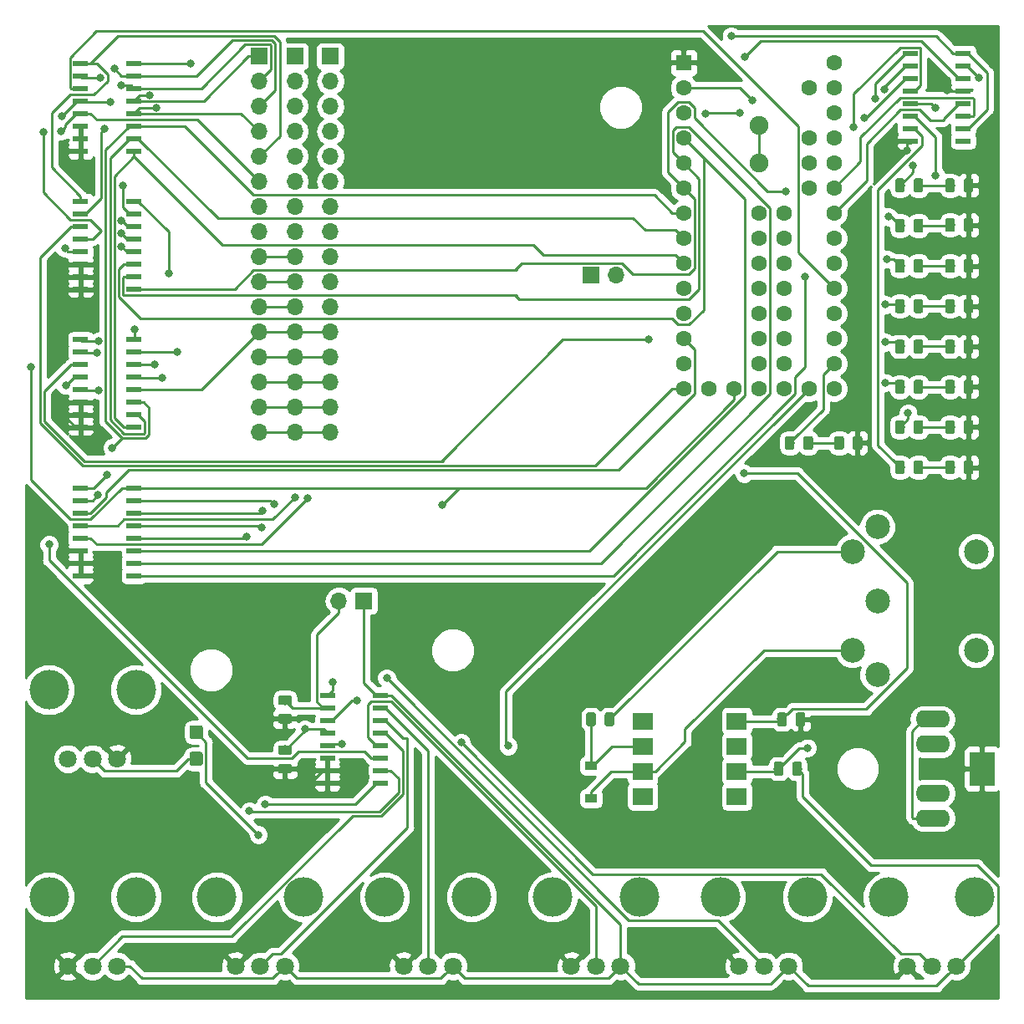
<source format=gbr>
G04 #@! TF.GenerationSoftware,KiCad,Pcbnew,(5.0.1)-3*
G04 #@! TF.CreationDate,2020-04-01T16:59:10+01:00*
G04 #@! TF.ProjectId,testsmt,74657374736D742E6B696361645F7063,rev?*
G04 #@! TF.SameCoordinates,Original*
G04 #@! TF.FileFunction,Copper,L1,Top,Signal*
G04 #@! TF.FilePolarity,Positive*
%FSLAX46Y46*%
G04 Gerber Fmt 4.6, Leading zero omitted, Abs format (unit mm)*
G04 Created by KiCad (PCBNEW (5.0.1)-3) date 01/04/2020 16:59:10*
%MOMM*%
%LPD*%
G01*
G04 APERTURE LIST*
G04 #@! TA.AperFunction,WasherPad*
%ADD10C,4.000000*%
G04 #@! TD*
G04 #@! TA.AperFunction,ComponentPad*
%ADD11C,1.800000*%
G04 #@! TD*
G04 #@! TA.AperFunction,ComponentPad*
%ADD12O,1.700000X1.700000*%
G04 #@! TD*
G04 #@! TA.AperFunction,ComponentPad*
%ADD13R,1.700000X1.700000*%
G04 #@! TD*
G04 #@! TA.AperFunction,Conductor*
%ADD14C,0.100000*%
G04 #@! TD*
G04 #@! TA.AperFunction,SMDPad,CuDef*
%ADD15C,0.975000*%
G04 #@! TD*
G04 #@! TA.AperFunction,SMDPad,CuDef*
%ADD16C,1.350000*%
G04 #@! TD*
G04 #@! TA.AperFunction,SMDPad,CuDef*
%ADD17R,1.200000X0.900000*%
G04 #@! TD*
G04 #@! TA.AperFunction,SMDPad,CuDef*
%ADD18R,2.000000X1.780000*%
G04 #@! TD*
G04 #@! TA.AperFunction,SMDPad,CuDef*
%ADD19R,1.500000X0.600000*%
G04 #@! TD*
G04 #@! TA.AperFunction,WasherPad*
%ADD20C,2.499360*%
G04 #@! TD*
G04 #@! TA.AperFunction,ComponentPad*
%ADD21C,2.499360*%
G04 #@! TD*
G04 #@! TA.AperFunction,ComponentPad*
%ADD22R,2.500000X3.500000*%
G04 #@! TD*
G04 #@! TA.AperFunction,ComponentPad*
%ADD23O,3.500000X1.750000*%
G04 #@! TD*
G04 #@! TA.AperFunction,ComponentPad*
%ADD24C,1.600000*%
G04 #@! TD*
G04 #@! TA.AperFunction,ComponentPad*
%ADD25R,1.600000X1.600000*%
G04 #@! TD*
G04 #@! TA.AperFunction,ComponentPad*
%ADD26C,1.900000*%
G04 #@! TD*
G04 #@! TA.AperFunction,ViaPad*
%ADD27C,0.800000*%
G04 #@! TD*
G04 #@! TA.AperFunction,Conductor*
%ADD28C,0.250000*%
G04 #@! TD*
G04 #@! TA.AperFunction,Conductor*
%ADD29C,0.254000*%
G04 #@! TD*
G04 APERTURE END LIST*
D10*
G04 #@! TO.P,RV1,*
G04 #@! TO.N,*
X56900000Y-114000000D03*
X48100000Y-114015000D03*
D11*
G04 #@! TO.P,RV1,1*
G04 #@! TO.N,+3V3*
X55000000Y-121000000D03*
G04 #@! TO.P,RV1,2*
G04 #@! TO.N,/KNOB_1*
X52500000Y-121000000D03*
G04 #@! TO.P,RV1,3*
G04 #@! TO.N,GND*
X50000000Y-121000000D03*
G04 #@! TD*
G04 #@! TO.P,RV7,3*
G04 #@! TO.N,/DAC_OUTPUT*
X50000000Y-100000000D03*
G04 #@! TO.P,RV7,2*
G04 #@! TO.N,Net-(C2-Pad1)*
X52500000Y-100000000D03*
G04 #@! TO.P,RV7,1*
G04 #@! TO.N,GND*
X55000000Y-100000000D03*
D10*
G04 #@! TO.P,RV7,*
G04 #@! TO.N,*
X48100000Y-93015000D03*
X56900000Y-93000000D03*
G04 #@! TD*
G04 #@! TO.P,RV6,*
G04 #@! TO.N,*
X141900000Y-114000000D03*
X133100000Y-114015000D03*
D11*
G04 #@! TO.P,RV6,1*
G04 #@! TO.N,+3V3*
X140000000Y-121000000D03*
G04 #@! TO.P,RV6,2*
G04 #@! TO.N,/KNOB_6*
X137500000Y-121000000D03*
G04 #@! TO.P,RV6,3*
G04 #@! TO.N,GND*
X135000000Y-121000000D03*
G04 #@! TD*
G04 #@! TO.P,RV4,3*
G04 #@! TO.N,GND*
X101000000Y-121000000D03*
G04 #@! TO.P,RV4,2*
G04 #@! TO.N,/KNOB_4*
X103500000Y-121000000D03*
G04 #@! TO.P,RV4,1*
G04 #@! TO.N,+3V3*
X106000000Y-121000000D03*
D10*
G04 #@! TO.P,RV4,*
G04 #@! TO.N,*
X99100000Y-114015000D03*
X107900000Y-114000000D03*
G04 #@! TD*
G04 #@! TO.P,RV3,*
G04 #@! TO.N,*
X90900000Y-114000000D03*
X82100000Y-114015000D03*
D11*
G04 #@! TO.P,RV3,1*
G04 #@! TO.N,+3V3*
X89000000Y-121000000D03*
G04 #@! TO.P,RV3,2*
G04 #@! TO.N,/KNOB_3*
X86500000Y-121000000D03*
G04 #@! TO.P,RV3,3*
G04 #@! TO.N,GND*
X84000000Y-121000000D03*
G04 #@! TD*
G04 #@! TO.P,RV2,3*
G04 #@! TO.N,GND*
X67000000Y-121000000D03*
G04 #@! TO.P,RV2,2*
G04 #@! TO.N,/KNOB_2*
X69500000Y-121000000D03*
G04 #@! TO.P,RV2,1*
G04 #@! TO.N,+3V3*
X72000000Y-121000000D03*
D10*
G04 #@! TO.P,RV2,*
G04 #@! TO.N,*
X65100000Y-114015000D03*
X73900000Y-114000000D03*
G04 #@! TD*
G04 #@! TO.P,RV5,*
G04 #@! TO.N,*
X124900000Y-114000000D03*
X116100000Y-114015000D03*
D11*
G04 #@! TO.P,RV5,1*
G04 #@! TO.N,+3V3*
X123000000Y-121000000D03*
G04 #@! TO.P,RV5,2*
G04 #@! TO.N,/KNOB_5*
X120500000Y-121000000D03*
G04 #@! TO.P,RV5,3*
G04 #@! TO.N,GND*
X118000000Y-121000000D03*
G04 #@! TD*
D12*
G04 #@! TO.P,R6,2*
G04 #@! TO.N,/FSR*
X105540000Y-51000000D03*
D13*
G04 #@! TO.P,R6,1*
G04 #@! TO.N,+3V3*
X103000000Y-51000000D03*
G04 #@! TD*
D14*
G04 #@! TO.N,+5V*
G04 #@! TO.C,C1*
G36*
X122610142Y-95301174D02*
X122633803Y-95304684D01*
X122657007Y-95310496D01*
X122679529Y-95318554D01*
X122701153Y-95328782D01*
X122721670Y-95341079D01*
X122740883Y-95355329D01*
X122758607Y-95371393D01*
X122774671Y-95389117D01*
X122788921Y-95408330D01*
X122801218Y-95428847D01*
X122811446Y-95450471D01*
X122819504Y-95472993D01*
X122825316Y-95496197D01*
X122828826Y-95519858D01*
X122830000Y-95543750D01*
X122830000Y-96456250D01*
X122828826Y-96480142D01*
X122825316Y-96503803D01*
X122819504Y-96527007D01*
X122811446Y-96549529D01*
X122801218Y-96571153D01*
X122788921Y-96591670D01*
X122774671Y-96610883D01*
X122758607Y-96628607D01*
X122740883Y-96644671D01*
X122721670Y-96658921D01*
X122701153Y-96671218D01*
X122679529Y-96681446D01*
X122657007Y-96689504D01*
X122633803Y-96695316D01*
X122610142Y-96698826D01*
X122586250Y-96700000D01*
X122098750Y-96700000D01*
X122074858Y-96698826D01*
X122051197Y-96695316D01*
X122027993Y-96689504D01*
X122005471Y-96681446D01*
X121983847Y-96671218D01*
X121963330Y-96658921D01*
X121944117Y-96644671D01*
X121926393Y-96628607D01*
X121910329Y-96610883D01*
X121896079Y-96591670D01*
X121883782Y-96571153D01*
X121873554Y-96549529D01*
X121865496Y-96527007D01*
X121859684Y-96503803D01*
X121856174Y-96480142D01*
X121855000Y-96456250D01*
X121855000Y-95543750D01*
X121856174Y-95519858D01*
X121859684Y-95496197D01*
X121865496Y-95472993D01*
X121873554Y-95450471D01*
X121883782Y-95428847D01*
X121896079Y-95408330D01*
X121910329Y-95389117D01*
X121926393Y-95371393D01*
X121944117Y-95355329D01*
X121963330Y-95341079D01*
X121983847Y-95328782D01*
X122005471Y-95318554D01*
X122027993Y-95310496D01*
X122051197Y-95304684D01*
X122074858Y-95301174D01*
X122098750Y-95300000D01*
X122586250Y-95300000D01*
X122610142Y-95301174D01*
X122610142Y-95301174D01*
G37*
D15*
G04 #@! TD*
G04 #@! TO.P,C1,1*
G04 #@! TO.N,+5V*
X122342500Y-96000000D03*
D14*
G04 #@! TO.N,GND*
G04 #@! TO.C,C1*
G36*
X124485142Y-95301174D02*
X124508803Y-95304684D01*
X124532007Y-95310496D01*
X124554529Y-95318554D01*
X124576153Y-95328782D01*
X124596670Y-95341079D01*
X124615883Y-95355329D01*
X124633607Y-95371393D01*
X124649671Y-95389117D01*
X124663921Y-95408330D01*
X124676218Y-95428847D01*
X124686446Y-95450471D01*
X124694504Y-95472993D01*
X124700316Y-95496197D01*
X124703826Y-95519858D01*
X124705000Y-95543750D01*
X124705000Y-96456250D01*
X124703826Y-96480142D01*
X124700316Y-96503803D01*
X124694504Y-96527007D01*
X124686446Y-96549529D01*
X124676218Y-96571153D01*
X124663921Y-96591670D01*
X124649671Y-96610883D01*
X124633607Y-96628607D01*
X124615883Y-96644671D01*
X124596670Y-96658921D01*
X124576153Y-96671218D01*
X124554529Y-96681446D01*
X124532007Y-96689504D01*
X124508803Y-96695316D01*
X124485142Y-96698826D01*
X124461250Y-96700000D01*
X123973750Y-96700000D01*
X123949858Y-96698826D01*
X123926197Y-96695316D01*
X123902993Y-96689504D01*
X123880471Y-96681446D01*
X123858847Y-96671218D01*
X123838330Y-96658921D01*
X123819117Y-96644671D01*
X123801393Y-96628607D01*
X123785329Y-96610883D01*
X123771079Y-96591670D01*
X123758782Y-96571153D01*
X123748554Y-96549529D01*
X123740496Y-96527007D01*
X123734684Y-96503803D01*
X123731174Y-96480142D01*
X123730000Y-96456250D01*
X123730000Y-95543750D01*
X123731174Y-95519858D01*
X123734684Y-95496197D01*
X123740496Y-95472993D01*
X123748554Y-95450471D01*
X123758782Y-95428847D01*
X123771079Y-95408330D01*
X123785329Y-95389117D01*
X123801393Y-95371393D01*
X123819117Y-95355329D01*
X123838330Y-95341079D01*
X123858847Y-95328782D01*
X123880471Y-95318554D01*
X123902993Y-95310496D01*
X123926197Y-95304684D01*
X123949858Y-95301174D01*
X123973750Y-95300000D01*
X124461250Y-95300000D01*
X124485142Y-95301174D01*
X124485142Y-95301174D01*
G37*
D15*
G04 #@! TD*
G04 #@! TO.P,C1,2*
G04 #@! TO.N,GND*
X124217500Y-96000000D03*
D14*
G04 #@! TO.N,Net-(C2-Pad1)*
G04 #@! TO.C,C2*
G36*
X63449505Y-99301204D02*
X63473773Y-99304804D01*
X63497572Y-99310765D01*
X63520671Y-99319030D01*
X63542850Y-99329520D01*
X63563893Y-99342132D01*
X63583599Y-99356747D01*
X63601777Y-99373223D01*
X63618253Y-99391401D01*
X63632868Y-99411107D01*
X63645480Y-99432150D01*
X63655970Y-99454329D01*
X63664235Y-99477428D01*
X63670196Y-99501227D01*
X63673796Y-99525495D01*
X63675000Y-99549999D01*
X63675000Y-100450001D01*
X63673796Y-100474505D01*
X63670196Y-100498773D01*
X63664235Y-100522572D01*
X63655970Y-100545671D01*
X63645480Y-100567850D01*
X63632868Y-100588893D01*
X63618253Y-100608599D01*
X63601777Y-100626777D01*
X63583599Y-100643253D01*
X63563893Y-100657868D01*
X63542850Y-100670480D01*
X63520671Y-100680970D01*
X63497572Y-100689235D01*
X63473773Y-100695196D01*
X63449505Y-100698796D01*
X63425001Y-100700000D01*
X62574999Y-100700000D01*
X62550495Y-100698796D01*
X62526227Y-100695196D01*
X62502428Y-100689235D01*
X62479329Y-100680970D01*
X62457150Y-100670480D01*
X62436107Y-100657868D01*
X62416401Y-100643253D01*
X62398223Y-100626777D01*
X62381747Y-100608599D01*
X62367132Y-100588893D01*
X62354520Y-100567850D01*
X62344030Y-100545671D01*
X62335765Y-100522572D01*
X62329804Y-100498773D01*
X62326204Y-100474505D01*
X62325000Y-100450001D01*
X62325000Y-99549999D01*
X62326204Y-99525495D01*
X62329804Y-99501227D01*
X62335765Y-99477428D01*
X62344030Y-99454329D01*
X62354520Y-99432150D01*
X62367132Y-99411107D01*
X62381747Y-99391401D01*
X62398223Y-99373223D01*
X62416401Y-99356747D01*
X62436107Y-99342132D01*
X62457150Y-99329520D01*
X62479329Y-99319030D01*
X62502428Y-99310765D01*
X62526227Y-99304804D01*
X62550495Y-99301204D01*
X62574999Y-99300000D01*
X63425001Y-99300000D01*
X63449505Y-99301204D01*
X63449505Y-99301204D01*
G37*
D16*
G04 #@! TD*
G04 #@! TO.P,C2,1*
G04 #@! TO.N,Net-(C2-Pad1)*
X63000000Y-100000000D03*
D14*
G04 #@! TO.N,Net-(C2-Pad2)*
G04 #@! TO.C,C2*
G36*
X63449505Y-96601204D02*
X63473773Y-96604804D01*
X63497572Y-96610765D01*
X63520671Y-96619030D01*
X63542850Y-96629520D01*
X63563893Y-96642132D01*
X63583599Y-96656747D01*
X63601777Y-96673223D01*
X63618253Y-96691401D01*
X63632868Y-96711107D01*
X63645480Y-96732150D01*
X63655970Y-96754329D01*
X63664235Y-96777428D01*
X63670196Y-96801227D01*
X63673796Y-96825495D01*
X63675000Y-96849999D01*
X63675000Y-97750001D01*
X63673796Y-97774505D01*
X63670196Y-97798773D01*
X63664235Y-97822572D01*
X63655970Y-97845671D01*
X63645480Y-97867850D01*
X63632868Y-97888893D01*
X63618253Y-97908599D01*
X63601777Y-97926777D01*
X63583599Y-97943253D01*
X63563893Y-97957868D01*
X63542850Y-97970480D01*
X63520671Y-97980970D01*
X63497572Y-97989235D01*
X63473773Y-97995196D01*
X63449505Y-97998796D01*
X63425001Y-98000000D01*
X62574999Y-98000000D01*
X62550495Y-97998796D01*
X62526227Y-97995196D01*
X62502428Y-97989235D01*
X62479329Y-97980970D01*
X62457150Y-97970480D01*
X62436107Y-97957868D01*
X62416401Y-97943253D01*
X62398223Y-97926777D01*
X62381747Y-97908599D01*
X62367132Y-97888893D01*
X62354520Y-97867850D01*
X62344030Y-97845671D01*
X62335765Y-97822572D01*
X62329804Y-97798773D01*
X62326204Y-97774505D01*
X62325000Y-97750001D01*
X62325000Y-96849999D01*
X62326204Y-96825495D01*
X62329804Y-96801227D01*
X62335765Y-96777428D01*
X62344030Y-96754329D01*
X62354520Y-96732150D01*
X62367132Y-96711107D01*
X62381747Y-96691401D01*
X62398223Y-96673223D01*
X62416401Y-96656747D01*
X62436107Y-96642132D01*
X62457150Y-96629520D01*
X62479329Y-96619030D01*
X62502428Y-96610765D01*
X62526227Y-96604804D01*
X62550495Y-96601204D01*
X62574999Y-96600000D01*
X63425001Y-96600000D01*
X63449505Y-96601204D01*
X63449505Y-96601204D01*
G37*
D16*
G04 #@! TD*
G04 #@! TO.P,C2,2*
G04 #@! TO.N,Net-(C2-Pad2)*
X63000000Y-97300000D03*
D13*
G04 #@! TO.P,R4,1*
G04 #@! TO.N,+3V3*
X80000000Y-84000000D03*
D12*
G04 #@! TO.P,R4,2*
G04 #@! TO.N,/LDR*
X77460000Y-84000000D03*
G04 #@! TD*
G04 #@! TO.P,J2,16*
G04 #@! TO.N,/CHANNEL_15*
X69385001Y-66945001D03*
G04 #@! TO.P,J2,15*
G04 #@! TO.N,/CHANNEL_14*
X69385001Y-64405001D03*
G04 #@! TO.P,J2,14*
G04 #@! TO.N,/CHANNEL_13*
X69385001Y-61865001D03*
G04 #@! TO.P,J2,13*
G04 #@! TO.N,/CHANNEL_12*
X69385001Y-59325001D03*
G04 #@! TO.P,J2,12*
G04 #@! TO.N,/CHANNEL_11*
X69385001Y-56785001D03*
G04 #@! TO.P,J2,11*
G04 #@! TO.N,/CHANNEL_10*
X69385001Y-54245001D03*
G04 #@! TO.P,J2,10*
G04 #@! TO.N,/CHANNEL_9*
X69385001Y-51705001D03*
G04 #@! TO.P,J2,9*
G04 #@! TO.N,/CHANNEL_8*
X69385001Y-49165001D03*
G04 #@! TO.P,J2,8*
G04 #@! TO.N,/CHANNEL_7*
X69385001Y-46625001D03*
G04 #@! TO.P,J2,7*
G04 #@! TO.N,/CHANNEL_6*
X69385001Y-44085001D03*
G04 #@! TO.P,J2,6*
G04 #@! TO.N,/CHANNEL_5*
X69385001Y-41545001D03*
G04 #@! TO.P,J2,5*
G04 #@! TO.N,/CHANNEL_4*
X69385001Y-39005001D03*
G04 #@! TO.P,J2,4*
G04 #@! TO.N,/CHANNEL_3*
X69385001Y-36465001D03*
G04 #@! TO.P,J2,3*
G04 #@! TO.N,/CHANNEL_2*
X69385001Y-33925001D03*
G04 #@! TO.P,J2,2*
G04 #@! TO.N,/CHANNEL_1*
X69385001Y-31385001D03*
D13*
G04 #@! TO.P,J2,1*
G04 #@! TO.N,/CHANNEL_0*
X69385001Y-28845001D03*
G04 #@! TD*
G04 #@! TO.P,J3,1*
G04 #@! TO.N,/CHANNEL_0*
X72985001Y-28845001D03*
D12*
G04 #@! TO.P,J3,2*
G04 #@! TO.N,/CHANNEL_1*
X72985001Y-31385001D03*
G04 #@! TO.P,J3,3*
G04 #@! TO.N,/CHANNEL_2*
X72985001Y-33925001D03*
G04 #@! TO.P,J3,4*
G04 #@! TO.N,/CHANNEL_3*
X72985001Y-36465001D03*
G04 #@! TO.P,J3,5*
G04 #@! TO.N,/CHANNEL_4*
X72985001Y-39005001D03*
G04 #@! TO.P,J3,6*
G04 #@! TO.N,/CHANNEL_5*
X72985001Y-41545001D03*
G04 #@! TO.P,J3,7*
G04 #@! TO.N,/CHANNEL_6*
X72985001Y-44085001D03*
G04 #@! TO.P,J3,8*
G04 #@! TO.N,/CHANNEL_7*
X72985001Y-46625001D03*
G04 #@! TO.P,J3,9*
G04 #@! TO.N,/CHANNEL_8*
X72985001Y-49165001D03*
G04 #@! TO.P,J3,10*
G04 #@! TO.N,/CHANNEL_9*
X72985001Y-51705001D03*
G04 #@! TO.P,J3,11*
G04 #@! TO.N,/CHANNEL_10*
X72985001Y-54245001D03*
G04 #@! TO.P,J3,12*
G04 #@! TO.N,/CHANNEL_11*
X72985001Y-56785001D03*
G04 #@! TO.P,J3,13*
G04 #@! TO.N,/CHANNEL_12*
X72985001Y-59325001D03*
G04 #@! TO.P,J3,14*
G04 #@! TO.N,/CHANNEL_13*
X72985001Y-61865001D03*
G04 #@! TO.P,J3,15*
G04 #@! TO.N,/CHANNEL_14*
X72985001Y-64405001D03*
G04 #@! TO.P,J3,16*
G04 #@! TO.N,/CHANNEL_15*
X72985001Y-66945001D03*
G04 #@! TD*
G04 #@! TO.P,J4,16*
G04 #@! TO.N,/CHANNEL_15*
X76585001Y-66945001D03*
G04 #@! TO.P,J4,15*
G04 #@! TO.N,/CHANNEL_14*
X76585001Y-64405001D03*
G04 #@! TO.P,J4,14*
G04 #@! TO.N,/CHANNEL_13*
X76585001Y-61865001D03*
G04 #@! TO.P,J4,13*
G04 #@! TO.N,/CHANNEL_12*
X76585001Y-59325001D03*
G04 #@! TO.P,J4,12*
G04 #@! TO.N,/CHANNEL_11*
X76585001Y-56785001D03*
G04 #@! TO.P,J4,11*
G04 #@! TO.N,/CHANNEL_10*
X76585001Y-54245001D03*
G04 #@! TO.P,J4,10*
G04 #@! TO.N,/CHANNEL_9*
X76585001Y-51705001D03*
G04 #@! TO.P,J4,9*
G04 #@! TO.N,/CHANNEL_8*
X76585001Y-49165001D03*
G04 #@! TO.P,J4,8*
G04 #@! TO.N,/CHANNEL_7*
X76585001Y-46625001D03*
G04 #@! TO.P,J4,7*
G04 #@! TO.N,/CHANNEL_6*
X76585001Y-44085001D03*
G04 #@! TO.P,J4,6*
G04 #@! TO.N,/CHANNEL_5*
X76585001Y-41545001D03*
G04 #@! TO.P,J4,5*
G04 #@! TO.N,/CHANNEL_4*
X76585001Y-39005001D03*
G04 #@! TO.P,J4,4*
G04 #@! TO.N,/CHANNEL_3*
X76585001Y-36465001D03*
G04 #@! TO.P,J4,3*
G04 #@! TO.N,/CHANNEL_2*
X76585001Y-33925001D03*
G04 #@! TO.P,J4,2*
G04 #@! TO.N,/CHANNEL_1*
X76585001Y-31385001D03*
D13*
G04 #@! TO.P,J4,1*
G04 #@! TO.N,/CHANNEL_0*
X76585001Y-28845001D03*
G04 #@! TD*
D17*
G04 #@! TO.P,D2,1*
G04 #@! TO.N,Net-(D2-Pad1)*
X103000000Y-100700000D03*
G04 #@! TO.P,D2,2*
G04 #@! TO.N,Net-(D2-Pad2)*
X103000000Y-104000000D03*
G04 #@! TD*
D14*
G04 #@! TO.N,GND*
G04 #@! TO.C,D5*
G36*
X141505142Y-49378674D02*
X141528803Y-49382184D01*
X141552007Y-49387996D01*
X141574529Y-49396054D01*
X141596153Y-49406282D01*
X141616670Y-49418579D01*
X141635883Y-49432829D01*
X141653607Y-49448893D01*
X141669671Y-49466617D01*
X141683921Y-49485830D01*
X141696218Y-49506347D01*
X141706446Y-49527971D01*
X141714504Y-49550493D01*
X141720316Y-49573697D01*
X141723826Y-49597358D01*
X141725000Y-49621250D01*
X141725000Y-50533750D01*
X141723826Y-50557642D01*
X141720316Y-50581303D01*
X141714504Y-50604507D01*
X141706446Y-50627029D01*
X141696218Y-50648653D01*
X141683921Y-50669170D01*
X141669671Y-50688383D01*
X141653607Y-50706107D01*
X141635883Y-50722171D01*
X141616670Y-50736421D01*
X141596153Y-50748718D01*
X141574529Y-50758946D01*
X141552007Y-50767004D01*
X141528803Y-50772816D01*
X141505142Y-50776326D01*
X141481250Y-50777500D01*
X140993750Y-50777500D01*
X140969858Y-50776326D01*
X140946197Y-50772816D01*
X140922993Y-50767004D01*
X140900471Y-50758946D01*
X140878847Y-50748718D01*
X140858330Y-50736421D01*
X140839117Y-50722171D01*
X140821393Y-50706107D01*
X140805329Y-50688383D01*
X140791079Y-50669170D01*
X140778782Y-50648653D01*
X140768554Y-50627029D01*
X140760496Y-50604507D01*
X140754684Y-50581303D01*
X140751174Y-50557642D01*
X140750000Y-50533750D01*
X140750000Y-49621250D01*
X140751174Y-49597358D01*
X140754684Y-49573697D01*
X140760496Y-49550493D01*
X140768554Y-49527971D01*
X140778782Y-49506347D01*
X140791079Y-49485830D01*
X140805329Y-49466617D01*
X140821393Y-49448893D01*
X140839117Y-49432829D01*
X140858330Y-49418579D01*
X140878847Y-49406282D01*
X140900471Y-49396054D01*
X140922993Y-49387996D01*
X140946197Y-49382184D01*
X140969858Y-49378674D01*
X140993750Y-49377500D01*
X141481250Y-49377500D01*
X141505142Y-49378674D01*
X141505142Y-49378674D01*
G37*
D15*
G04 #@! TD*
G04 #@! TO.P,D5,1*
G04 #@! TO.N,GND*
X141237500Y-50077500D03*
D14*
G04 #@! TO.N,Net-(D5-Pad2)*
G04 #@! TO.C,D5*
G36*
X139630142Y-49378674D02*
X139653803Y-49382184D01*
X139677007Y-49387996D01*
X139699529Y-49396054D01*
X139721153Y-49406282D01*
X139741670Y-49418579D01*
X139760883Y-49432829D01*
X139778607Y-49448893D01*
X139794671Y-49466617D01*
X139808921Y-49485830D01*
X139821218Y-49506347D01*
X139831446Y-49527971D01*
X139839504Y-49550493D01*
X139845316Y-49573697D01*
X139848826Y-49597358D01*
X139850000Y-49621250D01*
X139850000Y-50533750D01*
X139848826Y-50557642D01*
X139845316Y-50581303D01*
X139839504Y-50604507D01*
X139831446Y-50627029D01*
X139821218Y-50648653D01*
X139808921Y-50669170D01*
X139794671Y-50688383D01*
X139778607Y-50706107D01*
X139760883Y-50722171D01*
X139741670Y-50736421D01*
X139721153Y-50748718D01*
X139699529Y-50758946D01*
X139677007Y-50767004D01*
X139653803Y-50772816D01*
X139630142Y-50776326D01*
X139606250Y-50777500D01*
X139118750Y-50777500D01*
X139094858Y-50776326D01*
X139071197Y-50772816D01*
X139047993Y-50767004D01*
X139025471Y-50758946D01*
X139003847Y-50748718D01*
X138983330Y-50736421D01*
X138964117Y-50722171D01*
X138946393Y-50706107D01*
X138930329Y-50688383D01*
X138916079Y-50669170D01*
X138903782Y-50648653D01*
X138893554Y-50627029D01*
X138885496Y-50604507D01*
X138879684Y-50581303D01*
X138876174Y-50557642D01*
X138875000Y-50533750D01*
X138875000Y-49621250D01*
X138876174Y-49597358D01*
X138879684Y-49573697D01*
X138885496Y-49550493D01*
X138893554Y-49527971D01*
X138903782Y-49506347D01*
X138916079Y-49485830D01*
X138930329Y-49466617D01*
X138946393Y-49448893D01*
X138964117Y-49432829D01*
X138983330Y-49418579D01*
X139003847Y-49406282D01*
X139025471Y-49396054D01*
X139047993Y-49387996D01*
X139071197Y-49382184D01*
X139094858Y-49378674D01*
X139118750Y-49377500D01*
X139606250Y-49377500D01*
X139630142Y-49378674D01*
X139630142Y-49378674D01*
G37*
D15*
G04 #@! TD*
G04 #@! TO.P,D5,2*
G04 #@! TO.N,Net-(D5-Pad2)*
X139362500Y-50077500D03*
D14*
G04 #@! TO.N,Net-(D3-Pad2)*
G04 #@! TO.C,D3*
G36*
X139630142Y-41218674D02*
X139653803Y-41222184D01*
X139677007Y-41227996D01*
X139699529Y-41236054D01*
X139721153Y-41246282D01*
X139741670Y-41258579D01*
X139760883Y-41272829D01*
X139778607Y-41288893D01*
X139794671Y-41306617D01*
X139808921Y-41325830D01*
X139821218Y-41346347D01*
X139831446Y-41367971D01*
X139839504Y-41390493D01*
X139845316Y-41413697D01*
X139848826Y-41437358D01*
X139850000Y-41461250D01*
X139850000Y-42373750D01*
X139848826Y-42397642D01*
X139845316Y-42421303D01*
X139839504Y-42444507D01*
X139831446Y-42467029D01*
X139821218Y-42488653D01*
X139808921Y-42509170D01*
X139794671Y-42528383D01*
X139778607Y-42546107D01*
X139760883Y-42562171D01*
X139741670Y-42576421D01*
X139721153Y-42588718D01*
X139699529Y-42598946D01*
X139677007Y-42607004D01*
X139653803Y-42612816D01*
X139630142Y-42616326D01*
X139606250Y-42617500D01*
X139118750Y-42617500D01*
X139094858Y-42616326D01*
X139071197Y-42612816D01*
X139047993Y-42607004D01*
X139025471Y-42598946D01*
X139003847Y-42588718D01*
X138983330Y-42576421D01*
X138964117Y-42562171D01*
X138946393Y-42546107D01*
X138930329Y-42528383D01*
X138916079Y-42509170D01*
X138903782Y-42488653D01*
X138893554Y-42467029D01*
X138885496Y-42444507D01*
X138879684Y-42421303D01*
X138876174Y-42397642D01*
X138875000Y-42373750D01*
X138875000Y-41461250D01*
X138876174Y-41437358D01*
X138879684Y-41413697D01*
X138885496Y-41390493D01*
X138893554Y-41367971D01*
X138903782Y-41346347D01*
X138916079Y-41325830D01*
X138930329Y-41306617D01*
X138946393Y-41288893D01*
X138964117Y-41272829D01*
X138983330Y-41258579D01*
X139003847Y-41246282D01*
X139025471Y-41236054D01*
X139047993Y-41227996D01*
X139071197Y-41222184D01*
X139094858Y-41218674D01*
X139118750Y-41217500D01*
X139606250Y-41217500D01*
X139630142Y-41218674D01*
X139630142Y-41218674D01*
G37*
D15*
G04 #@! TD*
G04 #@! TO.P,D3,2*
G04 #@! TO.N,Net-(D3-Pad2)*
X139362500Y-41917500D03*
D14*
G04 #@! TO.N,GND*
G04 #@! TO.C,D3*
G36*
X141505142Y-41218674D02*
X141528803Y-41222184D01*
X141552007Y-41227996D01*
X141574529Y-41236054D01*
X141596153Y-41246282D01*
X141616670Y-41258579D01*
X141635883Y-41272829D01*
X141653607Y-41288893D01*
X141669671Y-41306617D01*
X141683921Y-41325830D01*
X141696218Y-41346347D01*
X141706446Y-41367971D01*
X141714504Y-41390493D01*
X141720316Y-41413697D01*
X141723826Y-41437358D01*
X141725000Y-41461250D01*
X141725000Y-42373750D01*
X141723826Y-42397642D01*
X141720316Y-42421303D01*
X141714504Y-42444507D01*
X141706446Y-42467029D01*
X141696218Y-42488653D01*
X141683921Y-42509170D01*
X141669671Y-42528383D01*
X141653607Y-42546107D01*
X141635883Y-42562171D01*
X141616670Y-42576421D01*
X141596153Y-42588718D01*
X141574529Y-42598946D01*
X141552007Y-42607004D01*
X141528803Y-42612816D01*
X141505142Y-42616326D01*
X141481250Y-42617500D01*
X140993750Y-42617500D01*
X140969858Y-42616326D01*
X140946197Y-42612816D01*
X140922993Y-42607004D01*
X140900471Y-42598946D01*
X140878847Y-42588718D01*
X140858330Y-42576421D01*
X140839117Y-42562171D01*
X140821393Y-42546107D01*
X140805329Y-42528383D01*
X140791079Y-42509170D01*
X140778782Y-42488653D01*
X140768554Y-42467029D01*
X140760496Y-42444507D01*
X140754684Y-42421303D01*
X140751174Y-42397642D01*
X140750000Y-42373750D01*
X140750000Y-41461250D01*
X140751174Y-41437358D01*
X140754684Y-41413697D01*
X140760496Y-41390493D01*
X140768554Y-41367971D01*
X140778782Y-41346347D01*
X140791079Y-41325830D01*
X140805329Y-41306617D01*
X140821393Y-41288893D01*
X140839117Y-41272829D01*
X140858330Y-41258579D01*
X140878847Y-41246282D01*
X140900471Y-41236054D01*
X140922993Y-41227996D01*
X140946197Y-41222184D01*
X140969858Y-41218674D01*
X140993750Y-41217500D01*
X141481250Y-41217500D01*
X141505142Y-41218674D01*
X141505142Y-41218674D01*
G37*
D15*
G04 #@! TD*
G04 #@! TO.P,D3,1*
G04 #@! TO.N,GND*
X141237500Y-41917500D03*
D14*
G04 #@! TO.N,GND*
G04 #@! TO.C,D4*
G36*
X141505142Y-45238674D02*
X141528803Y-45242184D01*
X141552007Y-45247996D01*
X141574529Y-45256054D01*
X141596153Y-45266282D01*
X141616670Y-45278579D01*
X141635883Y-45292829D01*
X141653607Y-45308893D01*
X141669671Y-45326617D01*
X141683921Y-45345830D01*
X141696218Y-45366347D01*
X141706446Y-45387971D01*
X141714504Y-45410493D01*
X141720316Y-45433697D01*
X141723826Y-45457358D01*
X141725000Y-45481250D01*
X141725000Y-46393750D01*
X141723826Y-46417642D01*
X141720316Y-46441303D01*
X141714504Y-46464507D01*
X141706446Y-46487029D01*
X141696218Y-46508653D01*
X141683921Y-46529170D01*
X141669671Y-46548383D01*
X141653607Y-46566107D01*
X141635883Y-46582171D01*
X141616670Y-46596421D01*
X141596153Y-46608718D01*
X141574529Y-46618946D01*
X141552007Y-46627004D01*
X141528803Y-46632816D01*
X141505142Y-46636326D01*
X141481250Y-46637500D01*
X140993750Y-46637500D01*
X140969858Y-46636326D01*
X140946197Y-46632816D01*
X140922993Y-46627004D01*
X140900471Y-46618946D01*
X140878847Y-46608718D01*
X140858330Y-46596421D01*
X140839117Y-46582171D01*
X140821393Y-46566107D01*
X140805329Y-46548383D01*
X140791079Y-46529170D01*
X140778782Y-46508653D01*
X140768554Y-46487029D01*
X140760496Y-46464507D01*
X140754684Y-46441303D01*
X140751174Y-46417642D01*
X140750000Y-46393750D01*
X140750000Y-45481250D01*
X140751174Y-45457358D01*
X140754684Y-45433697D01*
X140760496Y-45410493D01*
X140768554Y-45387971D01*
X140778782Y-45366347D01*
X140791079Y-45345830D01*
X140805329Y-45326617D01*
X140821393Y-45308893D01*
X140839117Y-45292829D01*
X140858330Y-45278579D01*
X140878847Y-45266282D01*
X140900471Y-45256054D01*
X140922993Y-45247996D01*
X140946197Y-45242184D01*
X140969858Y-45238674D01*
X140993750Y-45237500D01*
X141481250Y-45237500D01*
X141505142Y-45238674D01*
X141505142Y-45238674D01*
G37*
D15*
G04 #@! TD*
G04 #@! TO.P,D4,1*
G04 #@! TO.N,GND*
X141237500Y-45937500D03*
D14*
G04 #@! TO.N,Net-(D4-Pad2)*
G04 #@! TO.C,D4*
G36*
X139630142Y-45238674D02*
X139653803Y-45242184D01*
X139677007Y-45247996D01*
X139699529Y-45256054D01*
X139721153Y-45266282D01*
X139741670Y-45278579D01*
X139760883Y-45292829D01*
X139778607Y-45308893D01*
X139794671Y-45326617D01*
X139808921Y-45345830D01*
X139821218Y-45366347D01*
X139831446Y-45387971D01*
X139839504Y-45410493D01*
X139845316Y-45433697D01*
X139848826Y-45457358D01*
X139850000Y-45481250D01*
X139850000Y-46393750D01*
X139848826Y-46417642D01*
X139845316Y-46441303D01*
X139839504Y-46464507D01*
X139831446Y-46487029D01*
X139821218Y-46508653D01*
X139808921Y-46529170D01*
X139794671Y-46548383D01*
X139778607Y-46566107D01*
X139760883Y-46582171D01*
X139741670Y-46596421D01*
X139721153Y-46608718D01*
X139699529Y-46618946D01*
X139677007Y-46627004D01*
X139653803Y-46632816D01*
X139630142Y-46636326D01*
X139606250Y-46637500D01*
X139118750Y-46637500D01*
X139094858Y-46636326D01*
X139071197Y-46632816D01*
X139047993Y-46627004D01*
X139025471Y-46618946D01*
X139003847Y-46608718D01*
X138983330Y-46596421D01*
X138964117Y-46582171D01*
X138946393Y-46566107D01*
X138930329Y-46548383D01*
X138916079Y-46529170D01*
X138903782Y-46508653D01*
X138893554Y-46487029D01*
X138885496Y-46464507D01*
X138879684Y-46441303D01*
X138876174Y-46417642D01*
X138875000Y-46393750D01*
X138875000Y-45481250D01*
X138876174Y-45457358D01*
X138879684Y-45433697D01*
X138885496Y-45410493D01*
X138893554Y-45387971D01*
X138903782Y-45366347D01*
X138916079Y-45345830D01*
X138930329Y-45326617D01*
X138946393Y-45308893D01*
X138964117Y-45292829D01*
X138983330Y-45278579D01*
X139003847Y-45266282D01*
X139025471Y-45256054D01*
X139047993Y-45247996D01*
X139071197Y-45242184D01*
X139094858Y-45238674D01*
X139118750Y-45237500D01*
X139606250Y-45237500D01*
X139630142Y-45238674D01*
X139630142Y-45238674D01*
G37*
D15*
G04 #@! TD*
G04 #@! TO.P,D4,2*
G04 #@! TO.N,Net-(D4-Pad2)*
X139362500Y-45937500D03*
D14*
G04 #@! TO.N,Net-(D6-Pad2)*
G04 #@! TO.C,D6*
G36*
X139630142Y-53458674D02*
X139653803Y-53462184D01*
X139677007Y-53467996D01*
X139699529Y-53476054D01*
X139721153Y-53486282D01*
X139741670Y-53498579D01*
X139760883Y-53512829D01*
X139778607Y-53528893D01*
X139794671Y-53546617D01*
X139808921Y-53565830D01*
X139821218Y-53586347D01*
X139831446Y-53607971D01*
X139839504Y-53630493D01*
X139845316Y-53653697D01*
X139848826Y-53677358D01*
X139850000Y-53701250D01*
X139850000Y-54613750D01*
X139848826Y-54637642D01*
X139845316Y-54661303D01*
X139839504Y-54684507D01*
X139831446Y-54707029D01*
X139821218Y-54728653D01*
X139808921Y-54749170D01*
X139794671Y-54768383D01*
X139778607Y-54786107D01*
X139760883Y-54802171D01*
X139741670Y-54816421D01*
X139721153Y-54828718D01*
X139699529Y-54838946D01*
X139677007Y-54847004D01*
X139653803Y-54852816D01*
X139630142Y-54856326D01*
X139606250Y-54857500D01*
X139118750Y-54857500D01*
X139094858Y-54856326D01*
X139071197Y-54852816D01*
X139047993Y-54847004D01*
X139025471Y-54838946D01*
X139003847Y-54828718D01*
X138983330Y-54816421D01*
X138964117Y-54802171D01*
X138946393Y-54786107D01*
X138930329Y-54768383D01*
X138916079Y-54749170D01*
X138903782Y-54728653D01*
X138893554Y-54707029D01*
X138885496Y-54684507D01*
X138879684Y-54661303D01*
X138876174Y-54637642D01*
X138875000Y-54613750D01*
X138875000Y-53701250D01*
X138876174Y-53677358D01*
X138879684Y-53653697D01*
X138885496Y-53630493D01*
X138893554Y-53607971D01*
X138903782Y-53586347D01*
X138916079Y-53565830D01*
X138930329Y-53546617D01*
X138946393Y-53528893D01*
X138964117Y-53512829D01*
X138983330Y-53498579D01*
X139003847Y-53486282D01*
X139025471Y-53476054D01*
X139047993Y-53467996D01*
X139071197Y-53462184D01*
X139094858Y-53458674D01*
X139118750Y-53457500D01*
X139606250Y-53457500D01*
X139630142Y-53458674D01*
X139630142Y-53458674D01*
G37*
D15*
G04 #@! TD*
G04 #@! TO.P,D6,2*
G04 #@! TO.N,Net-(D6-Pad2)*
X139362500Y-54157500D03*
D14*
G04 #@! TO.N,GND*
G04 #@! TO.C,D6*
G36*
X141505142Y-53458674D02*
X141528803Y-53462184D01*
X141552007Y-53467996D01*
X141574529Y-53476054D01*
X141596153Y-53486282D01*
X141616670Y-53498579D01*
X141635883Y-53512829D01*
X141653607Y-53528893D01*
X141669671Y-53546617D01*
X141683921Y-53565830D01*
X141696218Y-53586347D01*
X141706446Y-53607971D01*
X141714504Y-53630493D01*
X141720316Y-53653697D01*
X141723826Y-53677358D01*
X141725000Y-53701250D01*
X141725000Y-54613750D01*
X141723826Y-54637642D01*
X141720316Y-54661303D01*
X141714504Y-54684507D01*
X141706446Y-54707029D01*
X141696218Y-54728653D01*
X141683921Y-54749170D01*
X141669671Y-54768383D01*
X141653607Y-54786107D01*
X141635883Y-54802171D01*
X141616670Y-54816421D01*
X141596153Y-54828718D01*
X141574529Y-54838946D01*
X141552007Y-54847004D01*
X141528803Y-54852816D01*
X141505142Y-54856326D01*
X141481250Y-54857500D01*
X140993750Y-54857500D01*
X140969858Y-54856326D01*
X140946197Y-54852816D01*
X140922993Y-54847004D01*
X140900471Y-54838946D01*
X140878847Y-54828718D01*
X140858330Y-54816421D01*
X140839117Y-54802171D01*
X140821393Y-54786107D01*
X140805329Y-54768383D01*
X140791079Y-54749170D01*
X140778782Y-54728653D01*
X140768554Y-54707029D01*
X140760496Y-54684507D01*
X140754684Y-54661303D01*
X140751174Y-54637642D01*
X140750000Y-54613750D01*
X140750000Y-53701250D01*
X140751174Y-53677358D01*
X140754684Y-53653697D01*
X140760496Y-53630493D01*
X140768554Y-53607971D01*
X140778782Y-53586347D01*
X140791079Y-53565830D01*
X140805329Y-53546617D01*
X140821393Y-53528893D01*
X140839117Y-53512829D01*
X140858330Y-53498579D01*
X140878847Y-53486282D01*
X140900471Y-53476054D01*
X140922993Y-53467996D01*
X140946197Y-53462184D01*
X140969858Y-53458674D01*
X140993750Y-53457500D01*
X141481250Y-53457500D01*
X141505142Y-53458674D01*
X141505142Y-53458674D01*
G37*
D15*
G04 #@! TD*
G04 #@! TO.P,D6,1*
G04 #@! TO.N,GND*
X141237500Y-54157500D03*
D14*
G04 #@! TO.N,GND*
G04 #@! TO.C,D7*
G36*
X141505142Y-57538674D02*
X141528803Y-57542184D01*
X141552007Y-57547996D01*
X141574529Y-57556054D01*
X141596153Y-57566282D01*
X141616670Y-57578579D01*
X141635883Y-57592829D01*
X141653607Y-57608893D01*
X141669671Y-57626617D01*
X141683921Y-57645830D01*
X141696218Y-57666347D01*
X141706446Y-57687971D01*
X141714504Y-57710493D01*
X141720316Y-57733697D01*
X141723826Y-57757358D01*
X141725000Y-57781250D01*
X141725000Y-58693750D01*
X141723826Y-58717642D01*
X141720316Y-58741303D01*
X141714504Y-58764507D01*
X141706446Y-58787029D01*
X141696218Y-58808653D01*
X141683921Y-58829170D01*
X141669671Y-58848383D01*
X141653607Y-58866107D01*
X141635883Y-58882171D01*
X141616670Y-58896421D01*
X141596153Y-58908718D01*
X141574529Y-58918946D01*
X141552007Y-58927004D01*
X141528803Y-58932816D01*
X141505142Y-58936326D01*
X141481250Y-58937500D01*
X140993750Y-58937500D01*
X140969858Y-58936326D01*
X140946197Y-58932816D01*
X140922993Y-58927004D01*
X140900471Y-58918946D01*
X140878847Y-58908718D01*
X140858330Y-58896421D01*
X140839117Y-58882171D01*
X140821393Y-58866107D01*
X140805329Y-58848383D01*
X140791079Y-58829170D01*
X140778782Y-58808653D01*
X140768554Y-58787029D01*
X140760496Y-58764507D01*
X140754684Y-58741303D01*
X140751174Y-58717642D01*
X140750000Y-58693750D01*
X140750000Y-57781250D01*
X140751174Y-57757358D01*
X140754684Y-57733697D01*
X140760496Y-57710493D01*
X140768554Y-57687971D01*
X140778782Y-57666347D01*
X140791079Y-57645830D01*
X140805329Y-57626617D01*
X140821393Y-57608893D01*
X140839117Y-57592829D01*
X140858330Y-57578579D01*
X140878847Y-57566282D01*
X140900471Y-57556054D01*
X140922993Y-57547996D01*
X140946197Y-57542184D01*
X140969858Y-57538674D01*
X140993750Y-57537500D01*
X141481250Y-57537500D01*
X141505142Y-57538674D01*
X141505142Y-57538674D01*
G37*
D15*
G04 #@! TD*
G04 #@! TO.P,D7,1*
G04 #@! TO.N,GND*
X141237500Y-58237500D03*
D14*
G04 #@! TO.N,Net-(D7-Pad2)*
G04 #@! TO.C,D7*
G36*
X139630142Y-57538674D02*
X139653803Y-57542184D01*
X139677007Y-57547996D01*
X139699529Y-57556054D01*
X139721153Y-57566282D01*
X139741670Y-57578579D01*
X139760883Y-57592829D01*
X139778607Y-57608893D01*
X139794671Y-57626617D01*
X139808921Y-57645830D01*
X139821218Y-57666347D01*
X139831446Y-57687971D01*
X139839504Y-57710493D01*
X139845316Y-57733697D01*
X139848826Y-57757358D01*
X139850000Y-57781250D01*
X139850000Y-58693750D01*
X139848826Y-58717642D01*
X139845316Y-58741303D01*
X139839504Y-58764507D01*
X139831446Y-58787029D01*
X139821218Y-58808653D01*
X139808921Y-58829170D01*
X139794671Y-58848383D01*
X139778607Y-58866107D01*
X139760883Y-58882171D01*
X139741670Y-58896421D01*
X139721153Y-58908718D01*
X139699529Y-58918946D01*
X139677007Y-58927004D01*
X139653803Y-58932816D01*
X139630142Y-58936326D01*
X139606250Y-58937500D01*
X139118750Y-58937500D01*
X139094858Y-58936326D01*
X139071197Y-58932816D01*
X139047993Y-58927004D01*
X139025471Y-58918946D01*
X139003847Y-58908718D01*
X138983330Y-58896421D01*
X138964117Y-58882171D01*
X138946393Y-58866107D01*
X138930329Y-58848383D01*
X138916079Y-58829170D01*
X138903782Y-58808653D01*
X138893554Y-58787029D01*
X138885496Y-58764507D01*
X138879684Y-58741303D01*
X138876174Y-58717642D01*
X138875000Y-58693750D01*
X138875000Y-57781250D01*
X138876174Y-57757358D01*
X138879684Y-57733697D01*
X138885496Y-57710493D01*
X138893554Y-57687971D01*
X138903782Y-57666347D01*
X138916079Y-57645830D01*
X138930329Y-57626617D01*
X138946393Y-57608893D01*
X138964117Y-57592829D01*
X138983330Y-57578579D01*
X139003847Y-57566282D01*
X139025471Y-57556054D01*
X139047993Y-57547996D01*
X139071197Y-57542184D01*
X139094858Y-57538674D01*
X139118750Y-57537500D01*
X139606250Y-57537500D01*
X139630142Y-57538674D01*
X139630142Y-57538674D01*
G37*
D15*
G04 #@! TD*
G04 #@! TO.P,D7,2*
G04 #@! TO.N,Net-(D7-Pad2)*
X139362500Y-58237500D03*
D14*
G04 #@! TO.N,Net-(D8-Pad2)*
G04 #@! TO.C,D8*
G36*
X139630142Y-61618674D02*
X139653803Y-61622184D01*
X139677007Y-61627996D01*
X139699529Y-61636054D01*
X139721153Y-61646282D01*
X139741670Y-61658579D01*
X139760883Y-61672829D01*
X139778607Y-61688893D01*
X139794671Y-61706617D01*
X139808921Y-61725830D01*
X139821218Y-61746347D01*
X139831446Y-61767971D01*
X139839504Y-61790493D01*
X139845316Y-61813697D01*
X139848826Y-61837358D01*
X139850000Y-61861250D01*
X139850000Y-62773750D01*
X139848826Y-62797642D01*
X139845316Y-62821303D01*
X139839504Y-62844507D01*
X139831446Y-62867029D01*
X139821218Y-62888653D01*
X139808921Y-62909170D01*
X139794671Y-62928383D01*
X139778607Y-62946107D01*
X139760883Y-62962171D01*
X139741670Y-62976421D01*
X139721153Y-62988718D01*
X139699529Y-62998946D01*
X139677007Y-63007004D01*
X139653803Y-63012816D01*
X139630142Y-63016326D01*
X139606250Y-63017500D01*
X139118750Y-63017500D01*
X139094858Y-63016326D01*
X139071197Y-63012816D01*
X139047993Y-63007004D01*
X139025471Y-62998946D01*
X139003847Y-62988718D01*
X138983330Y-62976421D01*
X138964117Y-62962171D01*
X138946393Y-62946107D01*
X138930329Y-62928383D01*
X138916079Y-62909170D01*
X138903782Y-62888653D01*
X138893554Y-62867029D01*
X138885496Y-62844507D01*
X138879684Y-62821303D01*
X138876174Y-62797642D01*
X138875000Y-62773750D01*
X138875000Y-61861250D01*
X138876174Y-61837358D01*
X138879684Y-61813697D01*
X138885496Y-61790493D01*
X138893554Y-61767971D01*
X138903782Y-61746347D01*
X138916079Y-61725830D01*
X138930329Y-61706617D01*
X138946393Y-61688893D01*
X138964117Y-61672829D01*
X138983330Y-61658579D01*
X139003847Y-61646282D01*
X139025471Y-61636054D01*
X139047993Y-61627996D01*
X139071197Y-61622184D01*
X139094858Y-61618674D01*
X139118750Y-61617500D01*
X139606250Y-61617500D01*
X139630142Y-61618674D01*
X139630142Y-61618674D01*
G37*
D15*
G04 #@! TD*
G04 #@! TO.P,D8,2*
G04 #@! TO.N,Net-(D8-Pad2)*
X139362500Y-62317500D03*
D14*
G04 #@! TO.N,GND*
G04 #@! TO.C,D8*
G36*
X141505142Y-61618674D02*
X141528803Y-61622184D01*
X141552007Y-61627996D01*
X141574529Y-61636054D01*
X141596153Y-61646282D01*
X141616670Y-61658579D01*
X141635883Y-61672829D01*
X141653607Y-61688893D01*
X141669671Y-61706617D01*
X141683921Y-61725830D01*
X141696218Y-61746347D01*
X141706446Y-61767971D01*
X141714504Y-61790493D01*
X141720316Y-61813697D01*
X141723826Y-61837358D01*
X141725000Y-61861250D01*
X141725000Y-62773750D01*
X141723826Y-62797642D01*
X141720316Y-62821303D01*
X141714504Y-62844507D01*
X141706446Y-62867029D01*
X141696218Y-62888653D01*
X141683921Y-62909170D01*
X141669671Y-62928383D01*
X141653607Y-62946107D01*
X141635883Y-62962171D01*
X141616670Y-62976421D01*
X141596153Y-62988718D01*
X141574529Y-62998946D01*
X141552007Y-63007004D01*
X141528803Y-63012816D01*
X141505142Y-63016326D01*
X141481250Y-63017500D01*
X140993750Y-63017500D01*
X140969858Y-63016326D01*
X140946197Y-63012816D01*
X140922993Y-63007004D01*
X140900471Y-62998946D01*
X140878847Y-62988718D01*
X140858330Y-62976421D01*
X140839117Y-62962171D01*
X140821393Y-62946107D01*
X140805329Y-62928383D01*
X140791079Y-62909170D01*
X140778782Y-62888653D01*
X140768554Y-62867029D01*
X140760496Y-62844507D01*
X140754684Y-62821303D01*
X140751174Y-62797642D01*
X140750000Y-62773750D01*
X140750000Y-61861250D01*
X140751174Y-61837358D01*
X140754684Y-61813697D01*
X140760496Y-61790493D01*
X140768554Y-61767971D01*
X140778782Y-61746347D01*
X140791079Y-61725830D01*
X140805329Y-61706617D01*
X140821393Y-61688893D01*
X140839117Y-61672829D01*
X140858330Y-61658579D01*
X140878847Y-61646282D01*
X140900471Y-61636054D01*
X140922993Y-61627996D01*
X140946197Y-61622184D01*
X140969858Y-61618674D01*
X140993750Y-61617500D01*
X141481250Y-61617500D01*
X141505142Y-61618674D01*
X141505142Y-61618674D01*
G37*
D15*
G04 #@! TD*
G04 #@! TO.P,D8,1*
G04 #@! TO.N,GND*
X141237500Y-62317500D03*
D14*
G04 #@! TO.N,GND*
G04 #@! TO.C,D10*
G36*
X141505142Y-69778674D02*
X141528803Y-69782184D01*
X141552007Y-69787996D01*
X141574529Y-69796054D01*
X141596153Y-69806282D01*
X141616670Y-69818579D01*
X141635883Y-69832829D01*
X141653607Y-69848893D01*
X141669671Y-69866617D01*
X141683921Y-69885830D01*
X141696218Y-69906347D01*
X141706446Y-69927971D01*
X141714504Y-69950493D01*
X141720316Y-69973697D01*
X141723826Y-69997358D01*
X141725000Y-70021250D01*
X141725000Y-70933750D01*
X141723826Y-70957642D01*
X141720316Y-70981303D01*
X141714504Y-71004507D01*
X141706446Y-71027029D01*
X141696218Y-71048653D01*
X141683921Y-71069170D01*
X141669671Y-71088383D01*
X141653607Y-71106107D01*
X141635883Y-71122171D01*
X141616670Y-71136421D01*
X141596153Y-71148718D01*
X141574529Y-71158946D01*
X141552007Y-71167004D01*
X141528803Y-71172816D01*
X141505142Y-71176326D01*
X141481250Y-71177500D01*
X140993750Y-71177500D01*
X140969858Y-71176326D01*
X140946197Y-71172816D01*
X140922993Y-71167004D01*
X140900471Y-71158946D01*
X140878847Y-71148718D01*
X140858330Y-71136421D01*
X140839117Y-71122171D01*
X140821393Y-71106107D01*
X140805329Y-71088383D01*
X140791079Y-71069170D01*
X140778782Y-71048653D01*
X140768554Y-71027029D01*
X140760496Y-71004507D01*
X140754684Y-70981303D01*
X140751174Y-70957642D01*
X140750000Y-70933750D01*
X140750000Y-70021250D01*
X140751174Y-69997358D01*
X140754684Y-69973697D01*
X140760496Y-69950493D01*
X140768554Y-69927971D01*
X140778782Y-69906347D01*
X140791079Y-69885830D01*
X140805329Y-69866617D01*
X140821393Y-69848893D01*
X140839117Y-69832829D01*
X140858330Y-69818579D01*
X140878847Y-69806282D01*
X140900471Y-69796054D01*
X140922993Y-69787996D01*
X140946197Y-69782184D01*
X140969858Y-69778674D01*
X140993750Y-69777500D01*
X141481250Y-69777500D01*
X141505142Y-69778674D01*
X141505142Y-69778674D01*
G37*
D15*
G04 #@! TD*
G04 #@! TO.P,D10,1*
G04 #@! TO.N,GND*
X141237500Y-70477500D03*
D14*
G04 #@! TO.N,Net-(D10-Pad2)*
G04 #@! TO.C,D10*
G36*
X139630142Y-69778674D02*
X139653803Y-69782184D01*
X139677007Y-69787996D01*
X139699529Y-69796054D01*
X139721153Y-69806282D01*
X139741670Y-69818579D01*
X139760883Y-69832829D01*
X139778607Y-69848893D01*
X139794671Y-69866617D01*
X139808921Y-69885830D01*
X139821218Y-69906347D01*
X139831446Y-69927971D01*
X139839504Y-69950493D01*
X139845316Y-69973697D01*
X139848826Y-69997358D01*
X139850000Y-70021250D01*
X139850000Y-70933750D01*
X139848826Y-70957642D01*
X139845316Y-70981303D01*
X139839504Y-71004507D01*
X139831446Y-71027029D01*
X139821218Y-71048653D01*
X139808921Y-71069170D01*
X139794671Y-71088383D01*
X139778607Y-71106107D01*
X139760883Y-71122171D01*
X139741670Y-71136421D01*
X139721153Y-71148718D01*
X139699529Y-71158946D01*
X139677007Y-71167004D01*
X139653803Y-71172816D01*
X139630142Y-71176326D01*
X139606250Y-71177500D01*
X139118750Y-71177500D01*
X139094858Y-71176326D01*
X139071197Y-71172816D01*
X139047993Y-71167004D01*
X139025471Y-71158946D01*
X139003847Y-71148718D01*
X138983330Y-71136421D01*
X138964117Y-71122171D01*
X138946393Y-71106107D01*
X138930329Y-71088383D01*
X138916079Y-71069170D01*
X138903782Y-71048653D01*
X138893554Y-71027029D01*
X138885496Y-71004507D01*
X138879684Y-70981303D01*
X138876174Y-70957642D01*
X138875000Y-70933750D01*
X138875000Y-70021250D01*
X138876174Y-69997358D01*
X138879684Y-69973697D01*
X138885496Y-69950493D01*
X138893554Y-69927971D01*
X138903782Y-69906347D01*
X138916079Y-69885830D01*
X138930329Y-69866617D01*
X138946393Y-69848893D01*
X138964117Y-69832829D01*
X138983330Y-69818579D01*
X139003847Y-69806282D01*
X139025471Y-69796054D01*
X139047993Y-69787996D01*
X139071197Y-69782184D01*
X139094858Y-69778674D01*
X139118750Y-69777500D01*
X139606250Y-69777500D01*
X139630142Y-69778674D01*
X139630142Y-69778674D01*
G37*
D15*
G04 #@! TD*
G04 #@! TO.P,D10,2*
G04 #@! TO.N,Net-(D10-Pad2)*
X139362500Y-70477500D03*
D14*
G04 #@! TO.N,Net-(D1-Pad2)*
G04 #@! TO.C,D1*
G36*
X128392642Y-67301174D02*
X128416303Y-67304684D01*
X128439507Y-67310496D01*
X128462029Y-67318554D01*
X128483653Y-67328782D01*
X128504170Y-67341079D01*
X128523383Y-67355329D01*
X128541107Y-67371393D01*
X128557171Y-67389117D01*
X128571421Y-67408330D01*
X128583718Y-67428847D01*
X128593946Y-67450471D01*
X128602004Y-67472993D01*
X128607816Y-67496197D01*
X128611326Y-67519858D01*
X128612500Y-67543750D01*
X128612500Y-68456250D01*
X128611326Y-68480142D01*
X128607816Y-68503803D01*
X128602004Y-68527007D01*
X128593946Y-68549529D01*
X128583718Y-68571153D01*
X128571421Y-68591670D01*
X128557171Y-68610883D01*
X128541107Y-68628607D01*
X128523383Y-68644671D01*
X128504170Y-68658921D01*
X128483653Y-68671218D01*
X128462029Y-68681446D01*
X128439507Y-68689504D01*
X128416303Y-68695316D01*
X128392642Y-68698826D01*
X128368750Y-68700000D01*
X127881250Y-68700000D01*
X127857358Y-68698826D01*
X127833697Y-68695316D01*
X127810493Y-68689504D01*
X127787971Y-68681446D01*
X127766347Y-68671218D01*
X127745830Y-68658921D01*
X127726617Y-68644671D01*
X127708893Y-68628607D01*
X127692829Y-68610883D01*
X127678579Y-68591670D01*
X127666282Y-68571153D01*
X127656054Y-68549529D01*
X127647996Y-68527007D01*
X127642184Y-68503803D01*
X127638674Y-68480142D01*
X127637500Y-68456250D01*
X127637500Y-67543750D01*
X127638674Y-67519858D01*
X127642184Y-67496197D01*
X127647996Y-67472993D01*
X127656054Y-67450471D01*
X127666282Y-67428847D01*
X127678579Y-67408330D01*
X127692829Y-67389117D01*
X127708893Y-67371393D01*
X127726617Y-67355329D01*
X127745830Y-67341079D01*
X127766347Y-67328782D01*
X127787971Y-67318554D01*
X127810493Y-67310496D01*
X127833697Y-67304684D01*
X127857358Y-67301174D01*
X127881250Y-67300000D01*
X128368750Y-67300000D01*
X128392642Y-67301174D01*
X128392642Y-67301174D01*
G37*
D15*
G04 #@! TD*
G04 #@! TO.P,D1,2*
G04 #@! TO.N,Net-(D1-Pad2)*
X128125000Y-68000000D03*
D14*
G04 #@! TO.N,GND*
G04 #@! TO.C,D1*
G36*
X130267642Y-67301174D02*
X130291303Y-67304684D01*
X130314507Y-67310496D01*
X130337029Y-67318554D01*
X130358653Y-67328782D01*
X130379170Y-67341079D01*
X130398383Y-67355329D01*
X130416107Y-67371393D01*
X130432171Y-67389117D01*
X130446421Y-67408330D01*
X130458718Y-67428847D01*
X130468946Y-67450471D01*
X130477004Y-67472993D01*
X130482816Y-67496197D01*
X130486326Y-67519858D01*
X130487500Y-67543750D01*
X130487500Y-68456250D01*
X130486326Y-68480142D01*
X130482816Y-68503803D01*
X130477004Y-68527007D01*
X130468946Y-68549529D01*
X130458718Y-68571153D01*
X130446421Y-68591670D01*
X130432171Y-68610883D01*
X130416107Y-68628607D01*
X130398383Y-68644671D01*
X130379170Y-68658921D01*
X130358653Y-68671218D01*
X130337029Y-68681446D01*
X130314507Y-68689504D01*
X130291303Y-68695316D01*
X130267642Y-68698826D01*
X130243750Y-68700000D01*
X129756250Y-68700000D01*
X129732358Y-68698826D01*
X129708697Y-68695316D01*
X129685493Y-68689504D01*
X129662971Y-68681446D01*
X129641347Y-68671218D01*
X129620830Y-68658921D01*
X129601617Y-68644671D01*
X129583893Y-68628607D01*
X129567829Y-68610883D01*
X129553579Y-68591670D01*
X129541282Y-68571153D01*
X129531054Y-68549529D01*
X129522996Y-68527007D01*
X129517184Y-68503803D01*
X129513674Y-68480142D01*
X129512500Y-68456250D01*
X129512500Y-67543750D01*
X129513674Y-67519858D01*
X129517184Y-67496197D01*
X129522996Y-67472993D01*
X129531054Y-67450471D01*
X129541282Y-67428847D01*
X129553579Y-67408330D01*
X129567829Y-67389117D01*
X129583893Y-67371393D01*
X129601617Y-67355329D01*
X129620830Y-67341079D01*
X129641347Y-67328782D01*
X129662971Y-67318554D01*
X129685493Y-67310496D01*
X129708697Y-67304684D01*
X129732358Y-67301174D01*
X129756250Y-67300000D01*
X130243750Y-67300000D01*
X130267642Y-67301174D01*
X130267642Y-67301174D01*
G37*
D15*
G04 #@! TD*
G04 #@! TO.P,D1,1*
G04 #@! TO.N,GND*
X130000000Y-68000000D03*
D14*
G04 #@! TO.N,GND*
G04 #@! TO.C,D9*
G36*
X141505142Y-65698674D02*
X141528803Y-65702184D01*
X141552007Y-65707996D01*
X141574529Y-65716054D01*
X141596153Y-65726282D01*
X141616670Y-65738579D01*
X141635883Y-65752829D01*
X141653607Y-65768893D01*
X141669671Y-65786617D01*
X141683921Y-65805830D01*
X141696218Y-65826347D01*
X141706446Y-65847971D01*
X141714504Y-65870493D01*
X141720316Y-65893697D01*
X141723826Y-65917358D01*
X141725000Y-65941250D01*
X141725000Y-66853750D01*
X141723826Y-66877642D01*
X141720316Y-66901303D01*
X141714504Y-66924507D01*
X141706446Y-66947029D01*
X141696218Y-66968653D01*
X141683921Y-66989170D01*
X141669671Y-67008383D01*
X141653607Y-67026107D01*
X141635883Y-67042171D01*
X141616670Y-67056421D01*
X141596153Y-67068718D01*
X141574529Y-67078946D01*
X141552007Y-67087004D01*
X141528803Y-67092816D01*
X141505142Y-67096326D01*
X141481250Y-67097500D01*
X140993750Y-67097500D01*
X140969858Y-67096326D01*
X140946197Y-67092816D01*
X140922993Y-67087004D01*
X140900471Y-67078946D01*
X140878847Y-67068718D01*
X140858330Y-67056421D01*
X140839117Y-67042171D01*
X140821393Y-67026107D01*
X140805329Y-67008383D01*
X140791079Y-66989170D01*
X140778782Y-66968653D01*
X140768554Y-66947029D01*
X140760496Y-66924507D01*
X140754684Y-66901303D01*
X140751174Y-66877642D01*
X140750000Y-66853750D01*
X140750000Y-65941250D01*
X140751174Y-65917358D01*
X140754684Y-65893697D01*
X140760496Y-65870493D01*
X140768554Y-65847971D01*
X140778782Y-65826347D01*
X140791079Y-65805830D01*
X140805329Y-65786617D01*
X140821393Y-65768893D01*
X140839117Y-65752829D01*
X140858330Y-65738579D01*
X140878847Y-65726282D01*
X140900471Y-65716054D01*
X140922993Y-65707996D01*
X140946197Y-65702184D01*
X140969858Y-65698674D01*
X140993750Y-65697500D01*
X141481250Y-65697500D01*
X141505142Y-65698674D01*
X141505142Y-65698674D01*
G37*
D15*
G04 #@! TD*
G04 #@! TO.P,D9,1*
G04 #@! TO.N,GND*
X141237500Y-66397500D03*
D14*
G04 #@! TO.N,Net-(D9-Pad2)*
G04 #@! TO.C,D9*
G36*
X139630142Y-65698674D02*
X139653803Y-65702184D01*
X139677007Y-65707996D01*
X139699529Y-65716054D01*
X139721153Y-65726282D01*
X139741670Y-65738579D01*
X139760883Y-65752829D01*
X139778607Y-65768893D01*
X139794671Y-65786617D01*
X139808921Y-65805830D01*
X139821218Y-65826347D01*
X139831446Y-65847971D01*
X139839504Y-65870493D01*
X139845316Y-65893697D01*
X139848826Y-65917358D01*
X139850000Y-65941250D01*
X139850000Y-66853750D01*
X139848826Y-66877642D01*
X139845316Y-66901303D01*
X139839504Y-66924507D01*
X139831446Y-66947029D01*
X139821218Y-66968653D01*
X139808921Y-66989170D01*
X139794671Y-67008383D01*
X139778607Y-67026107D01*
X139760883Y-67042171D01*
X139741670Y-67056421D01*
X139721153Y-67068718D01*
X139699529Y-67078946D01*
X139677007Y-67087004D01*
X139653803Y-67092816D01*
X139630142Y-67096326D01*
X139606250Y-67097500D01*
X139118750Y-67097500D01*
X139094858Y-67096326D01*
X139071197Y-67092816D01*
X139047993Y-67087004D01*
X139025471Y-67078946D01*
X139003847Y-67068718D01*
X138983330Y-67056421D01*
X138964117Y-67042171D01*
X138946393Y-67026107D01*
X138930329Y-67008383D01*
X138916079Y-66989170D01*
X138903782Y-66968653D01*
X138893554Y-66947029D01*
X138885496Y-66924507D01*
X138879684Y-66901303D01*
X138876174Y-66877642D01*
X138875000Y-66853750D01*
X138875000Y-65941250D01*
X138876174Y-65917358D01*
X138879684Y-65893697D01*
X138885496Y-65870493D01*
X138893554Y-65847971D01*
X138903782Y-65826347D01*
X138916079Y-65805830D01*
X138930329Y-65786617D01*
X138946393Y-65768893D01*
X138964117Y-65752829D01*
X138983330Y-65738579D01*
X139003847Y-65726282D01*
X139025471Y-65716054D01*
X139047993Y-65707996D01*
X139071197Y-65702184D01*
X139094858Y-65698674D01*
X139118750Y-65697500D01*
X139606250Y-65697500D01*
X139630142Y-65698674D01*
X139630142Y-65698674D01*
G37*
D15*
G04 #@! TD*
G04 #@! TO.P,D9,2*
G04 #@! TO.N,Net-(D9-Pad2)*
X139362500Y-66397500D03*
D18*
G04 #@! TO.P,U1,1*
G04 #@! TO.N,Net-(U1-Pad1)*
X108235000Y-96190000D03*
G04 #@! TO.P,U1,5*
G04 #@! TO.N,Net-(U1-Pad5)*
X117765000Y-103810000D03*
G04 #@! TO.P,U1,2*
G04 #@! TO.N,Net-(D2-Pad1)*
X108235000Y-98730000D03*
G04 #@! TO.P,U1,6*
G04 #@! TO.N,/SERIAL_RX*
X117765000Y-101270000D03*
G04 #@! TO.P,U1,3*
G04 #@! TO.N,Net-(D2-Pad2)*
X108235000Y-101270000D03*
G04 #@! TO.P,U1,7*
G04 #@! TO.N,Net-(U1-Pad7)*
X117765000Y-98730000D03*
G04 #@! TO.P,U1,4*
G04 #@! TO.N,Net-(U1-Pad4)*
X108235000Y-103810000D03*
G04 #@! TO.P,U1,8*
G04 #@! TO.N,+5V*
X117765000Y-96190000D03*
G04 #@! TD*
D19*
G04 #@! TO.P,U4,16*
G04 #@! TO.N,+3V3*
X56700000Y-29555000D03*
G04 #@! TO.P,U4,15*
G04 #@! TO.N,/CHANNEL_2*
X56700000Y-30825000D03*
G04 #@! TO.P,U4,14*
G04 #@! TO.N,/CHANNEL_1*
X56700000Y-32095000D03*
G04 #@! TO.P,U4,13*
G04 #@! TO.N,/CHANNEL_0*
X56700000Y-33365000D03*
G04 #@! TO.P,U4,12*
G04 #@! TO.N,/CHANNEL_3*
X56700000Y-34635000D03*
G04 #@! TO.P,U4,11*
G04 #@! TO.N,/ADDRESS_READ_A*
X56700000Y-35905000D03*
G04 #@! TO.P,U4,10*
G04 #@! TO.N,/ADDRESS_READ_B*
X56700000Y-37175000D03*
G04 #@! TO.P,U4,9*
G04 #@! TO.N,/ADDRESS_READ_C*
X56700000Y-38445000D03*
G04 #@! TO.P,U4,8*
G04 #@! TO.N,GND*
X51300000Y-38445000D03*
G04 #@! TO.P,U4,7*
X51300000Y-37175000D03*
G04 #@! TO.P,U4,6*
X51300000Y-35905000D03*
G04 #@! TO.P,U4,5*
G04 #@! TO.N,/CHANNEL_5*
X51300000Y-34635000D03*
G04 #@! TO.P,U4,4*
G04 #@! TO.N,/CHANNEL_7*
X51300000Y-33365000D03*
G04 #@! TO.P,U4,3*
G04 #@! TO.N,/CONNECTION_READ_A*
X51300000Y-32095000D03*
G04 #@! TO.P,U4,2*
G04 #@! TO.N,/CHANNEL_6*
X51300000Y-30825000D03*
G04 #@! TO.P,U4,1*
G04 #@! TO.N,/CHANNEL_4*
X51300000Y-29555000D03*
G04 #@! TD*
G04 #@! TO.P,U7,1*
G04 #@! TO.N,/KNOB_5*
X76300000Y-93555000D03*
G04 #@! TO.P,U7,2*
G04 #@! TO.N,/LDR*
X76300000Y-94825000D03*
G04 #@! TO.P,U7,3*
G04 #@! TO.N,/KNOB_READ*
X76300000Y-96095000D03*
G04 #@! TO.P,U7,4*
G04 #@! TO.N,/FSR*
X76300000Y-97365000D03*
G04 #@! TO.P,U7,5*
G04 #@! TO.N,/KNOB_6*
X76300000Y-98635000D03*
G04 #@! TO.P,U7,6*
G04 #@! TO.N,GND*
X76300000Y-99905000D03*
G04 #@! TO.P,U7,7*
X76300000Y-101175000D03*
G04 #@! TO.P,U7,8*
X76300000Y-102445000D03*
G04 #@! TO.P,U7,9*
G04 #@! TO.N,/ADDRESS_READ_C*
X81700000Y-102445000D03*
G04 #@! TO.P,U7,10*
G04 #@! TO.N,/ADDRESS_READ_B*
X81700000Y-101175000D03*
G04 #@! TO.P,U7,11*
G04 #@! TO.N,/ADDRESS_READ_A*
X81700000Y-99905000D03*
G04 #@! TO.P,U7,12*
G04 #@! TO.N,/KNOB_4*
X81700000Y-98635000D03*
G04 #@! TO.P,U7,13*
G04 #@! TO.N,/KNOB_1*
X81700000Y-97365000D03*
G04 #@! TO.P,U7,14*
G04 #@! TO.N,/KNOB_2*
X81700000Y-96095000D03*
G04 #@! TO.P,U7,15*
G04 #@! TO.N,/KNOB_3*
X81700000Y-94825000D03*
G04 #@! TO.P,U7,16*
G04 #@! TO.N,+3V3*
X81700000Y-93555000D03*
G04 #@! TD*
G04 #@! TO.P,U6,16*
G04 #@! TO.N,+3V3*
X56700000Y-57555000D03*
G04 #@! TO.P,U6,15*
G04 #@! TO.N,/CHANNEL_10*
X56700000Y-58825000D03*
G04 #@! TO.P,U6,14*
G04 #@! TO.N,/CHANNEL_9*
X56700000Y-60095000D03*
G04 #@! TO.P,U6,13*
G04 #@! TO.N,/CHANNEL_8*
X56700000Y-61365000D03*
G04 #@! TO.P,U6,12*
G04 #@! TO.N,/CHANNEL_11*
X56700000Y-62635000D03*
G04 #@! TO.P,U6,11*
G04 #@! TO.N,/ADDRESS_READ_A*
X56700000Y-63905000D03*
G04 #@! TO.P,U6,10*
G04 #@! TO.N,/ADDRESS_READ_B*
X56700000Y-65175000D03*
G04 #@! TO.P,U6,9*
G04 #@! TO.N,/ADDRESS_READ_C*
X56700000Y-66445000D03*
G04 #@! TO.P,U6,8*
G04 #@! TO.N,GND*
X51300000Y-66445000D03*
G04 #@! TO.P,U6,7*
X51300000Y-65175000D03*
G04 #@! TO.P,U6,6*
X51300000Y-63905000D03*
G04 #@! TO.P,U6,5*
G04 #@! TO.N,/CHANNEL_13*
X51300000Y-62635000D03*
G04 #@! TO.P,U6,4*
G04 #@! TO.N,/CHANNEL_15*
X51300000Y-61365000D03*
G04 #@! TO.P,U6,3*
G04 #@! TO.N,/CONNECTION_READ_B*
X51300000Y-60095000D03*
G04 #@! TO.P,U6,2*
G04 #@! TO.N,/CHANNEL_14*
X51300000Y-58825000D03*
G04 #@! TO.P,U6,1*
G04 #@! TO.N,/CHANNEL_12*
X51300000Y-57555000D03*
G04 #@! TD*
G04 #@! TO.P,U3,1*
G04 #@! TO.N,/CHANNEL_4*
X51300000Y-43555000D03*
G04 #@! TO.P,U3,2*
G04 #@! TO.N,/CHANNEL_6*
X51300000Y-44825000D03*
G04 #@! TO.P,U3,3*
G04 #@! TO.N,/CONNECTION_SEND_A*
X51300000Y-46095000D03*
G04 #@! TO.P,U3,4*
G04 #@! TO.N,/CHANNEL_7*
X51300000Y-47365000D03*
G04 #@! TO.P,U3,5*
G04 #@! TO.N,/CHANNEL_5*
X51300000Y-48635000D03*
G04 #@! TO.P,U3,6*
G04 #@! TO.N,GND*
X51300000Y-49905000D03*
G04 #@! TO.P,U3,7*
X51300000Y-51175000D03*
G04 #@! TO.P,U3,8*
X51300000Y-52445000D03*
G04 #@! TO.P,U3,9*
G04 #@! TO.N,/ADDRESS_SEND_C*
X56700000Y-52445000D03*
G04 #@! TO.P,U3,10*
G04 #@! TO.N,/ADDRESS_SEND_B*
X56700000Y-51175000D03*
G04 #@! TO.P,U3,11*
G04 #@! TO.N,/ADDRESS_SEND_A*
X56700000Y-49905000D03*
G04 #@! TO.P,U3,12*
G04 #@! TO.N,/CHANNEL_3*
X56700000Y-48635000D03*
G04 #@! TO.P,U3,13*
G04 #@! TO.N,/CHANNEL_0*
X56700000Y-47365000D03*
G04 #@! TO.P,U3,14*
G04 #@! TO.N,/CHANNEL_1*
X56700000Y-46095000D03*
G04 #@! TO.P,U3,15*
G04 #@! TO.N,/CHANNEL_2*
X56700000Y-44825000D03*
G04 #@! TO.P,U3,16*
G04 #@! TO.N,+3V3*
X56700000Y-43555000D03*
G04 #@! TD*
G04 #@! TO.P,U5,16*
G04 #@! TO.N,+3V3*
X56700000Y-72555000D03*
G04 #@! TO.P,U5,15*
G04 #@! TO.N,/CHANNEL_10*
X56700000Y-73825000D03*
G04 #@! TO.P,U5,14*
G04 #@! TO.N,/CHANNEL_9*
X56700000Y-75095000D03*
G04 #@! TO.P,U5,13*
G04 #@! TO.N,/CHANNEL_8*
X56700000Y-76365000D03*
G04 #@! TO.P,U5,12*
G04 #@! TO.N,/CHANNEL_11*
X56700000Y-77635000D03*
G04 #@! TO.P,U5,11*
G04 #@! TO.N,/ADDRESS_SEND_A*
X56700000Y-78905000D03*
G04 #@! TO.P,U5,10*
G04 #@! TO.N,/ADDRESS_SEND_B*
X56700000Y-80175000D03*
G04 #@! TO.P,U5,9*
G04 #@! TO.N,/ADDRESS_SEND_C*
X56700000Y-81445000D03*
G04 #@! TO.P,U5,8*
G04 #@! TO.N,GND*
X51300000Y-81445000D03*
G04 #@! TO.P,U5,7*
X51300000Y-80175000D03*
G04 #@! TO.P,U5,6*
X51300000Y-78905000D03*
G04 #@! TO.P,U5,5*
G04 #@! TO.N,/CHANNEL_13*
X51300000Y-77635000D03*
G04 #@! TO.P,U5,4*
G04 #@! TO.N,/CHANNEL_15*
X51300000Y-76365000D03*
G04 #@! TO.P,U5,3*
G04 #@! TO.N,/CONNECTION_SEND_B*
X51300000Y-75095000D03*
G04 #@! TO.P,U5,2*
G04 #@! TO.N,/CHANNEL_14*
X51300000Y-73825000D03*
G04 #@! TO.P,U5,1*
G04 #@! TO.N,/CHANNEL_12*
X51300000Y-72555000D03*
G04 #@! TD*
G04 #@! TO.P,U8,1*
G04 #@! TO.N,Net-(R9-Pad2)*
X135300000Y-28555000D03*
G04 #@! TO.P,U8,2*
G04 #@! TO.N,Net-(R10-Pad2)*
X135300000Y-29825000D03*
G04 #@! TO.P,U8,3*
G04 #@! TO.N,Net-(R11-Pad2)*
X135300000Y-31095000D03*
G04 #@! TO.P,U8,4*
G04 #@! TO.N,Net-(R12-Pad2)*
X135300000Y-32365000D03*
G04 #@! TO.P,U8,5*
G04 #@! TO.N,Net-(R13-Pad2)*
X135300000Y-33635000D03*
G04 #@! TO.P,U8,6*
G04 #@! TO.N,Net-(R14-Pad2)*
X135300000Y-34905000D03*
G04 #@! TO.P,U8,7*
G04 #@! TO.N,Net-(R15-Pad2)*
X135300000Y-36175000D03*
G04 #@! TO.P,U8,8*
G04 #@! TO.N,GND*
X135300000Y-37445000D03*
G04 #@! TO.P,U8,9*
G04 #@! TO.N,Net-(U8-Pad9)*
X140700000Y-37445000D03*
G04 #@! TO.P,U8,10*
G04 #@! TO.N,+3V3*
X140700000Y-36175000D03*
G04 #@! TO.P,U8,11*
G04 #@! TO.N,/SHIFT_REG_CLOCK*
X140700000Y-34905000D03*
G04 #@! TO.P,U8,12*
G04 #@! TO.N,/SHIFT_REG_LATCH*
X140700000Y-33635000D03*
G04 #@! TO.P,U8,13*
G04 #@! TO.N,GND*
X140700000Y-32365000D03*
G04 #@! TO.P,U8,14*
G04 #@! TO.N,/SHIFT_REG_DATA*
X140700000Y-31095000D03*
G04 #@! TO.P,U8,15*
G04 #@! TO.N,Net-(R8-Pad2)*
X140700000Y-29825000D03*
G04 #@! TO.P,U8,16*
G04 #@! TO.N,+3V3*
X140700000Y-28555000D03*
G04 #@! TD*
D14*
G04 #@! TO.N,Net-(D9-Pad2)*
G04 #@! TO.C,R14*
G36*
X136425142Y-65698674D02*
X136448803Y-65702184D01*
X136472007Y-65707996D01*
X136494529Y-65716054D01*
X136516153Y-65726282D01*
X136536670Y-65738579D01*
X136555883Y-65752829D01*
X136573607Y-65768893D01*
X136589671Y-65786617D01*
X136603921Y-65805830D01*
X136616218Y-65826347D01*
X136626446Y-65847971D01*
X136634504Y-65870493D01*
X136640316Y-65893697D01*
X136643826Y-65917358D01*
X136645000Y-65941250D01*
X136645000Y-66853750D01*
X136643826Y-66877642D01*
X136640316Y-66901303D01*
X136634504Y-66924507D01*
X136626446Y-66947029D01*
X136616218Y-66968653D01*
X136603921Y-66989170D01*
X136589671Y-67008383D01*
X136573607Y-67026107D01*
X136555883Y-67042171D01*
X136536670Y-67056421D01*
X136516153Y-67068718D01*
X136494529Y-67078946D01*
X136472007Y-67087004D01*
X136448803Y-67092816D01*
X136425142Y-67096326D01*
X136401250Y-67097500D01*
X135913750Y-67097500D01*
X135889858Y-67096326D01*
X135866197Y-67092816D01*
X135842993Y-67087004D01*
X135820471Y-67078946D01*
X135798847Y-67068718D01*
X135778330Y-67056421D01*
X135759117Y-67042171D01*
X135741393Y-67026107D01*
X135725329Y-67008383D01*
X135711079Y-66989170D01*
X135698782Y-66968653D01*
X135688554Y-66947029D01*
X135680496Y-66924507D01*
X135674684Y-66901303D01*
X135671174Y-66877642D01*
X135670000Y-66853750D01*
X135670000Y-65941250D01*
X135671174Y-65917358D01*
X135674684Y-65893697D01*
X135680496Y-65870493D01*
X135688554Y-65847971D01*
X135698782Y-65826347D01*
X135711079Y-65805830D01*
X135725329Y-65786617D01*
X135741393Y-65768893D01*
X135759117Y-65752829D01*
X135778330Y-65738579D01*
X135798847Y-65726282D01*
X135820471Y-65716054D01*
X135842993Y-65707996D01*
X135866197Y-65702184D01*
X135889858Y-65698674D01*
X135913750Y-65697500D01*
X136401250Y-65697500D01*
X136425142Y-65698674D01*
X136425142Y-65698674D01*
G37*
D15*
G04 #@! TD*
G04 #@! TO.P,R14,1*
G04 #@! TO.N,Net-(D9-Pad2)*
X136157500Y-66397500D03*
D14*
G04 #@! TO.N,Net-(R14-Pad2)*
G04 #@! TO.C,R14*
G36*
X134550142Y-65698674D02*
X134573803Y-65702184D01*
X134597007Y-65707996D01*
X134619529Y-65716054D01*
X134641153Y-65726282D01*
X134661670Y-65738579D01*
X134680883Y-65752829D01*
X134698607Y-65768893D01*
X134714671Y-65786617D01*
X134728921Y-65805830D01*
X134741218Y-65826347D01*
X134751446Y-65847971D01*
X134759504Y-65870493D01*
X134765316Y-65893697D01*
X134768826Y-65917358D01*
X134770000Y-65941250D01*
X134770000Y-66853750D01*
X134768826Y-66877642D01*
X134765316Y-66901303D01*
X134759504Y-66924507D01*
X134751446Y-66947029D01*
X134741218Y-66968653D01*
X134728921Y-66989170D01*
X134714671Y-67008383D01*
X134698607Y-67026107D01*
X134680883Y-67042171D01*
X134661670Y-67056421D01*
X134641153Y-67068718D01*
X134619529Y-67078946D01*
X134597007Y-67087004D01*
X134573803Y-67092816D01*
X134550142Y-67096326D01*
X134526250Y-67097500D01*
X134038750Y-67097500D01*
X134014858Y-67096326D01*
X133991197Y-67092816D01*
X133967993Y-67087004D01*
X133945471Y-67078946D01*
X133923847Y-67068718D01*
X133903330Y-67056421D01*
X133884117Y-67042171D01*
X133866393Y-67026107D01*
X133850329Y-67008383D01*
X133836079Y-66989170D01*
X133823782Y-66968653D01*
X133813554Y-66947029D01*
X133805496Y-66924507D01*
X133799684Y-66901303D01*
X133796174Y-66877642D01*
X133795000Y-66853750D01*
X133795000Y-65941250D01*
X133796174Y-65917358D01*
X133799684Y-65893697D01*
X133805496Y-65870493D01*
X133813554Y-65847971D01*
X133823782Y-65826347D01*
X133836079Y-65805830D01*
X133850329Y-65786617D01*
X133866393Y-65768893D01*
X133884117Y-65752829D01*
X133903330Y-65738579D01*
X133923847Y-65726282D01*
X133945471Y-65716054D01*
X133967993Y-65707996D01*
X133991197Y-65702184D01*
X134014858Y-65698674D01*
X134038750Y-65697500D01*
X134526250Y-65697500D01*
X134550142Y-65698674D01*
X134550142Y-65698674D01*
G37*
D15*
G04 #@! TD*
G04 #@! TO.P,R14,2*
G04 #@! TO.N,Net-(R14-Pad2)*
X134282500Y-66397500D03*
D14*
G04 #@! TO.N,Net-(R12-Pad2)*
G04 #@! TO.C,R12*
G36*
X134550142Y-57538674D02*
X134573803Y-57542184D01*
X134597007Y-57547996D01*
X134619529Y-57556054D01*
X134641153Y-57566282D01*
X134661670Y-57578579D01*
X134680883Y-57592829D01*
X134698607Y-57608893D01*
X134714671Y-57626617D01*
X134728921Y-57645830D01*
X134741218Y-57666347D01*
X134751446Y-57687971D01*
X134759504Y-57710493D01*
X134765316Y-57733697D01*
X134768826Y-57757358D01*
X134770000Y-57781250D01*
X134770000Y-58693750D01*
X134768826Y-58717642D01*
X134765316Y-58741303D01*
X134759504Y-58764507D01*
X134751446Y-58787029D01*
X134741218Y-58808653D01*
X134728921Y-58829170D01*
X134714671Y-58848383D01*
X134698607Y-58866107D01*
X134680883Y-58882171D01*
X134661670Y-58896421D01*
X134641153Y-58908718D01*
X134619529Y-58918946D01*
X134597007Y-58927004D01*
X134573803Y-58932816D01*
X134550142Y-58936326D01*
X134526250Y-58937500D01*
X134038750Y-58937500D01*
X134014858Y-58936326D01*
X133991197Y-58932816D01*
X133967993Y-58927004D01*
X133945471Y-58918946D01*
X133923847Y-58908718D01*
X133903330Y-58896421D01*
X133884117Y-58882171D01*
X133866393Y-58866107D01*
X133850329Y-58848383D01*
X133836079Y-58829170D01*
X133823782Y-58808653D01*
X133813554Y-58787029D01*
X133805496Y-58764507D01*
X133799684Y-58741303D01*
X133796174Y-58717642D01*
X133795000Y-58693750D01*
X133795000Y-57781250D01*
X133796174Y-57757358D01*
X133799684Y-57733697D01*
X133805496Y-57710493D01*
X133813554Y-57687971D01*
X133823782Y-57666347D01*
X133836079Y-57645830D01*
X133850329Y-57626617D01*
X133866393Y-57608893D01*
X133884117Y-57592829D01*
X133903330Y-57578579D01*
X133923847Y-57566282D01*
X133945471Y-57556054D01*
X133967993Y-57547996D01*
X133991197Y-57542184D01*
X134014858Y-57538674D01*
X134038750Y-57537500D01*
X134526250Y-57537500D01*
X134550142Y-57538674D01*
X134550142Y-57538674D01*
G37*
D15*
G04 #@! TD*
G04 #@! TO.P,R12,2*
G04 #@! TO.N,Net-(R12-Pad2)*
X134282500Y-58237500D03*
D14*
G04 #@! TO.N,Net-(D7-Pad2)*
G04 #@! TO.C,R12*
G36*
X136425142Y-57538674D02*
X136448803Y-57542184D01*
X136472007Y-57547996D01*
X136494529Y-57556054D01*
X136516153Y-57566282D01*
X136536670Y-57578579D01*
X136555883Y-57592829D01*
X136573607Y-57608893D01*
X136589671Y-57626617D01*
X136603921Y-57645830D01*
X136616218Y-57666347D01*
X136626446Y-57687971D01*
X136634504Y-57710493D01*
X136640316Y-57733697D01*
X136643826Y-57757358D01*
X136645000Y-57781250D01*
X136645000Y-58693750D01*
X136643826Y-58717642D01*
X136640316Y-58741303D01*
X136634504Y-58764507D01*
X136626446Y-58787029D01*
X136616218Y-58808653D01*
X136603921Y-58829170D01*
X136589671Y-58848383D01*
X136573607Y-58866107D01*
X136555883Y-58882171D01*
X136536670Y-58896421D01*
X136516153Y-58908718D01*
X136494529Y-58918946D01*
X136472007Y-58927004D01*
X136448803Y-58932816D01*
X136425142Y-58936326D01*
X136401250Y-58937500D01*
X135913750Y-58937500D01*
X135889858Y-58936326D01*
X135866197Y-58932816D01*
X135842993Y-58927004D01*
X135820471Y-58918946D01*
X135798847Y-58908718D01*
X135778330Y-58896421D01*
X135759117Y-58882171D01*
X135741393Y-58866107D01*
X135725329Y-58848383D01*
X135711079Y-58829170D01*
X135698782Y-58808653D01*
X135688554Y-58787029D01*
X135680496Y-58764507D01*
X135674684Y-58741303D01*
X135671174Y-58717642D01*
X135670000Y-58693750D01*
X135670000Y-57781250D01*
X135671174Y-57757358D01*
X135674684Y-57733697D01*
X135680496Y-57710493D01*
X135688554Y-57687971D01*
X135698782Y-57666347D01*
X135711079Y-57645830D01*
X135725329Y-57626617D01*
X135741393Y-57608893D01*
X135759117Y-57592829D01*
X135778330Y-57578579D01*
X135798847Y-57566282D01*
X135820471Y-57556054D01*
X135842993Y-57547996D01*
X135866197Y-57542184D01*
X135889858Y-57538674D01*
X135913750Y-57537500D01*
X136401250Y-57537500D01*
X136425142Y-57538674D01*
X136425142Y-57538674D01*
G37*
D15*
G04 #@! TD*
G04 #@! TO.P,R12,1*
G04 #@! TO.N,Net-(D7-Pad2)*
X136157500Y-58237500D03*
D14*
G04 #@! TO.N,Net-(D6-Pad2)*
G04 #@! TO.C,R11*
G36*
X136425142Y-53458674D02*
X136448803Y-53462184D01*
X136472007Y-53467996D01*
X136494529Y-53476054D01*
X136516153Y-53486282D01*
X136536670Y-53498579D01*
X136555883Y-53512829D01*
X136573607Y-53528893D01*
X136589671Y-53546617D01*
X136603921Y-53565830D01*
X136616218Y-53586347D01*
X136626446Y-53607971D01*
X136634504Y-53630493D01*
X136640316Y-53653697D01*
X136643826Y-53677358D01*
X136645000Y-53701250D01*
X136645000Y-54613750D01*
X136643826Y-54637642D01*
X136640316Y-54661303D01*
X136634504Y-54684507D01*
X136626446Y-54707029D01*
X136616218Y-54728653D01*
X136603921Y-54749170D01*
X136589671Y-54768383D01*
X136573607Y-54786107D01*
X136555883Y-54802171D01*
X136536670Y-54816421D01*
X136516153Y-54828718D01*
X136494529Y-54838946D01*
X136472007Y-54847004D01*
X136448803Y-54852816D01*
X136425142Y-54856326D01*
X136401250Y-54857500D01*
X135913750Y-54857500D01*
X135889858Y-54856326D01*
X135866197Y-54852816D01*
X135842993Y-54847004D01*
X135820471Y-54838946D01*
X135798847Y-54828718D01*
X135778330Y-54816421D01*
X135759117Y-54802171D01*
X135741393Y-54786107D01*
X135725329Y-54768383D01*
X135711079Y-54749170D01*
X135698782Y-54728653D01*
X135688554Y-54707029D01*
X135680496Y-54684507D01*
X135674684Y-54661303D01*
X135671174Y-54637642D01*
X135670000Y-54613750D01*
X135670000Y-53701250D01*
X135671174Y-53677358D01*
X135674684Y-53653697D01*
X135680496Y-53630493D01*
X135688554Y-53607971D01*
X135698782Y-53586347D01*
X135711079Y-53565830D01*
X135725329Y-53546617D01*
X135741393Y-53528893D01*
X135759117Y-53512829D01*
X135778330Y-53498579D01*
X135798847Y-53486282D01*
X135820471Y-53476054D01*
X135842993Y-53467996D01*
X135866197Y-53462184D01*
X135889858Y-53458674D01*
X135913750Y-53457500D01*
X136401250Y-53457500D01*
X136425142Y-53458674D01*
X136425142Y-53458674D01*
G37*
D15*
G04 #@! TD*
G04 #@! TO.P,R11,1*
G04 #@! TO.N,Net-(D6-Pad2)*
X136157500Y-54157500D03*
D14*
G04 #@! TO.N,Net-(R11-Pad2)*
G04 #@! TO.C,R11*
G36*
X134550142Y-53458674D02*
X134573803Y-53462184D01*
X134597007Y-53467996D01*
X134619529Y-53476054D01*
X134641153Y-53486282D01*
X134661670Y-53498579D01*
X134680883Y-53512829D01*
X134698607Y-53528893D01*
X134714671Y-53546617D01*
X134728921Y-53565830D01*
X134741218Y-53586347D01*
X134751446Y-53607971D01*
X134759504Y-53630493D01*
X134765316Y-53653697D01*
X134768826Y-53677358D01*
X134770000Y-53701250D01*
X134770000Y-54613750D01*
X134768826Y-54637642D01*
X134765316Y-54661303D01*
X134759504Y-54684507D01*
X134751446Y-54707029D01*
X134741218Y-54728653D01*
X134728921Y-54749170D01*
X134714671Y-54768383D01*
X134698607Y-54786107D01*
X134680883Y-54802171D01*
X134661670Y-54816421D01*
X134641153Y-54828718D01*
X134619529Y-54838946D01*
X134597007Y-54847004D01*
X134573803Y-54852816D01*
X134550142Y-54856326D01*
X134526250Y-54857500D01*
X134038750Y-54857500D01*
X134014858Y-54856326D01*
X133991197Y-54852816D01*
X133967993Y-54847004D01*
X133945471Y-54838946D01*
X133923847Y-54828718D01*
X133903330Y-54816421D01*
X133884117Y-54802171D01*
X133866393Y-54786107D01*
X133850329Y-54768383D01*
X133836079Y-54749170D01*
X133823782Y-54728653D01*
X133813554Y-54707029D01*
X133805496Y-54684507D01*
X133799684Y-54661303D01*
X133796174Y-54637642D01*
X133795000Y-54613750D01*
X133795000Y-53701250D01*
X133796174Y-53677358D01*
X133799684Y-53653697D01*
X133805496Y-53630493D01*
X133813554Y-53607971D01*
X133823782Y-53586347D01*
X133836079Y-53565830D01*
X133850329Y-53546617D01*
X133866393Y-53528893D01*
X133884117Y-53512829D01*
X133903330Y-53498579D01*
X133923847Y-53486282D01*
X133945471Y-53476054D01*
X133967993Y-53467996D01*
X133991197Y-53462184D01*
X134014858Y-53458674D01*
X134038750Y-53457500D01*
X134526250Y-53457500D01*
X134550142Y-53458674D01*
X134550142Y-53458674D01*
G37*
D15*
G04 #@! TD*
G04 #@! TO.P,R11,2*
G04 #@! TO.N,Net-(R11-Pad2)*
X134282500Y-54157500D03*
D14*
G04 #@! TO.N,Net-(R10-Pad2)*
G04 #@! TO.C,R10*
G36*
X134550142Y-49378674D02*
X134573803Y-49382184D01*
X134597007Y-49387996D01*
X134619529Y-49396054D01*
X134641153Y-49406282D01*
X134661670Y-49418579D01*
X134680883Y-49432829D01*
X134698607Y-49448893D01*
X134714671Y-49466617D01*
X134728921Y-49485830D01*
X134741218Y-49506347D01*
X134751446Y-49527971D01*
X134759504Y-49550493D01*
X134765316Y-49573697D01*
X134768826Y-49597358D01*
X134770000Y-49621250D01*
X134770000Y-50533750D01*
X134768826Y-50557642D01*
X134765316Y-50581303D01*
X134759504Y-50604507D01*
X134751446Y-50627029D01*
X134741218Y-50648653D01*
X134728921Y-50669170D01*
X134714671Y-50688383D01*
X134698607Y-50706107D01*
X134680883Y-50722171D01*
X134661670Y-50736421D01*
X134641153Y-50748718D01*
X134619529Y-50758946D01*
X134597007Y-50767004D01*
X134573803Y-50772816D01*
X134550142Y-50776326D01*
X134526250Y-50777500D01*
X134038750Y-50777500D01*
X134014858Y-50776326D01*
X133991197Y-50772816D01*
X133967993Y-50767004D01*
X133945471Y-50758946D01*
X133923847Y-50748718D01*
X133903330Y-50736421D01*
X133884117Y-50722171D01*
X133866393Y-50706107D01*
X133850329Y-50688383D01*
X133836079Y-50669170D01*
X133823782Y-50648653D01*
X133813554Y-50627029D01*
X133805496Y-50604507D01*
X133799684Y-50581303D01*
X133796174Y-50557642D01*
X133795000Y-50533750D01*
X133795000Y-49621250D01*
X133796174Y-49597358D01*
X133799684Y-49573697D01*
X133805496Y-49550493D01*
X133813554Y-49527971D01*
X133823782Y-49506347D01*
X133836079Y-49485830D01*
X133850329Y-49466617D01*
X133866393Y-49448893D01*
X133884117Y-49432829D01*
X133903330Y-49418579D01*
X133923847Y-49406282D01*
X133945471Y-49396054D01*
X133967993Y-49387996D01*
X133991197Y-49382184D01*
X134014858Y-49378674D01*
X134038750Y-49377500D01*
X134526250Y-49377500D01*
X134550142Y-49378674D01*
X134550142Y-49378674D01*
G37*
D15*
G04 #@! TD*
G04 #@! TO.P,R10,2*
G04 #@! TO.N,Net-(R10-Pad2)*
X134282500Y-50077500D03*
D14*
G04 #@! TO.N,Net-(D5-Pad2)*
G04 #@! TO.C,R10*
G36*
X136425142Y-49378674D02*
X136448803Y-49382184D01*
X136472007Y-49387996D01*
X136494529Y-49396054D01*
X136516153Y-49406282D01*
X136536670Y-49418579D01*
X136555883Y-49432829D01*
X136573607Y-49448893D01*
X136589671Y-49466617D01*
X136603921Y-49485830D01*
X136616218Y-49506347D01*
X136626446Y-49527971D01*
X136634504Y-49550493D01*
X136640316Y-49573697D01*
X136643826Y-49597358D01*
X136645000Y-49621250D01*
X136645000Y-50533750D01*
X136643826Y-50557642D01*
X136640316Y-50581303D01*
X136634504Y-50604507D01*
X136626446Y-50627029D01*
X136616218Y-50648653D01*
X136603921Y-50669170D01*
X136589671Y-50688383D01*
X136573607Y-50706107D01*
X136555883Y-50722171D01*
X136536670Y-50736421D01*
X136516153Y-50748718D01*
X136494529Y-50758946D01*
X136472007Y-50767004D01*
X136448803Y-50772816D01*
X136425142Y-50776326D01*
X136401250Y-50777500D01*
X135913750Y-50777500D01*
X135889858Y-50776326D01*
X135866197Y-50772816D01*
X135842993Y-50767004D01*
X135820471Y-50758946D01*
X135798847Y-50748718D01*
X135778330Y-50736421D01*
X135759117Y-50722171D01*
X135741393Y-50706107D01*
X135725329Y-50688383D01*
X135711079Y-50669170D01*
X135698782Y-50648653D01*
X135688554Y-50627029D01*
X135680496Y-50604507D01*
X135674684Y-50581303D01*
X135671174Y-50557642D01*
X135670000Y-50533750D01*
X135670000Y-49621250D01*
X135671174Y-49597358D01*
X135674684Y-49573697D01*
X135680496Y-49550493D01*
X135688554Y-49527971D01*
X135698782Y-49506347D01*
X135711079Y-49485830D01*
X135725329Y-49466617D01*
X135741393Y-49448893D01*
X135759117Y-49432829D01*
X135778330Y-49418579D01*
X135798847Y-49406282D01*
X135820471Y-49396054D01*
X135842993Y-49387996D01*
X135866197Y-49382184D01*
X135889858Y-49378674D01*
X135913750Y-49377500D01*
X136401250Y-49377500D01*
X136425142Y-49378674D01*
X136425142Y-49378674D01*
G37*
D15*
G04 #@! TD*
G04 #@! TO.P,R10,1*
G04 #@! TO.N,Net-(D5-Pad2)*
X136157500Y-50077500D03*
D14*
G04 #@! TO.N,Net-(D4-Pad2)*
G04 #@! TO.C,R9*
G36*
X136425142Y-45298674D02*
X136448803Y-45302184D01*
X136472007Y-45307996D01*
X136494529Y-45316054D01*
X136516153Y-45326282D01*
X136536670Y-45338579D01*
X136555883Y-45352829D01*
X136573607Y-45368893D01*
X136589671Y-45386617D01*
X136603921Y-45405830D01*
X136616218Y-45426347D01*
X136626446Y-45447971D01*
X136634504Y-45470493D01*
X136640316Y-45493697D01*
X136643826Y-45517358D01*
X136645000Y-45541250D01*
X136645000Y-46453750D01*
X136643826Y-46477642D01*
X136640316Y-46501303D01*
X136634504Y-46524507D01*
X136626446Y-46547029D01*
X136616218Y-46568653D01*
X136603921Y-46589170D01*
X136589671Y-46608383D01*
X136573607Y-46626107D01*
X136555883Y-46642171D01*
X136536670Y-46656421D01*
X136516153Y-46668718D01*
X136494529Y-46678946D01*
X136472007Y-46687004D01*
X136448803Y-46692816D01*
X136425142Y-46696326D01*
X136401250Y-46697500D01*
X135913750Y-46697500D01*
X135889858Y-46696326D01*
X135866197Y-46692816D01*
X135842993Y-46687004D01*
X135820471Y-46678946D01*
X135798847Y-46668718D01*
X135778330Y-46656421D01*
X135759117Y-46642171D01*
X135741393Y-46626107D01*
X135725329Y-46608383D01*
X135711079Y-46589170D01*
X135698782Y-46568653D01*
X135688554Y-46547029D01*
X135680496Y-46524507D01*
X135674684Y-46501303D01*
X135671174Y-46477642D01*
X135670000Y-46453750D01*
X135670000Y-45541250D01*
X135671174Y-45517358D01*
X135674684Y-45493697D01*
X135680496Y-45470493D01*
X135688554Y-45447971D01*
X135698782Y-45426347D01*
X135711079Y-45405830D01*
X135725329Y-45386617D01*
X135741393Y-45368893D01*
X135759117Y-45352829D01*
X135778330Y-45338579D01*
X135798847Y-45326282D01*
X135820471Y-45316054D01*
X135842993Y-45307996D01*
X135866197Y-45302184D01*
X135889858Y-45298674D01*
X135913750Y-45297500D01*
X136401250Y-45297500D01*
X136425142Y-45298674D01*
X136425142Y-45298674D01*
G37*
D15*
G04 #@! TD*
G04 #@! TO.P,R9,1*
G04 #@! TO.N,Net-(D4-Pad2)*
X136157500Y-45997500D03*
D14*
G04 #@! TO.N,Net-(R9-Pad2)*
G04 #@! TO.C,R9*
G36*
X134550142Y-45298674D02*
X134573803Y-45302184D01*
X134597007Y-45307996D01*
X134619529Y-45316054D01*
X134641153Y-45326282D01*
X134661670Y-45338579D01*
X134680883Y-45352829D01*
X134698607Y-45368893D01*
X134714671Y-45386617D01*
X134728921Y-45405830D01*
X134741218Y-45426347D01*
X134751446Y-45447971D01*
X134759504Y-45470493D01*
X134765316Y-45493697D01*
X134768826Y-45517358D01*
X134770000Y-45541250D01*
X134770000Y-46453750D01*
X134768826Y-46477642D01*
X134765316Y-46501303D01*
X134759504Y-46524507D01*
X134751446Y-46547029D01*
X134741218Y-46568653D01*
X134728921Y-46589170D01*
X134714671Y-46608383D01*
X134698607Y-46626107D01*
X134680883Y-46642171D01*
X134661670Y-46656421D01*
X134641153Y-46668718D01*
X134619529Y-46678946D01*
X134597007Y-46687004D01*
X134573803Y-46692816D01*
X134550142Y-46696326D01*
X134526250Y-46697500D01*
X134038750Y-46697500D01*
X134014858Y-46696326D01*
X133991197Y-46692816D01*
X133967993Y-46687004D01*
X133945471Y-46678946D01*
X133923847Y-46668718D01*
X133903330Y-46656421D01*
X133884117Y-46642171D01*
X133866393Y-46626107D01*
X133850329Y-46608383D01*
X133836079Y-46589170D01*
X133823782Y-46568653D01*
X133813554Y-46547029D01*
X133805496Y-46524507D01*
X133799684Y-46501303D01*
X133796174Y-46477642D01*
X133795000Y-46453750D01*
X133795000Y-45541250D01*
X133796174Y-45517358D01*
X133799684Y-45493697D01*
X133805496Y-45470493D01*
X133813554Y-45447971D01*
X133823782Y-45426347D01*
X133836079Y-45405830D01*
X133850329Y-45386617D01*
X133866393Y-45368893D01*
X133884117Y-45352829D01*
X133903330Y-45338579D01*
X133923847Y-45326282D01*
X133945471Y-45316054D01*
X133967993Y-45307996D01*
X133991197Y-45302184D01*
X134014858Y-45298674D01*
X134038750Y-45297500D01*
X134526250Y-45297500D01*
X134550142Y-45298674D01*
X134550142Y-45298674D01*
G37*
D15*
G04 #@! TD*
G04 #@! TO.P,R9,2*
G04 #@! TO.N,Net-(R9-Pad2)*
X134282500Y-45997500D03*
D14*
G04 #@! TO.N,Net-(R8-Pad2)*
G04 #@! TO.C,R8*
G36*
X134550142Y-41218674D02*
X134573803Y-41222184D01*
X134597007Y-41227996D01*
X134619529Y-41236054D01*
X134641153Y-41246282D01*
X134661670Y-41258579D01*
X134680883Y-41272829D01*
X134698607Y-41288893D01*
X134714671Y-41306617D01*
X134728921Y-41325830D01*
X134741218Y-41346347D01*
X134751446Y-41367971D01*
X134759504Y-41390493D01*
X134765316Y-41413697D01*
X134768826Y-41437358D01*
X134770000Y-41461250D01*
X134770000Y-42373750D01*
X134768826Y-42397642D01*
X134765316Y-42421303D01*
X134759504Y-42444507D01*
X134751446Y-42467029D01*
X134741218Y-42488653D01*
X134728921Y-42509170D01*
X134714671Y-42528383D01*
X134698607Y-42546107D01*
X134680883Y-42562171D01*
X134661670Y-42576421D01*
X134641153Y-42588718D01*
X134619529Y-42598946D01*
X134597007Y-42607004D01*
X134573803Y-42612816D01*
X134550142Y-42616326D01*
X134526250Y-42617500D01*
X134038750Y-42617500D01*
X134014858Y-42616326D01*
X133991197Y-42612816D01*
X133967993Y-42607004D01*
X133945471Y-42598946D01*
X133923847Y-42588718D01*
X133903330Y-42576421D01*
X133884117Y-42562171D01*
X133866393Y-42546107D01*
X133850329Y-42528383D01*
X133836079Y-42509170D01*
X133823782Y-42488653D01*
X133813554Y-42467029D01*
X133805496Y-42444507D01*
X133799684Y-42421303D01*
X133796174Y-42397642D01*
X133795000Y-42373750D01*
X133795000Y-41461250D01*
X133796174Y-41437358D01*
X133799684Y-41413697D01*
X133805496Y-41390493D01*
X133813554Y-41367971D01*
X133823782Y-41346347D01*
X133836079Y-41325830D01*
X133850329Y-41306617D01*
X133866393Y-41288893D01*
X133884117Y-41272829D01*
X133903330Y-41258579D01*
X133923847Y-41246282D01*
X133945471Y-41236054D01*
X133967993Y-41227996D01*
X133991197Y-41222184D01*
X134014858Y-41218674D01*
X134038750Y-41217500D01*
X134526250Y-41217500D01*
X134550142Y-41218674D01*
X134550142Y-41218674D01*
G37*
D15*
G04 #@! TD*
G04 #@! TO.P,R8,2*
G04 #@! TO.N,Net-(R8-Pad2)*
X134282500Y-41917500D03*
D14*
G04 #@! TO.N,Net-(D3-Pad2)*
G04 #@! TO.C,R8*
G36*
X136425142Y-41218674D02*
X136448803Y-41222184D01*
X136472007Y-41227996D01*
X136494529Y-41236054D01*
X136516153Y-41246282D01*
X136536670Y-41258579D01*
X136555883Y-41272829D01*
X136573607Y-41288893D01*
X136589671Y-41306617D01*
X136603921Y-41325830D01*
X136616218Y-41346347D01*
X136626446Y-41367971D01*
X136634504Y-41390493D01*
X136640316Y-41413697D01*
X136643826Y-41437358D01*
X136645000Y-41461250D01*
X136645000Y-42373750D01*
X136643826Y-42397642D01*
X136640316Y-42421303D01*
X136634504Y-42444507D01*
X136626446Y-42467029D01*
X136616218Y-42488653D01*
X136603921Y-42509170D01*
X136589671Y-42528383D01*
X136573607Y-42546107D01*
X136555883Y-42562171D01*
X136536670Y-42576421D01*
X136516153Y-42588718D01*
X136494529Y-42598946D01*
X136472007Y-42607004D01*
X136448803Y-42612816D01*
X136425142Y-42616326D01*
X136401250Y-42617500D01*
X135913750Y-42617500D01*
X135889858Y-42616326D01*
X135866197Y-42612816D01*
X135842993Y-42607004D01*
X135820471Y-42598946D01*
X135798847Y-42588718D01*
X135778330Y-42576421D01*
X135759117Y-42562171D01*
X135741393Y-42546107D01*
X135725329Y-42528383D01*
X135711079Y-42509170D01*
X135698782Y-42488653D01*
X135688554Y-42467029D01*
X135680496Y-42444507D01*
X135674684Y-42421303D01*
X135671174Y-42397642D01*
X135670000Y-42373750D01*
X135670000Y-41461250D01*
X135671174Y-41437358D01*
X135674684Y-41413697D01*
X135680496Y-41390493D01*
X135688554Y-41367971D01*
X135698782Y-41346347D01*
X135711079Y-41325830D01*
X135725329Y-41306617D01*
X135741393Y-41288893D01*
X135759117Y-41272829D01*
X135778330Y-41258579D01*
X135798847Y-41246282D01*
X135820471Y-41236054D01*
X135842993Y-41227996D01*
X135866197Y-41222184D01*
X135889858Y-41218674D01*
X135913750Y-41217500D01*
X136401250Y-41217500D01*
X136425142Y-41218674D01*
X136425142Y-41218674D01*
G37*
D15*
G04 #@! TD*
G04 #@! TO.P,R8,1*
G04 #@! TO.N,Net-(D3-Pad2)*
X136157500Y-41917500D03*
D14*
G04 #@! TO.N,/FSR*
G04 #@! TO.C,R7*
G36*
X72480142Y-98638674D02*
X72503803Y-98642184D01*
X72527007Y-98647996D01*
X72549529Y-98656054D01*
X72571153Y-98666282D01*
X72591670Y-98678579D01*
X72610883Y-98692829D01*
X72628607Y-98708893D01*
X72644671Y-98726617D01*
X72658921Y-98745830D01*
X72671218Y-98766347D01*
X72681446Y-98787971D01*
X72689504Y-98810493D01*
X72695316Y-98833697D01*
X72698826Y-98857358D01*
X72700000Y-98881250D01*
X72700000Y-99368750D01*
X72698826Y-99392642D01*
X72695316Y-99416303D01*
X72689504Y-99439507D01*
X72681446Y-99462029D01*
X72671218Y-99483653D01*
X72658921Y-99504170D01*
X72644671Y-99523383D01*
X72628607Y-99541107D01*
X72610883Y-99557171D01*
X72591670Y-99571421D01*
X72571153Y-99583718D01*
X72549529Y-99593946D01*
X72527007Y-99602004D01*
X72503803Y-99607816D01*
X72480142Y-99611326D01*
X72456250Y-99612500D01*
X71543750Y-99612500D01*
X71519858Y-99611326D01*
X71496197Y-99607816D01*
X71472993Y-99602004D01*
X71450471Y-99593946D01*
X71428847Y-99583718D01*
X71408330Y-99571421D01*
X71389117Y-99557171D01*
X71371393Y-99541107D01*
X71355329Y-99523383D01*
X71341079Y-99504170D01*
X71328782Y-99483653D01*
X71318554Y-99462029D01*
X71310496Y-99439507D01*
X71304684Y-99416303D01*
X71301174Y-99392642D01*
X71300000Y-99368750D01*
X71300000Y-98881250D01*
X71301174Y-98857358D01*
X71304684Y-98833697D01*
X71310496Y-98810493D01*
X71318554Y-98787971D01*
X71328782Y-98766347D01*
X71341079Y-98745830D01*
X71355329Y-98726617D01*
X71371393Y-98708893D01*
X71389117Y-98692829D01*
X71408330Y-98678579D01*
X71428847Y-98666282D01*
X71450471Y-98656054D01*
X71472993Y-98647996D01*
X71496197Y-98642184D01*
X71519858Y-98638674D01*
X71543750Y-98637500D01*
X72456250Y-98637500D01*
X72480142Y-98638674D01*
X72480142Y-98638674D01*
G37*
D15*
G04 #@! TD*
G04 #@! TO.P,R7,1*
G04 #@! TO.N,/FSR*
X72000000Y-99125000D03*
D14*
G04 #@! TO.N,GND*
G04 #@! TO.C,R7*
G36*
X72480142Y-100513674D02*
X72503803Y-100517184D01*
X72527007Y-100522996D01*
X72549529Y-100531054D01*
X72571153Y-100541282D01*
X72591670Y-100553579D01*
X72610883Y-100567829D01*
X72628607Y-100583893D01*
X72644671Y-100601617D01*
X72658921Y-100620830D01*
X72671218Y-100641347D01*
X72681446Y-100662971D01*
X72689504Y-100685493D01*
X72695316Y-100708697D01*
X72698826Y-100732358D01*
X72700000Y-100756250D01*
X72700000Y-101243750D01*
X72698826Y-101267642D01*
X72695316Y-101291303D01*
X72689504Y-101314507D01*
X72681446Y-101337029D01*
X72671218Y-101358653D01*
X72658921Y-101379170D01*
X72644671Y-101398383D01*
X72628607Y-101416107D01*
X72610883Y-101432171D01*
X72591670Y-101446421D01*
X72571153Y-101458718D01*
X72549529Y-101468946D01*
X72527007Y-101477004D01*
X72503803Y-101482816D01*
X72480142Y-101486326D01*
X72456250Y-101487500D01*
X71543750Y-101487500D01*
X71519858Y-101486326D01*
X71496197Y-101482816D01*
X71472993Y-101477004D01*
X71450471Y-101468946D01*
X71428847Y-101458718D01*
X71408330Y-101446421D01*
X71389117Y-101432171D01*
X71371393Y-101416107D01*
X71355329Y-101398383D01*
X71341079Y-101379170D01*
X71328782Y-101358653D01*
X71318554Y-101337029D01*
X71310496Y-101314507D01*
X71304684Y-101291303D01*
X71301174Y-101267642D01*
X71300000Y-101243750D01*
X71300000Y-100756250D01*
X71301174Y-100732358D01*
X71304684Y-100708697D01*
X71310496Y-100685493D01*
X71318554Y-100662971D01*
X71328782Y-100641347D01*
X71341079Y-100620830D01*
X71355329Y-100601617D01*
X71371393Y-100583893D01*
X71389117Y-100567829D01*
X71408330Y-100553579D01*
X71428847Y-100541282D01*
X71450471Y-100531054D01*
X71472993Y-100522996D01*
X71496197Y-100517184D01*
X71519858Y-100513674D01*
X71543750Y-100512500D01*
X72456250Y-100512500D01*
X72480142Y-100513674D01*
X72480142Y-100513674D01*
G37*
D15*
G04 #@! TD*
G04 #@! TO.P,R7,2*
G04 #@! TO.N,GND*
X72000000Y-101000000D03*
D14*
G04 #@! TO.N,+3V3*
G04 #@! TO.C,R3*
G36*
X124142642Y-100301174D02*
X124166303Y-100304684D01*
X124189507Y-100310496D01*
X124212029Y-100318554D01*
X124233653Y-100328782D01*
X124254170Y-100341079D01*
X124273383Y-100355329D01*
X124291107Y-100371393D01*
X124307171Y-100389117D01*
X124321421Y-100408330D01*
X124333718Y-100428847D01*
X124343946Y-100450471D01*
X124352004Y-100472993D01*
X124357816Y-100496197D01*
X124361326Y-100519858D01*
X124362500Y-100543750D01*
X124362500Y-101456250D01*
X124361326Y-101480142D01*
X124357816Y-101503803D01*
X124352004Y-101527007D01*
X124343946Y-101549529D01*
X124333718Y-101571153D01*
X124321421Y-101591670D01*
X124307171Y-101610883D01*
X124291107Y-101628607D01*
X124273383Y-101644671D01*
X124254170Y-101658921D01*
X124233653Y-101671218D01*
X124212029Y-101681446D01*
X124189507Y-101689504D01*
X124166303Y-101695316D01*
X124142642Y-101698826D01*
X124118750Y-101700000D01*
X123631250Y-101700000D01*
X123607358Y-101698826D01*
X123583697Y-101695316D01*
X123560493Y-101689504D01*
X123537971Y-101681446D01*
X123516347Y-101671218D01*
X123495830Y-101658921D01*
X123476617Y-101644671D01*
X123458893Y-101628607D01*
X123442829Y-101610883D01*
X123428579Y-101591670D01*
X123416282Y-101571153D01*
X123406054Y-101549529D01*
X123397996Y-101527007D01*
X123392184Y-101503803D01*
X123388674Y-101480142D01*
X123387500Y-101456250D01*
X123387500Y-100543750D01*
X123388674Y-100519858D01*
X123392184Y-100496197D01*
X123397996Y-100472993D01*
X123406054Y-100450471D01*
X123416282Y-100428847D01*
X123428579Y-100408330D01*
X123442829Y-100389117D01*
X123458893Y-100371393D01*
X123476617Y-100355329D01*
X123495830Y-100341079D01*
X123516347Y-100328782D01*
X123537971Y-100318554D01*
X123560493Y-100310496D01*
X123583697Y-100304684D01*
X123607358Y-100301174D01*
X123631250Y-100300000D01*
X124118750Y-100300000D01*
X124142642Y-100301174D01*
X124142642Y-100301174D01*
G37*
D15*
G04 #@! TD*
G04 #@! TO.P,R3,2*
G04 #@! TO.N,+3V3*
X123875000Y-101000000D03*
D14*
G04 #@! TO.N,/SERIAL_RX*
G04 #@! TO.C,R3*
G36*
X122267642Y-100301174D02*
X122291303Y-100304684D01*
X122314507Y-100310496D01*
X122337029Y-100318554D01*
X122358653Y-100328782D01*
X122379170Y-100341079D01*
X122398383Y-100355329D01*
X122416107Y-100371393D01*
X122432171Y-100389117D01*
X122446421Y-100408330D01*
X122458718Y-100428847D01*
X122468946Y-100450471D01*
X122477004Y-100472993D01*
X122482816Y-100496197D01*
X122486326Y-100519858D01*
X122487500Y-100543750D01*
X122487500Y-101456250D01*
X122486326Y-101480142D01*
X122482816Y-101503803D01*
X122477004Y-101527007D01*
X122468946Y-101549529D01*
X122458718Y-101571153D01*
X122446421Y-101591670D01*
X122432171Y-101610883D01*
X122416107Y-101628607D01*
X122398383Y-101644671D01*
X122379170Y-101658921D01*
X122358653Y-101671218D01*
X122337029Y-101681446D01*
X122314507Y-101689504D01*
X122291303Y-101695316D01*
X122267642Y-101698826D01*
X122243750Y-101700000D01*
X121756250Y-101700000D01*
X121732358Y-101698826D01*
X121708697Y-101695316D01*
X121685493Y-101689504D01*
X121662971Y-101681446D01*
X121641347Y-101671218D01*
X121620830Y-101658921D01*
X121601617Y-101644671D01*
X121583893Y-101628607D01*
X121567829Y-101610883D01*
X121553579Y-101591670D01*
X121541282Y-101571153D01*
X121531054Y-101549529D01*
X121522996Y-101527007D01*
X121517184Y-101503803D01*
X121513674Y-101480142D01*
X121512500Y-101456250D01*
X121512500Y-100543750D01*
X121513674Y-100519858D01*
X121517184Y-100496197D01*
X121522996Y-100472993D01*
X121531054Y-100450471D01*
X121541282Y-100428847D01*
X121553579Y-100408330D01*
X121567829Y-100389117D01*
X121583893Y-100371393D01*
X121601617Y-100355329D01*
X121620830Y-100341079D01*
X121641347Y-100328782D01*
X121662971Y-100318554D01*
X121685493Y-100310496D01*
X121708697Y-100304684D01*
X121732358Y-100301174D01*
X121756250Y-100300000D01*
X122243750Y-100300000D01*
X122267642Y-100301174D01*
X122267642Y-100301174D01*
G37*
D15*
G04 #@! TD*
G04 #@! TO.P,R3,1*
G04 #@! TO.N,/SERIAL_RX*
X122000000Y-101000000D03*
D14*
G04 #@! TO.N,Net-(D2-Pad1)*
G04 #@! TO.C,R2*
G36*
X103267642Y-95301174D02*
X103291303Y-95304684D01*
X103314507Y-95310496D01*
X103337029Y-95318554D01*
X103358653Y-95328782D01*
X103379170Y-95341079D01*
X103398383Y-95355329D01*
X103416107Y-95371393D01*
X103432171Y-95389117D01*
X103446421Y-95408330D01*
X103458718Y-95428847D01*
X103468946Y-95450471D01*
X103477004Y-95472993D01*
X103482816Y-95496197D01*
X103486326Y-95519858D01*
X103487500Y-95543750D01*
X103487500Y-96456250D01*
X103486326Y-96480142D01*
X103482816Y-96503803D01*
X103477004Y-96527007D01*
X103468946Y-96549529D01*
X103458718Y-96571153D01*
X103446421Y-96591670D01*
X103432171Y-96610883D01*
X103416107Y-96628607D01*
X103398383Y-96644671D01*
X103379170Y-96658921D01*
X103358653Y-96671218D01*
X103337029Y-96681446D01*
X103314507Y-96689504D01*
X103291303Y-96695316D01*
X103267642Y-96698826D01*
X103243750Y-96700000D01*
X102756250Y-96700000D01*
X102732358Y-96698826D01*
X102708697Y-96695316D01*
X102685493Y-96689504D01*
X102662971Y-96681446D01*
X102641347Y-96671218D01*
X102620830Y-96658921D01*
X102601617Y-96644671D01*
X102583893Y-96628607D01*
X102567829Y-96610883D01*
X102553579Y-96591670D01*
X102541282Y-96571153D01*
X102531054Y-96549529D01*
X102522996Y-96527007D01*
X102517184Y-96503803D01*
X102513674Y-96480142D01*
X102512500Y-96456250D01*
X102512500Y-95543750D01*
X102513674Y-95519858D01*
X102517184Y-95496197D01*
X102522996Y-95472993D01*
X102531054Y-95450471D01*
X102541282Y-95428847D01*
X102553579Y-95408330D01*
X102567829Y-95389117D01*
X102583893Y-95371393D01*
X102601617Y-95355329D01*
X102620830Y-95341079D01*
X102641347Y-95328782D01*
X102662971Y-95318554D01*
X102685493Y-95310496D01*
X102708697Y-95304684D01*
X102732358Y-95301174D01*
X102756250Y-95300000D01*
X103243750Y-95300000D01*
X103267642Y-95301174D01*
X103267642Y-95301174D01*
G37*
D15*
G04 #@! TD*
G04 #@! TO.P,R2,1*
G04 #@! TO.N,Net-(D2-Pad1)*
X103000000Y-96000000D03*
D14*
G04 #@! TO.N,Net-(J1-Pad4)*
G04 #@! TO.C,R2*
G36*
X105142642Y-95301174D02*
X105166303Y-95304684D01*
X105189507Y-95310496D01*
X105212029Y-95318554D01*
X105233653Y-95328782D01*
X105254170Y-95341079D01*
X105273383Y-95355329D01*
X105291107Y-95371393D01*
X105307171Y-95389117D01*
X105321421Y-95408330D01*
X105333718Y-95428847D01*
X105343946Y-95450471D01*
X105352004Y-95472993D01*
X105357816Y-95496197D01*
X105361326Y-95519858D01*
X105362500Y-95543750D01*
X105362500Y-96456250D01*
X105361326Y-96480142D01*
X105357816Y-96503803D01*
X105352004Y-96527007D01*
X105343946Y-96549529D01*
X105333718Y-96571153D01*
X105321421Y-96591670D01*
X105307171Y-96610883D01*
X105291107Y-96628607D01*
X105273383Y-96644671D01*
X105254170Y-96658921D01*
X105233653Y-96671218D01*
X105212029Y-96681446D01*
X105189507Y-96689504D01*
X105166303Y-96695316D01*
X105142642Y-96698826D01*
X105118750Y-96700000D01*
X104631250Y-96700000D01*
X104607358Y-96698826D01*
X104583697Y-96695316D01*
X104560493Y-96689504D01*
X104537971Y-96681446D01*
X104516347Y-96671218D01*
X104495830Y-96658921D01*
X104476617Y-96644671D01*
X104458893Y-96628607D01*
X104442829Y-96610883D01*
X104428579Y-96591670D01*
X104416282Y-96571153D01*
X104406054Y-96549529D01*
X104397996Y-96527007D01*
X104392184Y-96503803D01*
X104388674Y-96480142D01*
X104387500Y-96456250D01*
X104387500Y-95543750D01*
X104388674Y-95519858D01*
X104392184Y-95496197D01*
X104397996Y-95472993D01*
X104406054Y-95450471D01*
X104416282Y-95428847D01*
X104428579Y-95408330D01*
X104442829Y-95389117D01*
X104458893Y-95371393D01*
X104476617Y-95355329D01*
X104495830Y-95341079D01*
X104516347Y-95328782D01*
X104537971Y-95318554D01*
X104560493Y-95310496D01*
X104583697Y-95304684D01*
X104607358Y-95301174D01*
X104631250Y-95300000D01*
X105118750Y-95300000D01*
X105142642Y-95301174D01*
X105142642Y-95301174D01*
G37*
D15*
G04 #@! TD*
G04 #@! TO.P,R2,2*
G04 #@! TO.N,Net-(J1-Pad4)*
X104875000Y-96000000D03*
D14*
G04 #@! TO.N,Net-(R13-Pad2)*
G04 #@! TO.C,R13*
G36*
X134550142Y-61618674D02*
X134573803Y-61622184D01*
X134597007Y-61627996D01*
X134619529Y-61636054D01*
X134641153Y-61646282D01*
X134661670Y-61658579D01*
X134680883Y-61672829D01*
X134698607Y-61688893D01*
X134714671Y-61706617D01*
X134728921Y-61725830D01*
X134741218Y-61746347D01*
X134751446Y-61767971D01*
X134759504Y-61790493D01*
X134765316Y-61813697D01*
X134768826Y-61837358D01*
X134770000Y-61861250D01*
X134770000Y-62773750D01*
X134768826Y-62797642D01*
X134765316Y-62821303D01*
X134759504Y-62844507D01*
X134751446Y-62867029D01*
X134741218Y-62888653D01*
X134728921Y-62909170D01*
X134714671Y-62928383D01*
X134698607Y-62946107D01*
X134680883Y-62962171D01*
X134661670Y-62976421D01*
X134641153Y-62988718D01*
X134619529Y-62998946D01*
X134597007Y-63007004D01*
X134573803Y-63012816D01*
X134550142Y-63016326D01*
X134526250Y-63017500D01*
X134038750Y-63017500D01*
X134014858Y-63016326D01*
X133991197Y-63012816D01*
X133967993Y-63007004D01*
X133945471Y-62998946D01*
X133923847Y-62988718D01*
X133903330Y-62976421D01*
X133884117Y-62962171D01*
X133866393Y-62946107D01*
X133850329Y-62928383D01*
X133836079Y-62909170D01*
X133823782Y-62888653D01*
X133813554Y-62867029D01*
X133805496Y-62844507D01*
X133799684Y-62821303D01*
X133796174Y-62797642D01*
X133795000Y-62773750D01*
X133795000Y-61861250D01*
X133796174Y-61837358D01*
X133799684Y-61813697D01*
X133805496Y-61790493D01*
X133813554Y-61767971D01*
X133823782Y-61746347D01*
X133836079Y-61725830D01*
X133850329Y-61706617D01*
X133866393Y-61688893D01*
X133884117Y-61672829D01*
X133903330Y-61658579D01*
X133923847Y-61646282D01*
X133945471Y-61636054D01*
X133967993Y-61627996D01*
X133991197Y-61622184D01*
X134014858Y-61618674D01*
X134038750Y-61617500D01*
X134526250Y-61617500D01*
X134550142Y-61618674D01*
X134550142Y-61618674D01*
G37*
D15*
G04 #@! TD*
G04 #@! TO.P,R13,2*
G04 #@! TO.N,Net-(R13-Pad2)*
X134282500Y-62317500D03*
D14*
G04 #@! TO.N,Net-(D8-Pad2)*
G04 #@! TO.C,R13*
G36*
X136425142Y-61618674D02*
X136448803Y-61622184D01*
X136472007Y-61627996D01*
X136494529Y-61636054D01*
X136516153Y-61646282D01*
X136536670Y-61658579D01*
X136555883Y-61672829D01*
X136573607Y-61688893D01*
X136589671Y-61706617D01*
X136603921Y-61725830D01*
X136616218Y-61746347D01*
X136626446Y-61767971D01*
X136634504Y-61790493D01*
X136640316Y-61813697D01*
X136643826Y-61837358D01*
X136645000Y-61861250D01*
X136645000Y-62773750D01*
X136643826Y-62797642D01*
X136640316Y-62821303D01*
X136634504Y-62844507D01*
X136626446Y-62867029D01*
X136616218Y-62888653D01*
X136603921Y-62909170D01*
X136589671Y-62928383D01*
X136573607Y-62946107D01*
X136555883Y-62962171D01*
X136536670Y-62976421D01*
X136516153Y-62988718D01*
X136494529Y-62998946D01*
X136472007Y-63007004D01*
X136448803Y-63012816D01*
X136425142Y-63016326D01*
X136401250Y-63017500D01*
X135913750Y-63017500D01*
X135889858Y-63016326D01*
X135866197Y-63012816D01*
X135842993Y-63007004D01*
X135820471Y-62998946D01*
X135798847Y-62988718D01*
X135778330Y-62976421D01*
X135759117Y-62962171D01*
X135741393Y-62946107D01*
X135725329Y-62928383D01*
X135711079Y-62909170D01*
X135698782Y-62888653D01*
X135688554Y-62867029D01*
X135680496Y-62844507D01*
X135674684Y-62821303D01*
X135671174Y-62797642D01*
X135670000Y-62773750D01*
X135670000Y-61861250D01*
X135671174Y-61837358D01*
X135674684Y-61813697D01*
X135680496Y-61790493D01*
X135688554Y-61767971D01*
X135698782Y-61746347D01*
X135711079Y-61725830D01*
X135725329Y-61706617D01*
X135741393Y-61688893D01*
X135759117Y-61672829D01*
X135778330Y-61658579D01*
X135798847Y-61646282D01*
X135820471Y-61636054D01*
X135842993Y-61627996D01*
X135866197Y-61622184D01*
X135889858Y-61618674D01*
X135913750Y-61617500D01*
X136401250Y-61617500D01*
X136425142Y-61618674D01*
X136425142Y-61618674D01*
G37*
D15*
G04 #@! TD*
G04 #@! TO.P,R13,1*
G04 #@! TO.N,Net-(D8-Pad2)*
X136157500Y-62317500D03*
D14*
G04 #@! TO.N,Net-(D10-Pad2)*
G04 #@! TO.C,R15*
G36*
X136425142Y-69778674D02*
X136448803Y-69782184D01*
X136472007Y-69787996D01*
X136494529Y-69796054D01*
X136516153Y-69806282D01*
X136536670Y-69818579D01*
X136555883Y-69832829D01*
X136573607Y-69848893D01*
X136589671Y-69866617D01*
X136603921Y-69885830D01*
X136616218Y-69906347D01*
X136626446Y-69927971D01*
X136634504Y-69950493D01*
X136640316Y-69973697D01*
X136643826Y-69997358D01*
X136645000Y-70021250D01*
X136645000Y-70933750D01*
X136643826Y-70957642D01*
X136640316Y-70981303D01*
X136634504Y-71004507D01*
X136626446Y-71027029D01*
X136616218Y-71048653D01*
X136603921Y-71069170D01*
X136589671Y-71088383D01*
X136573607Y-71106107D01*
X136555883Y-71122171D01*
X136536670Y-71136421D01*
X136516153Y-71148718D01*
X136494529Y-71158946D01*
X136472007Y-71167004D01*
X136448803Y-71172816D01*
X136425142Y-71176326D01*
X136401250Y-71177500D01*
X135913750Y-71177500D01*
X135889858Y-71176326D01*
X135866197Y-71172816D01*
X135842993Y-71167004D01*
X135820471Y-71158946D01*
X135798847Y-71148718D01*
X135778330Y-71136421D01*
X135759117Y-71122171D01*
X135741393Y-71106107D01*
X135725329Y-71088383D01*
X135711079Y-71069170D01*
X135698782Y-71048653D01*
X135688554Y-71027029D01*
X135680496Y-71004507D01*
X135674684Y-70981303D01*
X135671174Y-70957642D01*
X135670000Y-70933750D01*
X135670000Y-70021250D01*
X135671174Y-69997358D01*
X135674684Y-69973697D01*
X135680496Y-69950493D01*
X135688554Y-69927971D01*
X135698782Y-69906347D01*
X135711079Y-69885830D01*
X135725329Y-69866617D01*
X135741393Y-69848893D01*
X135759117Y-69832829D01*
X135778330Y-69818579D01*
X135798847Y-69806282D01*
X135820471Y-69796054D01*
X135842993Y-69787996D01*
X135866197Y-69782184D01*
X135889858Y-69778674D01*
X135913750Y-69777500D01*
X136401250Y-69777500D01*
X136425142Y-69778674D01*
X136425142Y-69778674D01*
G37*
D15*
G04 #@! TD*
G04 #@! TO.P,R15,1*
G04 #@! TO.N,Net-(D10-Pad2)*
X136157500Y-70477500D03*
D14*
G04 #@! TO.N,Net-(R15-Pad2)*
G04 #@! TO.C,R15*
G36*
X134550142Y-69778674D02*
X134573803Y-69782184D01*
X134597007Y-69787996D01*
X134619529Y-69796054D01*
X134641153Y-69806282D01*
X134661670Y-69818579D01*
X134680883Y-69832829D01*
X134698607Y-69848893D01*
X134714671Y-69866617D01*
X134728921Y-69885830D01*
X134741218Y-69906347D01*
X134751446Y-69927971D01*
X134759504Y-69950493D01*
X134765316Y-69973697D01*
X134768826Y-69997358D01*
X134770000Y-70021250D01*
X134770000Y-70933750D01*
X134768826Y-70957642D01*
X134765316Y-70981303D01*
X134759504Y-71004507D01*
X134751446Y-71027029D01*
X134741218Y-71048653D01*
X134728921Y-71069170D01*
X134714671Y-71088383D01*
X134698607Y-71106107D01*
X134680883Y-71122171D01*
X134661670Y-71136421D01*
X134641153Y-71148718D01*
X134619529Y-71158946D01*
X134597007Y-71167004D01*
X134573803Y-71172816D01*
X134550142Y-71176326D01*
X134526250Y-71177500D01*
X134038750Y-71177500D01*
X134014858Y-71176326D01*
X133991197Y-71172816D01*
X133967993Y-71167004D01*
X133945471Y-71158946D01*
X133923847Y-71148718D01*
X133903330Y-71136421D01*
X133884117Y-71122171D01*
X133866393Y-71106107D01*
X133850329Y-71088383D01*
X133836079Y-71069170D01*
X133823782Y-71048653D01*
X133813554Y-71027029D01*
X133805496Y-71004507D01*
X133799684Y-70981303D01*
X133796174Y-70957642D01*
X133795000Y-70933750D01*
X133795000Y-70021250D01*
X133796174Y-69997358D01*
X133799684Y-69973697D01*
X133805496Y-69950493D01*
X133813554Y-69927971D01*
X133823782Y-69906347D01*
X133836079Y-69885830D01*
X133850329Y-69866617D01*
X133866393Y-69848893D01*
X133884117Y-69832829D01*
X133903330Y-69818579D01*
X133923847Y-69806282D01*
X133945471Y-69796054D01*
X133967993Y-69787996D01*
X133991197Y-69782184D01*
X134014858Y-69778674D01*
X134038750Y-69777500D01*
X134526250Y-69777500D01*
X134550142Y-69778674D01*
X134550142Y-69778674D01*
G37*
D15*
G04 #@! TD*
G04 #@! TO.P,R15,2*
G04 #@! TO.N,Net-(R15-Pad2)*
X134282500Y-70477500D03*
D14*
G04 #@! TO.N,GND*
G04 #@! TO.C,R5*
G36*
X72480142Y-95451174D02*
X72503803Y-95454684D01*
X72527007Y-95460496D01*
X72549529Y-95468554D01*
X72571153Y-95478782D01*
X72591670Y-95491079D01*
X72610883Y-95505329D01*
X72628607Y-95521393D01*
X72644671Y-95539117D01*
X72658921Y-95558330D01*
X72671218Y-95578847D01*
X72681446Y-95600471D01*
X72689504Y-95622993D01*
X72695316Y-95646197D01*
X72698826Y-95669858D01*
X72700000Y-95693750D01*
X72700000Y-96181250D01*
X72698826Y-96205142D01*
X72695316Y-96228803D01*
X72689504Y-96252007D01*
X72681446Y-96274529D01*
X72671218Y-96296153D01*
X72658921Y-96316670D01*
X72644671Y-96335883D01*
X72628607Y-96353607D01*
X72610883Y-96369671D01*
X72591670Y-96383921D01*
X72571153Y-96396218D01*
X72549529Y-96406446D01*
X72527007Y-96414504D01*
X72503803Y-96420316D01*
X72480142Y-96423826D01*
X72456250Y-96425000D01*
X71543750Y-96425000D01*
X71519858Y-96423826D01*
X71496197Y-96420316D01*
X71472993Y-96414504D01*
X71450471Y-96406446D01*
X71428847Y-96396218D01*
X71408330Y-96383921D01*
X71389117Y-96369671D01*
X71371393Y-96353607D01*
X71355329Y-96335883D01*
X71341079Y-96316670D01*
X71328782Y-96296153D01*
X71318554Y-96274529D01*
X71310496Y-96252007D01*
X71304684Y-96228803D01*
X71301174Y-96205142D01*
X71300000Y-96181250D01*
X71300000Y-95693750D01*
X71301174Y-95669858D01*
X71304684Y-95646197D01*
X71310496Y-95622993D01*
X71318554Y-95600471D01*
X71328782Y-95578847D01*
X71341079Y-95558330D01*
X71355329Y-95539117D01*
X71371393Y-95521393D01*
X71389117Y-95505329D01*
X71408330Y-95491079D01*
X71428847Y-95478782D01*
X71450471Y-95468554D01*
X71472993Y-95460496D01*
X71496197Y-95454684D01*
X71519858Y-95451174D01*
X71543750Y-95450000D01*
X72456250Y-95450000D01*
X72480142Y-95451174D01*
X72480142Y-95451174D01*
G37*
D15*
G04 #@! TD*
G04 #@! TO.P,R5,2*
G04 #@! TO.N,GND*
X72000000Y-95937500D03*
D14*
G04 #@! TO.N,/LDR*
G04 #@! TO.C,R5*
G36*
X72480142Y-93576174D02*
X72503803Y-93579684D01*
X72527007Y-93585496D01*
X72549529Y-93593554D01*
X72571153Y-93603782D01*
X72591670Y-93616079D01*
X72610883Y-93630329D01*
X72628607Y-93646393D01*
X72644671Y-93664117D01*
X72658921Y-93683330D01*
X72671218Y-93703847D01*
X72681446Y-93725471D01*
X72689504Y-93747993D01*
X72695316Y-93771197D01*
X72698826Y-93794858D01*
X72700000Y-93818750D01*
X72700000Y-94306250D01*
X72698826Y-94330142D01*
X72695316Y-94353803D01*
X72689504Y-94377007D01*
X72681446Y-94399529D01*
X72671218Y-94421153D01*
X72658921Y-94441670D01*
X72644671Y-94460883D01*
X72628607Y-94478607D01*
X72610883Y-94494671D01*
X72591670Y-94508921D01*
X72571153Y-94521218D01*
X72549529Y-94531446D01*
X72527007Y-94539504D01*
X72503803Y-94545316D01*
X72480142Y-94548826D01*
X72456250Y-94550000D01*
X71543750Y-94550000D01*
X71519858Y-94548826D01*
X71496197Y-94545316D01*
X71472993Y-94539504D01*
X71450471Y-94531446D01*
X71428847Y-94521218D01*
X71408330Y-94508921D01*
X71389117Y-94494671D01*
X71371393Y-94478607D01*
X71355329Y-94460883D01*
X71341079Y-94441670D01*
X71328782Y-94421153D01*
X71318554Y-94399529D01*
X71310496Y-94377007D01*
X71304684Y-94353803D01*
X71301174Y-94330142D01*
X71300000Y-94306250D01*
X71300000Y-93818750D01*
X71301174Y-93794858D01*
X71304684Y-93771197D01*
X71310496Y-93747993D01*
X71318554Y-93725471D01*
X71328782Y-93703847D01*
X71341079Y-93683330D01*
X71355329Y-93664117D01*
X71371393Y-93646393D01*
X71389117Y-93630329D01*
X71408330Y-93616079D01*
X71428847Y-93603782D01*
X71450471Y-93593554D01*
X71472993Y-93585496D01*
X71496197Y-93579684D01*
X71519858Y-93576174D01*
X71543750Y-93575000D01*
X72456250Y-93575000D01*
X72480142Y-93576174D01*
X72480142Y-93576174D01*
G37*
D15*
G04 #@! TD*
G04 #@! TO.P,R5,1*
G04 #@! TO.N,/LDR*
X72000000Y-94062500D03*
D14*
G04 #@! TO.N,Net-(D1-Pad2)*
G04 #@! TO.C,R1*
G36*
X125267642Y-67301174D02*
X125291303Y-67304684D01*
X125314507Y-67310496D01*
X125337029Y-67318554D01*
X125358653Y-67328782D01*
X125379170Y-67341079D01*
X125398383Y-67355329D01*
X125416107Y-67371393D01*
X125432171Y-67389117D01*
X125446421Y-67408330D01*
X125458718Y-67428847D01*
X125468946Y-67450471D01*
X125477004Y-67472993D01*
X125482816Y-67496197D01*
X125486326Y-67519858D01*
X125487500Y-67543750D01*
X125487500Y-68456250D01*
X125486326Y-68480142D01*
X125482816Y-68503803D01*
X125477004Y-68527007D01*
X125468946Y-68549529D01*
X125458718Y-68571153D01*
X125446421Y-68591670D01*
X125432171Y-68610883D01*
X125416107Y-68628607D01*
X125398383Y-68644671D01*
X125379170Y-68658921D01*
X125358653Y-68671218D01*
X125337029Y-68681446D01*
X125314507Y-68689504D01*
X125291303Y-68695316D01*
X125267642Y-68698826D01*
X125243750Y-68700000D01*
X124756250Y-68700000D01*
X124732358Y-68698826D01*
X124708697Y-68695316D01*
X124685493Y-68689504D01*
X124662971Y-68681446D01*
X124641347Y-68671218D01*
X124620830Y-68658921D01*
X124601617Y-68644671D01*
X124583893Y-68628607D01*
X124567829Y-68610883D01*
X124553579Y-68591670D01*
X124541282Y-68571153D01*
X124531054Y-68549529D01*
X124522996Y-68527007D01*
X124517184Y-68503803D01*
X124513674Y-68480142D01*
X124512500Y-68456250D01*
X124512500Y-67543750D01*
X124513674Y-67519858D01*
X124517184Y-67496197D01*
X124522996Y-67472993D01*
X124531054Y-67450471D01*
X124541282Y-67428847D01*
X124553579Y-67408330D01*
X124567829Y-67389117D01*
X124583893Y-67371393D01*
X124601617Y-67355329D01*
X124620830Y-67341079D01*
X124641347Y-67328782D01*
X124662971Y-67318554D01*
X124685493Y-67310496D01*
X124708697Y-67304684D01*
X124732358Y-67301174D01*
X124756250Y-67300000D01*
X125243750Y-67300000D01*
X125267642Y-67301174D01*
X125267642Y-67301174D01*
G37*
D15*
G04 #@! TD*
G04 #@! TO.P,R1,1*
G04 #@! TO.N,Net-(D1-Pad2)*
X125000000Y-68000000D03*
D14*
G04 #@! TO.N,Net-(R1-Pad2)*
G04 #@! TO.C,R1*
G36*
X123392642Y-67301174D02*
X123416303Y-67304684D01*
X123439507Y-67310496D01*
X123462029Y-67318554D01*
X123483653Y-67328782D01*
X123504170Y-67341079D01*
X123523383Y-67355329D01*
X123541107Y-67371393D01*
X123557171Y-67389117D01*
X123571421Y-67408330D01*
X123583718Y-67428847D01*
X123593946Y-67450471D01*
X123602004Y-67472993D01*
X123607816Y-67496197D01*
X123611326Y-67519858D01*
X123612500Y-67543750D01*
X123612500Y-68456250D01*
X123611326Y-68480142D01*
X123607816Y-68503803D01*
X123602004Y-68527007D01*
X123593946Y-68549529D01*
X123583718Y-68571153D01*
X123571421Y-68591670D01*
X123557171Y-68610883D01*
X123541107Y-68628607D01*
X123523383Y-68644671D01*
X123504170Y-68658921D01*
X123483653Y-68671218D01*
X123462029Y-68681446D01*
X123439507Y-68689504D01*
X123416303Y-68695316D01*
X123392642Y-68698826D01*
X123368750Y-68700000D01*
X122881250Y-68700000D01*
X122857358Y-68698826D01*
X122833697Y-68695316D01*
X122810493Y-68689504D01*
X122787971Y-68681446D01*
X122766347Y-68671218D01*
X122745830Y-68658921D01*
X122726617Y-68644671D01*
X122708893Y-68628607D01*
X122692829Y-68610883D01*
X122678579Y-68591670D01*
X122666282Y-68571153D01*
X122656054Y-68549529D01*
X122647996Y-68527007D01*
X122642184Y-68503803D01*
X122638674Y-68480142D01*
X122637500Y-68456250D01*
X122637500Y-67543750D01*
X122638674Y-67519858D01*
X122642184Y-67496197D01*
X122647996Y-67472993D01*
X122656054Y-67450471D01*
X122666282Y-67428847D01*
X122678579Y-67408330D01*
X122692829Y-67389117D01*
X122708893Y-67371393D01*
X122726617Y-67355329D01*
X122745830Y-67341079D01*
X122766347Y-67328782D01*
X122787971Y-67318554D01*
X122810493Y-67310496D01*
X122833697Y-67304684D01*
X122857358Y-67301174D01*
X122881250Y-67300000D01*
X123368750Y-67300000D01*
X123392642Y-67301174D01*
X123392642Y-67301174D01*
G37*
D15*
G04 #@! TD*
G04 #@! TO.P,R1,2*
G04 #@! TO.N,Net-(R1-Pad2)*
X123125000Y-68000000D03*
D20*
G04 #@! TO.P,J1,*
G04 #@! TO.N,*
X141997700Y-89001260D03*
X141997700Y-78998740D03*
D21*
G04 #@! TO.P,J1,5*
G04 #@! TO.N,Net-(D2-Pad2)*
X129500900Y-88996180D03*
G04 #@! TO.P,J1,1*
G04 #@! TO.N,Net-(J1-Pad1)*
X132002800Y-76501920D03*
G04 #@! TO.P,J1,2*
G04 #@! TO.N,Net-(J1-Pad2)*
X132000260Y-84000000D03*
G04 #@! TO.P,J1,4*
G04 #@! TO.N,Net-(J1-Pad4)*
X129500900Y-79003820D03*
G04 #@! TO.P,J1,3*
G04 #@! TO.N,Net-(J1-Pad3)*
X132002800Y-91498080D03*
G04 #@! TD*
D22*
G04 #@! TO.P,J5,S*
G04 #@! TO.N,GND*
X142596000Y-101000000D03*
D23*
G04 #@! TO.P,J5,TN*
G04 #@! TO.N,Net-(J5-PadTN)*
X137590000Y-98500000D03*
G04 #@! TO.P,J5,RN*
G04 #@! TO.N,Net-(J5-PadRN)*
X137590000Y-103500000D03*
G04 #@! TO.P,J5,T*
G04 #@! TO.N,Net-(C2-Pad2)*
X137590000Y-96000000D03*
G04 #@! TO.P,J5,R*
X137590000Y-106000000D03*
G04 #@! TD*
D24*
G04 #@! TO.P,U2,17*
G04 #@! TO.N,GND*
X120000000Y-62510000D03*
G04 #@! TO.P,U2,18*
G04 #@! TO.N,Net-(U2-Pad18)*
X122540000Y-62510000D03*
G04 #@! TO.P,U2,19*
G04 #@! TO.N,/DAC_OUTPUT*
X125080000Y-62510000D03*
G04 #@! TO.P,U2,20*
G04 #@! TO.N,Net-(U2-Pad20)*
X127620000Y-62510000D03*
G04 #@! TO.P,U2,16*
G04 #@! TO.N,+3V3*
X117460000Y-62510000D03*
G04 #@! TO.P,U2,15*
G04 #@! TO.N,Net-(U2-Pad15)*
X114920000Y-62510000D03*
G04 #@! TO.P,U2,14*
G04 #@! TO.N,/CONNECTION_SEND_A*
X112380000Y-62510000D03*
G04 #@! TO.P,U2,21*
G04 #@! TO.N,Net-(R1-Pad2)*
X127620000Y-59970000D03*
G04 #@! TO.P,U2,22*
G04 #@! TO.N,Net-(U2-Pad22)*
X127620000Y-57430000D03*
G04 #@! TO.P,U2,23*
G04 #@! TO.N,/KNOB_READ*
X127620000Y-54890000D03*
G04 #@! TO.P,U2,24*
G04 #@! TO.N,/CONNECTION_READ_A*
X127620000Y-52350000D03*
G04 #@! TO.P,U2,25*
G04 #@! TO.N,Net-(U2-Pad25)*
X127620000Y-49810000D03*
G04 #@! TO.P,U2,26*
G04 #@! TO.N,Net-(U2-Pad26)*
X127620000Y-47270000D03*
G04 #@! TO.P,U2,27*
G04 #@! TO.N,/SHIFT_REG_LATCH*
X127620000Y-44730000D03*
G04 #@! TO.P,U2,28*
G04 #@! TO.N,/SHIFT_REG_CLOCK*
X127620000Y-42190000D03*
G04 #@! TO.P,U2,29*
G04 #@! TO.N,Net-(U2-Pad29)*
X127620000Y-39650000D03*
G04 #@! TO.P,U2,30*
G04 #@! TO.N,Net-(U2-Pad30)*
X127620000Y-37110000D03*
G04 #@! TO.P,U2,31*
G04 #@! TO.N,Net-(U2-Pad31)*
X127620000Y-34570000D03*
G04 #@! TO.P,U2,32*
G04 #@! TO.N,Net-(U2-Pad32)*
X127620000Y-32030000D03*
G04 #@! TO.P,U2,33*
G04 #@! TO.N,+5V*
X127620000Y-29490000D03*
G04 #@! TO.P,U2,34*
G04 #@! TO.N,Net-(U2-Pad34)*
X125080000Y-32030000D03*
G04 #@! TO.P,U2,35*
G04 #@! TO.N,Net-(U2-Pad35)*
X125080000Y-37110000D03*
G04 #@! TO.P,U2,36*
G04 #@! TO.N,Net-(U2-Pad36)*
X125080000Y-39650000D03*
G04 #@! TO.P,U2,37*
G04 #@! TO.N,Net-(U2-Pad37)*
X125080000Y-42190000D03*
G04 #@! TO.P,U2,13*
G04 #@! TO.N,Net-(U2-Pad13)*
X112380000Y-59970000D03*
G04 #@! TO.P,U2,12*
G04 #@! TO.N,/CONNECTION_SEND_B*
X112380000Y-57430000D03*
G04 #@! TO.P,U2,11*
G04 #@! TO.N,Net-(U2-Pad11)*
X112380000Y-54890000D03*
G04 #@! TO.P,U2,10*
G04 #@! TO.N,/CONNECTION_READ_B*
X112380000Y-52350000D03*
G04 #@! TO.P,U2,9*
G04 #@! TO.N,/ADDRESS_READ_C*
X112380000Y-49810000D03*
G04 #@! TO.P,U2,8*
G04 #@! TO.N,/ADDRESS_READ_B*
X112380000Y-47270000D03*
G04 #@! TO.P,U2,7*
G04 #@! TO.N,/ADDRESS_READ_A*
X112380000Y-44730000D03*
G04 #@! TO.P,U2,6*
G04 #@! TO.N,/ADDRESS_SEND_C*
X112380000Y-42190000D03*
G04 #@! TO.P,U2,5*
G04 #@! TO.N,/ADDRESS_SEND_B*
X112380000Y-39650000D03*
G04 #@! TO.P,U2,4*
G04 #@! TO.N,/ADDRESS_SEND_A*
X112380000Y-37110000D03*
G04 #@! TO.P,U2,3*
G04 #@! TO.N,/SHIFT_REG_DATA*
X112380000Y-34570000D03*
G04 #@! TO.P,U2,2*
G04 #@! TO.N,/SERIAL_RX*
X112380000Y-32030000D03*
D25*
G04 #@! TO.P,U2,1*
G04 #@! TO.N,GND*
X112380000Y-29490000D03*
D24*
G04 #@! TO.P,U2,38*
G04 #@! TO.N,Net-(U2-Pad38)*
X120000000Y-44730000D03*
G04 #@! TO.P,U2,39*
G04 #@! TO.N,GND*
X120000000Y-47270000D03*
G04 #@! TO.P,U2,40*
G04 #@! TO.N,Net-(U2-Pad40)*
X120000000Y-49810000D03*
G04 #@! TO.P,U2,41*
G04 #@! TO.N,Net-(U2-Pad41)*
X120000000Y-52350000D03*
G04 #@! TO.P,U2,42*
G04 #@! TO.N,Net-(U2-Pad42)*
X120000000Y-54890000D03*
G04 #@! TO.P,U2,43*
G04 #@! TO.N,Net-(U2-Pad43)*
X120000000Y-57430000D03*
G04 #@! TO.P,U2,44*
G04 #@! TO.N,Net-(U2-Pad44)*
X120000000Y-59970000D03*
G04 #@! TO.P,U2,45*
G04 #@! TO.N,Net-(U2-Pad45)*
X122540000Y-59970000D03*
G04 #@! TO.P,U2,46*
G04 #@! TO.N,Net-(U2-Pad46)*
X122540000Y-57430000D03*
G04 #@! TO.P,U2,47*
G04 #@! TO.N,Net-(U2-Pad47)*
X122540000Y-54890000D03*
G04 #@! TO.P,U2,48*
G04 #@! TO.N,Net-(U2-Pad48)*
X122540000Y-52350000D03*
G04 #@! TO.P,U2,49*
G04 #@! TO.N,Net-(U2-Pad49)*
X122540000Y-49810000D03*
G04 #@! TO.P,U2,50*
G04 #@! TO.N,Net-(U2-Pad50)*
X122540000Y-47270000D03*
G04 #@! TO.P,U2,51*
G04 #@! TO.N,Net-(U2-Pad51)*
X122540000Y-44730000D03*
D26*
G04 #@! TO.P,U2,52*
G04 #@! TO.N,Net-(U2-Pad52)*
X120000000Y-39650000D03*
X120000000Y-35840000D03*
G04 #@! TD*
D27*
G04 #@! TO.N,GND*
X49200000Y-65100000D03*
X49000000Y-52600000D03*
X50300000Y-39900000D03*
X139100000Y-32284999D03*
X135000011Y-38400000D03*
X74100000Y-103100000D03*
G04 #@! TO.N,/DAC_OUTPUT*
X94600000Y-98700000D03*
G04 #@! TO.N,+3V3*
X46300000Y-60300000D03*
X56800000Y-56500000D03*
X60200000Y-50800000D03*
X62400000Y-29600000D03*
X117200000Y-26800000D03*
X87900000Y-74300000D03*
G04 #@! TO.N,/KNOB_READ*
X79300000Y-94100000D03*
G04 #@! TO.N,+5V*
X118500000Y-71100000D03*
G04 #@! TO.N,/CONNECTION_READ_B*
X108800000Y-57500000D03*
G04 #@! TO.N,/ADDRESS_READ_C*
X70000000Y-104600000D03*
G04 #@! TO.N,/ADDRESS_READ_B*
X68400000Y-105300000D03*
G04 #@! TO.N,/ADDRESS_READ_A*
X48100000Y-78300000D03*
X54500000Y-68500000D03*
G04 #@! TO.N,/ADDRESS_SEND_C*
X122700000Y-42500000D03*
X124700000Y-51200000D03*
G04 #@! TO.N,/SHIFT_REG_DATA*
X118600000Y-28900000D03*
X118100000Y-34600000D03*
X114600000Y-34700000D03*
G04 #@! TO.N,/SERIAL_RX*
X119300000Y-33300000D03*
X124900000Y-98900000D03*
G04 #@! TO.N,Net-(C2-Pad2)*
X69300000Y-107700000D03*
G04 #@! TO.N,Net-(R13-Pad2)*
X137900000Y-34100000D03*
X132800000Y-61900000D03*
G04 #@! TO.N,/FSR*
X74000000Y-97000000D03*
G04 #@! TO.N,Net-(R8-Pad2)*
X142300000Y-31000000D03*
X135600000Y-39900000D03*
G04 #@! TO.N,Net-(R9-Pad2)*
X131800000Y-33100000D03*
X133100000Y-45100000D03*
G04 #@! TO.N,Net-(R10-Pad2)*
X132700000Y-32200000D03*
X133000000Y-49400000D03*
G04 #@! TO.N,Net-(R11-Pad2)*
X130700000Y-35100000D03*
X132800000Y-54000000D03*
G04 #@! TO.N,Net-(R12-Pad2)*
X129600000Y-36000000D03*
X132800000Y-57800000D03*
G04 #@! TO.N,Net-(R14-Pad2)*
X137900000Y-40900000D03*
X135100000Y-65000000D03*
G04 #@! TO.N,/KNOB_5*
X82300000Y-91800000D03*
X76800000Y-92200000D03*
G04 #@! TO.N,/KNOB_6*
X89862653Y-98337347D03*
X77800000Y-98500000D03*
G04 #@! TO.N,/CHANNEL_10*
X61100000Y-58800000D03*
X70900000Y-74200000D03*
G04 #@! TO.N,/CHANNEL_9*
X58800000Y-60100000D03*
X69700000Y-74900000D03*
G04 #@! TO.N,/CHANNEL_8*
X59600000Y-61400000D03*
X69600000Y-76600000D03*
G04 #@! TO.N,/CHANNEL_11*
X68100000Y-77500000D03*
G04 #@! TO.N,/CHANNEL_13*
X53099960Y-62700000D03*
X74300000Y-73600000D03*
G04 #@! TO.N,/CHANNEL_15*
X49800000Y-62200000D03*
X73000000Y-73500000D03*
G04 #@! TO.N,/CHANNEL_14*
X53000000Y-58900000D03*
X53084847Y-73284847D03*
G04 #@! TO.N,/CHANNEL_12*
X53099960Y-57700000D03*
X54000000Y-71200000D03*
G04 #@! TO.N,/CHANNEL_6*
X53300000Y-31000000D03*
X53700000Y-36200000D03*
G04 #@! TO.N,/CHANNEL_7*
X54300000Y-33500000D03*
X47500000Y-36500000D03*
X49400000Y-34900000D03*
G04 #@! TO.N,/CHANNEL_5*
X49700000Y-48300000D03*
X49300000Y-36400000D03*
G04 #@! TO.N,/CHANNEL_3*
X55449980Y-48100000D03*
X59000000Y-34090000D03*
G04 #@! TO.N,/CHANNEL_0*
X55449980Y-46800000D03*
X58300000Y-32820000D03*
G04 #@! TO.N,/CHANNEL_1*
X55449980Y-45500000D03*
X55400000Y-31800000D03*
G04 #@! TO.N,/CHANNEL_2*
X55600000Y-41900000D03*
X54700000Y-30100000D03*
G04 #@! TD*
D28*
G04 #@! TO.N,GND*
X49505000Y-65100000D02*
X49200000Y-65100000D01*
X51300000Y-66445000D02*
X50850000Y-66445000D01*
X50850000Y-66445000D02*
X49505000Y-65100000D01*
X51300000Y-52445000D02*
X49155000Y-52445000D01*
X49155000Y-52445000D02*
X49000000Y-52600000D01*
X140700000Y-32365000D02*
X139180001Y-32365000D01*
X139180001Y-32365000D02*
X139100000Y-32284999D01*
X135000011Y-37744989D02*
X135300000Y-37445000D01*
X135000011Y-38400000D02*
X135000011Y-37744989D01*
X74100000Y-102925000D02*
X74100000Y-103100000D01*
X76300000Y-101175000D02*
X75850000Y-101175000D01*
X75850000Y-101175000D02*
X74100000Y-102925000D01*
G04 #@! TO.N,/DAC_OUTPUT*
X94400000Y-98500000D02*
X94600000Y-98700000D01*
X125080000Y-62510000D02*
X94400000Y-93190000D01*
X94400000Y-93190000D02*
X94400000Y-98500000D01*
G04 #@! TO.N,+3V3*
X46300000Y-71730002D02*
X46300000Y-60300000D01*
X50289999Y-75720001D02*
X46300000Y-71730002D01*
X52311409Y-75720001D02*
X50289999Y-75720001D01*
X56700000Y-72555000D02*
X55476410Y-72555000D01*
X55476410Y-72555000D02*
X52311409Y-75720001D01*
X56800000Y-57455000D02*
X56700000Y-57555000D01*
X56800000Y-56500000D02*
X56800000Y-57455000D01*
X60200000Y-46605000D02*
X60200000Y-50800000D01*
X56700000Y-43555000D02*
X57150000Y-43555000D01*
X57150000Y-43555000D02*
X60200000Y-46605000D01*
X56700000Y-29555000D02*
X62355000Y-29555000D01*
X62355000Y-29555000D02*
X62400000Y-29600000D01*
X108546370Y-72555000D02*
X91000000Y-72555000D01*
X117460000Y-63641370D02*
X108546370Y-72555000D01*
X117460000Y-62510000D02*
X117460000Y-63641370D01*
X91000000Y-72555000D02*
X91415000Y-72555000D01*
X81250000Y-93555000D02*
X81700000Y-93555000D01*
X80000000Y-92305000D02*
X81250000Y-93555000D01*
X80000000Y-84000000D02*
X80000000Y-92305000D01*
X71100001Y-121899999D02*
X72000000Y-121000000D01*
X70774999Y-122225001D02*
X71100001Y-121899999D01*
X57497793Y-122225001D02*
X70774999Y-122225001D01*
X56272792Y-121000000D02*
X57497793Y-122225001D01*
X55000000Y-121000000D02*
X56272792Y-121000000D01*
X88100001Y-121899999D02*
X89000000Y-121000000D01*
X87774999Y-122225001D02*
X88100001Y-121899999D01*
X73225001Y-122225001D02*
X87774999Y-122225001D01*
X72000000Y-121000000D02*
X73225001Y-122225001D01*
X105100001Y-121899999D02*
X106000000Y-121000000D01*
X104774999Y-122225001D02*
X105100001Y-121899999D01*
X90225001Y-122225001D02*
X104774999Y-122225001D01*
X89000000Y-121000000D02*
X90225001Y-122225001D01*
X122100001Y-121899999D02*
X123000000Y-121000000D01*
X121200000Y-122800000D02*
X122100001Y-121899999D01*
X107800000Y-122800000D02*
X121200000Y-122800000D01*
X106000000Y-121000000D02*
X107800000Y-122800000D01*
X139100001Y-121899999D02*
X140000000Y-121000000D01*
X138000000Y-123000000D02*
X139100001Y-121899999D01*
X125000000Y-123000000D02*
X138000000Y-123000000D01*
X123000000Y-121000000D02*
X125000000Y-123000000D01*
X124431237Y-101556237D02*
X124431237Y-103831237D01*
X123875000Y-101000000D02*
X124431237Y-101556237D01*
X140899999Y-120100001D02*
X140000000Y-121000000D01*
X144225001Y-116774999D02*
X140899999Y-120100001D01*
X144225001Y-112883999D02*
X144225001Y-116774999D01*
X142141002Y-110800000D02*
X144225001Y-112883999D01*
X131400000Y-110800000D02*
X142141002Y-110800000D01*
X124431237Y-103831237D02*
X131400000Y-110800000D01*
X141150000Y-36175000D02*
X143100000Y-34225000D01*
X140700000Y-36175000D02*
X141150000Y-36175000D01*
X141150000Y-28555000D02*
X140700000Y-28555000D01*
X143100000Y-30505000D02*
X141150000Y-28555000D01*
X143100000Y-34225000D02*
X143100000Y-30505000D01*
X136591410Y-26800000D02*
X117200000Y-26800000D01*
X137945000Y-26800000D02*
X136591410Y-26800000D01*
X140700000Y-28555000D02*
X139700000Y-28555000D01*
X139700000Y-28555000D02*
X137945000Y-26800000D01*
X89645000Y-72555000D02*
X89800000Y-72555000D01*
X87900000Y-74300000D02*
X89645000Y-72555000D01*
X56700000Y-72555000D02*
X89800000Y-72555000D01*
X89800000Y-72555000D02*
X91000000Y-72555000D01*
X106000000Y-119727208D02*
X106000000Y-121000000D01*
X106000000Y-116822588D02*
X106000000Y-119727208D01*
X82732412Y-93555000D02*
X106000000Y-116822588D01*
X81700000Y-93555000D02*
X82732412Y-93555000D01*
G04 #@! TO.N,/CONNECTION_SEND_A*
X50300000Y-46095000D02*
X47200000Y-49195000D01*
X51300000Y-46095000D02*
X50300000Y-46095000D01*
X47200000Y-49195000D02*
X47200000Y-66000000D01*
X47200000Y-66000000D02*
X51500000Y-70300000D01*
X103458630Y-70300000D02*
X88400000Y-70300000D01*
X111248630Y-62510000D02*
X103458630Y-70300000D01*
X112380000Y-62510000D02*
X111248630Y-62510000D01*
X51500000Y-70300000D02*
X88400000Y-70300000D01*
X88400000Y-70300000D02*
X88590000Y-70300000D01*
G04 #@! TO.N,Net-(R1-Pad2)*
X123681237Y-67443763D02*
X123125000Y-68000000D01*
X126494999Y-64630001D02*
X123681237Y-67443763D01*
X126494999Y-61095001D02*
X126494999Y-64630001D01*
X127620000Y-59970000D02*
X126494999Y-61095001D01*
G04 #@! TO.N,/KNOB_READ*
X78745000Y-94100000D02*
X79300000Y-94100000D01*
X76300000Y-96095000D02*
X76750000Y-96095000D01*
X76750000Y-96095000D02*
X78745000Y-94100000D01*
G04 #@! TO.N,/CONNECTION_READ_A*
X50300000Y-32095000D02*
X50224999Y-32019999D01*
X51300000Y-32095000D02*
X50300000Y-32095000D01*
X50224999Y-32019999D02*
X50224999Y-28994999D01*
X50224999Y-28994999D02*
X52900027Y-26319971D01*
X123954999Y-48684999D02*
X123954999Y-35954999D01*
X127620000Y-52350000D02*
X123954999Y-48684999D01*
X114319971Y-26319971D02*
X85000000Y-26319971D01*
X123954999Y-35954999D02*
X114319971Y-26319971D01*
X52900027Y-26319971D02*
X85000000Y-26319971D01*
X85000000Y-26319971D02*
X86464969Y-26319971D01*
G04 #@! TO.N,/SHIFT_REG_LATCH*
X138700000Y-35185000D02*
X140250000Y-33635000D01*
X138700000Y-35300000D02*
X138700000Y-35185000D01*
X130900000Y-41450000D02*
X130900000Y-37669998D01*
X127620000Y-44730000D02*
X130900000Y-41450000D01*
X134309997Y-34260001D02*
X136290003Y-34260001D01*
X136290003Y-34260001D02*
X137330002Y-35300000D01*
X140250000Y-33635000D02*
X140700000Y-33635000D01*
X130900000Y-37669998D02*
X134309997Y-34260001D01*
X137330002Y-35300000D02*
X138700000Y-35300000D01*
G04 #@! TO.N,/SHIFT_REG_CLOCK*
X134289999Y-33009999D02*
X130300000Y-36999998D01*
X141609999Y-33009999D02*
X134289999Y-33009999D01*
X141775001Y-33175001D02*
X141609999Y-33009999D01*
X141775001Y-34829999D02*
X141775001Y-33175001D01*
X140700000Y-34905000D02*
X141700000Y-34905000D01*
X141700000Y-34905000D02*
X141775001Y-34829999D01*
X130300000Y-39510000D02*
X127620000Y-42190000D01*
X130300000Y-36999998D02*
X130300000Y-39510000D01*
G04 #@! TO.N,+5V*
X122152500Y-96190000D02*
X122342500Y-96000000D01*
X117765000Y-96190000D02*
X122152500Y-96190000D01*
X123927609Y-71100000D02*
X135000000Y-82172391D01*
X118500000Y-71100000D02*
X123927609Y-71100000D01*
X122898737Y-95443763D02*
X122342500Y-96000000D01*
X123367510Y-94974990D02*
X122898737Y-95443763D01*
X130856419Y-94974990D02*
X123367510Y-94974990D01*
X135000000Y-90831409D02*
X130856419Y-94974990D01*
X135000000Y-82172391D02*
X135000000Y-90831409D01*
G04 #@! TO.N,/CONNECTION_SEND_B*
X52300000Y-75095000D02*
X53900000Y-73495000D01*
X51300000Y-75095000D02*
X52300000Y-75095000D01*
X53900000Y-73495000D02*
X53900000Y-73000000D01*
X53900000Y-73000000D02*
X56149990Y-70750010D01*
X105804992Y-70750010D02*
X89700000Y-70750010D01*
X113505001Y-63050001D02*
X105804992Y-70750010D01*
X113505001Y-58555001D02*
X113505001Y-63050001D01*
X112380000Y-57430000D02*
X113505001Y-58555001D01*
X56149990Y-70750010D02*
X89700000Y-70750010D01*
X89700000Y-70750010D02*
X89804992Y-70750010D01*
G04 #@! TO.N,/CONNECTION_READ_B*
X50300000Y-60095000D02*
X47650010Y-62744990D01*
X51300000Y-60095000D02*
X50300000Y-60095000D01*
X47650010Y-62744990D02*
X47650010Y-65813600D01*
X47650010Y-65813600D02*
X51686400Y-69849990D01*
X100149990Y-57500000D02*
X87800000Y-69849990D01*
X108800000Y-57500000D02*
X100149990Y-57500000D01*
X51686400Y-69849990D02*
X87800000Y-69849990D01*
X87800000Y-69849990D02*
X88050010Y-69849990D01*
G04 #@! TO.N,/ADDRESS_READ_C*
X56700000Y-38995000D02*
X65695000Y-47990000D01*
X56700000Y-38995000D02*
X56700000Y-38445000D01*
X54724980Y-40970020D02*
X56700000Y-38995000D01*
X54724980Y-65469980D02*
X54724980Y-40970020D01*
X55700000Y-66445000D02*
X54724980Y-65469980D01*
X56700000Y-66445000D02*
X55700000Y-66445000D01*
X111580001Y-49010001D02*
X98210001Y-49010001D01*
X112380000Y-49810000D02*
X111580001Y-49010001D01*
X97190000Y-47990000D02*
X94300000Y-47990000D01*
X98210001Y-49010001D02*
X97190000Y-47990000D01*
X65695000Y-47990000D02*
X94300000Y-47990000D01*
X94300000Y-47990000D02*
X94560000Y-47990000D01*
X79095000Y-104600000D02*
X70000000Y-104600000D01*
X81700000Y-102445000D02*
X81250000Y-102445000D01*
X81250000Y-102445000D02*
X79095000Y-104600000D01*
G04 #@! TO.N,/ADDRESS_READ_B*
X57150000Y-37175000D02*
X65235002Y-45260002D01*
X56700000Y-37175000D02*
X57150000Y-37175000D01*
X56250000Y-37175000D02*
X56700000Y-37175000D01*
X54274970Y-39150030D02*
X56250000Y-37175000D01*
X55688591Y-67070001D02*
X54274970Y-65656380D01*
X57710001Y-67070001D02*
X55688591Y-67070001D01*
X57775001Y-67005001D02*
X57710001Y-67070001D01*
X57775001Y-65800001D02*
X57775001Y-67005001D01*
X57150000Y-65175000D02*
X57775001Y-65800001D01*
X56700000Y-65175000D02*
X57150000Y-65175000D01*
X111580001Y-46470001D02*
X108470001Y-46470001D01*
X112380000Y-47270000D02*
X111580001Y-46470001D01*
X107260002Y-45260002D02*
X94000000Y-45260002D01*
X108470001Y-46470001D02*
X107260002Y-45260002D01*
X65235002Y-45260002D02*
X94000000Y-45260002D01*
X94000000Y-45260002D02*
X94370002Y-45260002D01*
X54274970Y-65656380D02*
X54274970Y-39150030D01*
X82700000Y-101175000D02*
X83500000Y-101975000D01*
X81700000Y-101175000D02*
X82700000Y-101175000D01*
X83500000Y-101975000D02*
X83500000Y-103400000D01*
X68425001Y-105325001D02*
X68400000Y-105300000D01*
X83500000Y-103400000D02*
X81574999Y-105325001D01*
X81574999Y-105325001D02*
X68425001Y-105325001D01*
G04 #@! TO.N,/ADDRESS_READ_A*
X61816000Y-35905000D02*
X68821000Y-42910000D01*
X56700000Y-35905000D02*
X61816000Y-35905000D01*
X56250000Y-35905000D02*
X56700000Y-35905000D01*
X53824960Y-38330040D02*
X56250000Y-35905000D01*
X53824960Y-65842780D02*
X53824960Y-38330040D01*
X55502190Y-67520010D02*
X53824960Y-65842780D01*
X57896401Y-67520011D02*
X55502190Y-67520010D01*
X58225011Y-67191401D02*
X57896401Y-67520011D01*
X58225011Y-64430011D02*
X58225011Y-67191401D01*
X57700000Y-63905000D02*
X58225011Y-64430011D01*
X56700000Y-63905000D02*
X57700000Y-63905000D01*
X109428630Y-42910000D02*
X93000000Y-42910000D01*
X111248630Y-44730000D02*
X109428630Y-42910000D01*
X112380000Y-44730000D02*
X111248630Y-44730000D01*
X68821000Y-42910000D02*
X93000000Y-42910000D01*
X93000000Y-42910000D02*
X94560000Y-42910000D01*
X48100000Y-79880002D02*
X48100000Y-78300000D01*
X81700000Y-99905000D02*
X80700000Y-99905000D01*
X80074999Y-99279999D02*
X73349351Y-99279999D01*
X73349351Y-99279999D02*
X72691840Y-99937510D01*
X80700000Y-99905000D02*
X80074999Y-99279999D01*
X72691840Y-99937510D02*
X68157508Y-99937510D01*
X68157508Y-99937510D02*
X48100000Y-79880002D01*
X55479990Y-67520010D02*
X55502190Y-67520010D01*
X54500000Y-68500000D02*
X55479990Y-67520010D01*
G04 #@! TO.N,/ADDRESS_SEND_C*
X56700000Y-52445000D02*
X66906000Y-52445000D01*
X66906000Y-52445000D02*
X68821000Y-50530000D01*
X96005001Y-49824999D02*
X95300000Y-50530000D01*
X107214003Y-50935001D02*
X106104001Y-49824999D01*
X113505001Y-50350001D02*
X112920001Y-50935001D01*
X106104001Y-49824999D02*
X96005001Y-49824999D01*
X113505001Y-43315001D02*
X113505001Y-50350001D01*
X112380000Y-42190000D02*
X113505001Y-43315001D01*
X112920001Y-50935001D02*
X107214003Y-50935001D01*
X95300000Y-50530000D02*
X95434998Y-50530000D01*
X68821000Y-50530000D02*
X95300000Y-50530000D01*
X120895000Y-42500000D02*
X122700000Y-42500000D01*
X113505001Y-35110001D02*
X120895000Y-42500000D01*
X110804990Y-40614990D02*
X110804990Y-34480008D01*
X112380000Y-42190000D02*
X110804990Y-40614990D01*
X110804990Y-34480008D02*
X111839999Y-33444999D01*
X111839999Y-33444999D02*
X112920001Y-33444999D01*
X112920001Y-33444999D02*
X113505001Y-34029999D01*
X113505001Y-34029999D02*
X113505001Y-35110001D01*
X105270002Y-81445000D02*
X88200000Y-81445000D01*
X123665001Y-63050001D02*
X105270002Y-81445000D01*
X123665001Y-61334999D02*
X123665001Y-63050001D01*
X124700000Y-60300000D02*
X123665001Y-61334999D01*
X124700000Y-51200000D02*
X124700000Y-60300000D01*
X88200000Y-81445000D02*
X88455000Y-81445000D01*
X56700000Y-81445000D02*
X88200000Y-81445000D01*
G04 #@! TO.N,/ADDRESS_SEND_B*
X55624999Y-53005001D02*
X55689998Y-53070000D01*
X55624999Y-51250001D02*
X55624999Y-53005001D01*
X56700000Y-51175000D02*
X55700000Y-51175000D01*
X55700000Y-51175000D02*
X55624999Y-51250001D01*
X95705001Y-53475001D02*
X95300000Y-53070000D01*
X112920001Y-53475001D02*
X95705001Y-53475001D01*
X113955010Y-52439992D02*
X112920001Y-53475001D01*
X113955010Y-41225010D02*
X113955010Y-52439992D01*
X112380000Y-39650000D02*
X113955010Y-41225010D01*
X95300000Y-53070000D02*
X95434998Y-53070000D01*
X55689998Y-53070000D02*
X95300000Y-53070000D01*
X121125001Y-63050001D02*
X104000002Y-80175000D01*
X121125001Y-44189999D02*
X121125001Y-63050001D01*
X111615001Y-35984999D02*
X112920001Y-35984999D01*
X111254999Y-38524999D02*
X111254999Y-36345001D01*
X111254999Y-36345001D02*
X111615001Y-35984999D01*
X112380000Y-39650000D02*
X111254999Y-38524999D01*
X112920001Y-35984999D02*
X121125001Y-44189999D01*
X87800000Y-80175000D02*
X88000002Y-80175000D01*
X104000002Y-80175000D02*
X87800000Y-80175000D01*
X56700000Y-80175000D02*
X87800000Y-80175000D01*
G04 #@! TO.N,/ADDRESS_SEND_A*
X55174990Y-53191402D02*
X57403590Y-55420002D01*
X55174989Y-50430011D02*
X55174990Y-53191402D01*
X55700000Y-49905000D02*
X55174989Y-50430011D01*
X56700000Y-49905000D02*
X55700000Y-49905000D01*
X102832780Y-78905000D02*
X86600000Y-78905000D01*
X118585001Y-63152779D02*
X102832780Y-78905000D01*
X118585001Y-43315001D02*
X118585001Y-63152779D01*
X112380000Y-37110000D02*
X118585001Y-43315001D01*
X56700000Y-78905000D02*
X86600000Y-78905000D01*
X86600000Y-78905000D02*
X86730002Y-78905000D01*
X113179999Y-37909999D02*
X112380000Y-37110000D01*
X114405020Y-39135020D02*
X113179999Y-37909999D01*
X114405020Y-54529982D02*
X114405020Y-39135020D01*
X112920001Y-56015001D02*
X114405020Y-54529982D01*
X111839999Y-56015001D02*
X112920001Y-56015001D01*
X111245000Y-55420002D02*
X111839999Y-56015001D01*
X57403590Y-55420002D02*
X111245000Y-55420002D01*
G04 #@! TO.N,/SHIFT_REG_DATA*
X140250000Y-31095000D02*
X136455000Y-27300000D01*
X140700000Y-31095000D02*
X140250000Y-31095000D01*
X136455000Y-27300000D02*
X120200000Y-27300000D01*
X120200000Y-27300000D02*
X118600000Y-28900000D01*
X118100000Y-34600000D02*
X114700000Y-34600000D01*
X114700000Y-34600000D02*
X114600000Y-34700000D01*
G04 #@! TO.N,/SERIAL_RX*
X121730000Y-101270000D02*
X122000000Y-101000000D01*
X117765000Y-101270000D02*
X121730000Y-101270000D01*
X112380000Y-32030000D02*
X118030000Y-32030000D01*
X118030000Y-32030000D02*
X119300000Y-33300000D01*
X124100000Y-98900000D02*
X122000000Y-101000000D01*
X124900000Y-98900000D02*
X124100000Y-98900000D01*
G04 #@! TO.N,Net-(U2-Pad52)*
X120000000Y-38306498D02*
X120000000Y-35840000D01*
X120000000Y-39650000D02*
X120000000Y-38306498D01*
G04 #@! TO.N,Net-(C2-Pad2)*
X136715000Y-96000000D02*
X137590000Y-96000000D01*
X135514990Y-97200010D02*
X136715000Y-96000000D01*
X135514990Y-105924990D02*
X135514990Y-97200010D01*
X135590000Y-106000000D02*
X135514990Y-105924990D01*
X137590000Y-106000000D02*
X135590000Y-106000000D01*
X64000010Y-102400010D02*
X69300000Y-107700000D01*
X63000000Y-97300000D02*
X64000010Y-98300010D01*
X64000010Y-98300010D02*
X64000010Y-102400010D01*
G04 #@! TO.N,Net-(D2-Pad2)*
X129500900Y-88996180D02*
X120503820Y-88996180D01*
X120503820Y-88996180D02*
X112500000Y-97000000D01*
X112500000Y-98255000D02*
X112500000Y-97000000D01*
X109485000Y-101270000D02*
X112500000Y-98255000D01*
X108235000Y-101270000D02*
X109485000Y-101270000D01*
X103000000Y-103300000D02*
X103000000Y-104000000D01*
X105030000Y-101270000D02*
X103000000Y-103300000D01*
X108235000Y-101270000D02*
X105030000Y-101270000D01*
G04 #@! TO.N,Net-(J1-Pad4)*
X121871180Y-79003820D02*
X129500900Y-79003820D01*
X104875000Y-96000000D02*
X121871180Y-79003820D01*
G04 #@! TO.N,Net-(D1-Pad2)*
X125587500Y-68000000D02*
X128125000Y-68000000D01*
X125000000Y-68000000D02*
X125587500Y-68000000D01*
G04 #@! TO.N,/LDR*
X75850000Y-94825000D02*
X76300000Y-94825000D01*
X75224999Y-94199999D02*
X75850000Y-94825000D01*
X75224999Y-87437082D02*
X75224999Y-94199999D01*
X77460000Y-85202081D02*
X75224999Y-87437082D01*
X77460000Y-84000000D02*
X77460000Y-85202081D01*
X72762500Y-94825000D02*
X72000000Y-94062500D01*
X76300000Y-94825000D02*
X72762500Y-94825000D01*
G04 #@! TO.N,Net-(D10-Pad2)*
X136745000Y-70477500D02*
X139362500Y-70477500D01*
X136157500Y-70477500D02*
X136745000Y-70477500D01*
G04 #@! TO.N,Net-(R15-Pad2)*
X133726263Y-69921263D02*
X134282500Y-70477500D01*
X132074999Y-68269999D02*
X133726263Y-69921263D01*
X132074999Y-42351999D02*
X132074999Y-68269999D01*
X136552008Y-37874990D02*
X132074999Y-42351999D01*
X136552008Y-36977008D02*
X136552008Y-37874990D01*
X135750000Y-36175000D02*
X136552008Y-36977008D01*
X135300000Y-36175000D02*
X135750000Y-36175000D01*
G04 #@! TO.N,Net-(R13-Pad2)*
X135300000Y-33635000D02*
X137435000Y-33635000D01*
X137435000Y-33635000D02*
X137900000Y-34100000D01*
X133865000Y-61900000D02*
X134282500Y-62317500D01*
X132800000Y-61900000D02*
X133865000Y-61900000D01*
G04 #@! TO.N,Net-(D8-Pad2)*
X136157500Y-62317500D02*
X139362500Y-62317500D01*
G04 #@! TO.N,Net-(D2-Pad1)*
X103000000Y-96000000D02*
X103000000Y-100700000D01*
X105120000Y-98730000D02*
X108235000Y-98730000D01*
X103000000Y-100700000D02*
X103150000Y-100700000D01*
X103150000Y-100700000D02*
X105120000Y-98730000D01*
G04 #@! TO.N,/FSR*
X75935000Y-97000000D02*
X76300000Y-97365000D01*
X74000000Y-97000000D02*
X75935000Y-97000000D01*
X74000000Y-97125000D02*
X74000000Y-97000000D01*
X72000000Y-99125000D02*
X74000000Y-97125000D01*
G04 #@! TO.N,Net-(R8-Pad2)*
X140700000Y-29825000D02*
X141125000Y-29825000D01*
X141125000Y-29825000D02*
X142300000Y-31000000D01*
X135600000Y-40600000D02*
X134282500Y-41917500D01*
X135600000Y-39900000D02*
X135600000Y-40600000D01*
G04 #@! TO.N,Net-(D3-Pad2)*
X136157500Y-41917500D02*
X139362500Y-41917500D01*
G04 #@! TO.N,Net-(D4-Pad2)*
X139302500Y-45997500D02*
X139362500Y-45937500D01*
X136157500Y-45997500D02*
X139302500Y-45997500D01*
G04 #@! TO.N,Net-(R9-Pad2)*
X131800000Y-31605000D02*
X131800000Y-33100000D01*
X135300000Y-28555000D02*
X134850000Y-28555000D01*
X134850000Y-28555000D02*
X131800000Y-31605000D01*
X133385000Y-45100000D02*
X134282500Y-45997500D01*
X133100000Y-45100000D02*
X133385000Y-45100000D01*
G04 #@! TO.N,Net-(R10-Pad2)*
X132700000Y-32059998D02*
X132700000Y-32200000D01*
X132700000Y-31975000D02*
X132700000Y-32059998D01*
X135300000Y-29825000D02*
X134850000Y-29825000D01*
X134850000Y-29825000D02*
X132700000Y-31975000D01*
X133605000Y-49400000D02*
X134282500Y-50077500D01*
X133000000Y-49400000D02*
X133605000Y-49400000D01*
G04 #@! TO.N,Net-(D5-Pad2)*
X136745000Y-50077500D02*
X139362500Y-50077500D01*
X136157500Y-50077500D02*
X136745000Y-50077500D01*
G04 #@! TO.N,Net-(D6-Pad2)*
X136745000Y-54157500D02*
X139362500Y-54157500D01*
X136157500Y-54157500D02*
X136745000Y-54157500D01*
G04 #@! TO.N,Net-(R11-Pad2)*
X130845000Y-35100000D02*
X130700000Y-35100000D01*
X135300000Y-31095000D02*
X134850000Y-31095000D01*
X134850000Y-31095000D02*
X130845000Y-35100000D01*
X134125000Y-54000000D02*
X134282500Y-54157500D01*
X132800000Y-54000000D02*
X134125000Y-54000000D01*
G04 #@! TO.N,Net-(R12-Pad2)*
X129600000Y-32619998D02*
X129600000Y-36000000D01*
X135750000Y-32365000D02*
X136375001Y-31739999D01*
X135300000Y-32365000D02*
X135750000Y-32365000D01*
X136375001Y-31739999D02*
X136375001Y-27994999D01*
X136375001Y-27994999D02*
X136310001Y-27929999D01*
X136310001Y-27929999D02*
X134289999Y-27929999D01*
X134289999Y-27929999D02*
X129600000Y-32619998D01*
X133845000Y-57800000D02*
X134282500Y-58237500D01*
X132800000Y-57800000D02*
X133845000Y-57800000D01*
G04 #@! TO.N,Net-(D7-Pad2)*
X136157500Y-58237500D02*
X139362500Y-58237500D01*
G04 #@! TO.N,Net-(D9-Pad2)*
X136786850Y-66397500D02*
X139362500Y-66397500D01*
X136157500Y-66397500D02*
X136786850Y-66397500D01*
G04 #@! TO.N,Net-(R14-Pad2)*
X137900000Y-37055000D02*
X137900000Y-40900000D01*
X135300000Y-34905000D02*
X135750000Y-34905000D01*
X135750000Y-34905000D02*
X137900000Y-37055000D01*
X135100000Y-65580000D02*
X134282500Y-66397500D01*
X135100000Y-65000000D02*
X135100000Y-65580000D01*
G04 #@! TO.N,Net-(C2-Pad1)*
X53399999Y-100899999D02*
X52500000Y-100000000D01*
X53725001Y-101225001D02*
X53399999Y-100899999D01*
X60999999Y-101225001D02*
X53725001Y-101225001D01*
X62225000Y-100000000D02*
X60999999Y-101225001D01*
X63000000Y-100000000D02*
X62225000Y-100000000D01*
G04 #@! TO.N,/KNOB_1*
X55500000Y-118000000D02*
X52500000Y-121000000D01*
X82150000Y-97365000D02*
X83950010Y-99165010D01*
X81700000Y-97365000D02*
X82150000Y-97365000D01*
X83950010Y-99165010D02*
X83950010Y-103586400D01*
X66600000Y-118000000D02*
X55500000Y-118000000D01*
X83950010Y-103586400D02*
X81761400Y-105775010D01*
X81761400Y-105775010D02*
X78824989Y-105775011D01*
X78824989Y-105775011D02*
X66600000Y-118000000D01*
G04 #@! TO.N,/KNOB_2*
X84400020Y-106940982D02*
X84400020Y-97900020D01*
X71566003Y-119774999D02*
X84400020Y-106940982D01*
X69500000Y-121000000D02*
X70725001Y-119774999D01*
X70725001Y-119774999D02*
X71566003Y-119774999D01*
X82150000Y-96095000D02*
X81700000Y-96095000D01*
X83955020Y-97900020D02*
X82150000Y-96095000D01*
X84400020Y-97900020D02*
X83955020Y-97900020D01*
G04 #@! TO.N,/KNOB_5*
X106825001Y-116325001D02*
X82300000Y-91800000D01*
X120500000Y-121000000D02*
X115825001Y-116325001D01*
X115825001Y-116325001D02*
X106825001Y-116325001D01*
X76800000Y-93055000D02*
X76300000Y-93555000D01*
X76800000Y-92200000D02*
X76800000Y-93055000D01*
G04 #@! TO.N,/KNOB_3*
X82150000Y-94825000D02*
X81700000Y-94825000D01*
X86500000Y-99175000D02*
X82150000Y-94825000D01*
X86500000Y-121000000D02*
X86500000Y-99175000D01*
G04 #@! TO.N,/KNOB_6*
X103200305Y-111674999D02*
X89862653Y-98337347D01*
X126311999Y-111674999D02*
X103200305Y-111674999D01*
X134411999Y-119774999D02*
X126311999Y-111674999D01*
X137500000Y-121000000D02*
X136274999Y-119774999D01*
X136274999Y-119774999D02*
X134411999Y-119774999D01*
X76435000Y-98500000D02*
X76300000Y-98635000D01*
X77800000Y-98500000D02*
X76435000Y-98500000D01*
G04 #@! TO.N,/KNOB_4*
X80689999Y-94199999D02*
X80400000Y-94489998D01*
X82741001Y-94199999D02*
X80689999Y-94199999D01*
X103500000Y-121000000D02*
X103500000Y-114958998D01*
X103500000Y-114958998D02*
X82741001Y-94199999D01*
X81250000Y-98635000D02*
X81700000Y-98635000D01*
X80400000Y-97785000D02*
X81250000Y-98635000D01*
X80400000Y-94489998D02*
X80400000Y-97785000D01*
G04 #@! TO.N,/CHANNEL_10*
X56725000Y-58800000D02*
X56700000Y-58825000D01*
X61100000Y-58800000D02*
X56725000Y-58800000D01*
X56700000Y-73825000D02*
X70525000Y-73825000D01*
X70525000Y-73825000D02*
X70900000Y-74200000D01*
X70587082Y-54245001D02*
X72985001Y-54245001D01*
X69385001Y-54245001D02*
X70587082Y-54245001D01*
G04 #@! TO.N,/CHANNEL_9*
X56705000Y-60100000D02*
X56700000Y-60095000D01*
X58800000Y-60100000D02*
X56705000Y-60100000D01*
X56700000Y-75095000D02*
X69505000Y-75095000D01*
X69505000Y-75095000D02*
X69700000Y-74900000D01*
X70587082Y-51705001D02*
X72985001Y-51705001D01*
X69385001Y-51705001D02*
X70587082Y-51705001D01*
G04 #@! TO.N,/CHANNEL_8*
X56735000Y-61400000D02*
X56700000Y-61365000D01*
X59600000Y-61400000D02*
X56735000Y-61400000D01*
X56700000Y-76365000D02*
X69365000Y-76365000D01*
X69365000Y-76365000D02*
X69600000Y-76600000D01*
X69385001Y-49165001D02*
X72985001Y-49165001D01*
G04 #@! TO.N,/CHANNEL_11*
X63535002Y-62635000D02*
X56700000Y-62635000D01*
X69385001Y-56785001D02*
X63535002Y-62635000D01*
X56700000Y-77635000D02*
X67965000Y-77635000D01*
X67965000Y-77635000D02*
X68100000Y-77500000D01*
X69385001Y-56785001D02*
X72985001Y-56785001D01*
X74187082Y-56785001D02*
X76585001Y-56785001D01*
X72985001Y-56785001D02*
X74187082Y-56785001D01*
G04 #@! TO.N,/CHANNEL_13*
X51365000Y-62700000D02*
X51300000Y-62635000D01*
X53099960Y-62700000D02*
X51365000Y-62700000D01*
X69385001Y-61865001D02*
X72985001Y-61865001D01*
X69639999Y-78260001D02*
X74300000Y-73600000D01*
X52925001Y-78260001D02*
X69639999Y-78260001D01*
X51300000Y-77635000D02*
X52300000Y-77635000D01*
X52300000Y-77635000D02*
X52925001Y-78260001D01*
X72985001Y-61865001D02*
X76585001Y-61865001D01*
G04 #@! TO.N,/CHANNEL_15*
X50635000Y-61365000D02*
X51300000Y-61365000D01*
X49800000Y-62200000D02*
X50635000Y-61365000D01*
X70587082Y-66945001D02*
X72985001Y-66945001D01*
X69385001Y-66945001D02*
X70587082Y-66945001D01*
X70779999Y-75720001D02*
X73000000Y-73500000D01*
X55709997Y-75720001D02*
X70779999Y-75720001D01*
X51300000Y-76365000D02*
X55064998Y-76365000D01*
X55064998Y-76365000D02*
X55709997Y-75720001D01*
X74187082Y-66945001D02*
X76585001Y-66945001D01*
X72985001Y-66945001D02*
X74187082Y-66945001D01*
G04 #@! TO.N,/CHANNEL_14*
X51375000Y-58900000D02*
X51300000Y-58825000D01*
X53000000Y-58900000D02*
X51375000Y-58900000D01*
X51300000Y-73825000D02*
X52544694Y-73825000D01*
X52544694Y-73825000D02*
X53084847Y-73284847D01*
X69385001Y-64405001D02*
X72985001Y-64405001D01*
X75382920Y-64405001D02*
X72985001Y-64405001D01*
X76585001Y-64405001D02*
X75382920Y-64405001D01*
G04 #@! TO.N,/CHANNEL_12*
X51445000Y-57700000D02*
X51300000Y-57555000D01*
X53099960Y-57700000D02*
X51445000Y-57700000D01*
X51300000Y-72555000D02*
X52645000Y-72555000D01*
X52645000Y-72555000D02*
X54000000Y-71200000D01*
X70587082Y-59325001D02*
X72985001Y-59325001D01*
X69385001Y-59325001D02*
X70587082Y-59325001D01*
X76585001Y-59325001D02*
X72985001Y-59325001D01*
G04 #@! TO.N,/CHANNEL_4*
X55085020Y-26769980D02*
X52300000Y-29555000D01*
X70867802Y-26769980D02*
X55085020Y-26769980D01*
X71460020Y-27362198D02*
X70867802Y-26769980D01*
X71460020Y-36929982D02*
X71460020Y-27362198D01*
X69385001Y-39005001D02*
X71460020Y-36929982D01*
X51300000Y-43005000D02*
X48400000Y-40105000D01*
X51300000Y-43555000D02*
X51300000Y-43005000D01*
X52300000Y-29555000D02*
X51300000Y-29555000D01*
X52928002Y-29555000D02*
X52300000Y-29555000D01*
X54025001Y-30651999D02*
X52928002Y-29555000D01*
X54025001Y-31348001D02*
X54025001Y-30651999D01*
X52653001Y-32720001D02*
X54025001Y-31348001D01*
X50289999Y-32720001D02*
X52653001Y-32720001D01*
X48400000Y-34610000D02*
X50289999Y-32720001D01*
X48400000Y-40105000D02*
X48400000Y-34610000D01*
G04 #@! TO.N,/CHANNEL_6*
X51475000Y-31000000D02*
X51300000Y-30825000D01*
X53300000Y-31000000D02*
X51475000Y-31000000D01*
X53374950Y-36525050D02*
X53700000Y-36200000D01*
X53374950Y-43200050D02*
X53374950Y-36525050D01*
X51300000Y-44825000D02*
X51750000Y-44825000D01*
X51750000Y-44825000D02*
X53374950Y-43200050D01*
G04 #@! TO.N,/CHANNEL_7*
X51435000Y-33500000D02*
X51300000Y-33365000D01*
X54300000Y-33500000D02*
X51435000Y-33500000D01*
X52524900Y-47365000D02*
X53374950Y-46514950D01*
X51300000Y-47365000D02*
X52524900Y-47365000D01*
X53374950Y-46514950D02*
X52310001Y-45450001D01*
X52310001Y-45450001D02*
X50289999Y-45450001D01*
X50289999Y-45450001D02*
X47500000Y-42660002D01*
X47500000Y-42660002D02*
X47500000Y-36500000D01*
X50935000Y-33365000D02*
X51300000Y-33365000D01*
X49400000Y-34900000D02*
X50935000Y-33365000D01*
G04 #@! TO.N,/CHANNEL_5*
X52300000Y-34635000D02*
X51300000Y-34635000D01*
X52925001Y-35260001D02*
X52300000Y-34635000D01*
X63100001Y-35260001D02*
X52925001Y-35260001D01*
X69385001Y-41545001D02*
X63100001Y-35260001D01*
X51300000Y-48635000D02*
X50035000Y-48635000D01*
X50035000Y-48635000D02*
X49700000Y-48300000D01*
X50850000Y-34635000D02*
X51300000Y-34635000D01*
X49699999Y-35785001D02*
X50850000Y-34635000D01*
X49699999Y-36000001D02*
X49699999Y-35785001D01*
X49300000Y-36400000D02*
X49699999Y-36000001D01*
G04 #@! TO.N,/CHANNEL_3*
X67555000Y-34635000D02*
X56700000Y-34635000D01*
X69385001Y-36465001D02*
X67555000Y-34635000D01*
X56700000Y-48635000D02*
X55984980Y-48635000D01*
X55984980Y-48635000D02*
X55449980Y-48100000D01*
X57245000Y-34090000D02*
X56700000Y-34635000D01*
X59000000Y-34090000D02*
X57245000Y-34090000D01*
G04 #@! TO.N,/CHANNEL_0*
X57700000Y-33365000D02*
X56700000Y-33365000D01*
X63765002Y-33365000D02*
X57700000Y-33365000D01*
X68285001Y-28845001D02*
X63765002Y-33365000D01*
X69385001Y-28845001D02*
X68285001Y-28845001D01*
X56700000Y-47365000D02*
X56014980Y-47365000D01*
X56014980Y-47365000D02*
X55449980Y-46800000D01*
X57245000Y-32820000D02*
X56700000Y-33365000D01*
X58300000Y-32820000D02*
X57245000Y-32820000D01*
G04 #@! TO.N,/CHANNEL_1*
X70495002Y-27670000D02*
X67930000Y-27670000D01*
X70560002Y-27735000D02*
X70495002Y-27670000D01*
X69385001Y-31385001D02*
X70560002Y-30210000D01*
X70560002Y-30210000D02*
X70560002Y-27735000D01*
X63505000Y-32095000D02*
X56700000Y-32095000D01*
X67930000Y-27670000D02*
X63505000Y-32095000D01*
X56700000Y-46095000D02*
X56095000Y-46095000D01*
X56095000Y-46095000D02*
X55400000Y-45400000D01*
X56405000Y-31800000D02*
X56700000Y-32095000D01*
X55400000Y-31800000D02*
X56405000Y-31800000D01*
G04 #@! TO.N,/CHANNEL_2*
X70681402Y-27219990D02*
X66680010Y-27219990D01*
X71010011Y-27548599D02*
X70681402Y-27219990D01*
X69385001Y-33925001D02*
X71010011Y-32299991D01*
X71010011Y-32299991D02*
X71010011Y-27548599D01*
X63075000Y-30825000D02*
X56700000Y-30825000D01*
X66680010Y-27219990D02*
X63075000Y-30825000D01*
X55600000Y-44175000D02*
X55600000Y-41900000D01*
X56700000Y-44825000D02*
X56250000Y-44825000D01*
X56250000Y-44825000D02*
X55600000Y-44175000D01*
X55425000Y-30825000D02*
X56700000Y-30825000D01*
X54700000Y-30100000D02*
X55425000Y-30825000D01*
G04 #@! TD*
D29*
G04 #@! TO.N,GND*
G36*
X117465000Y-71305874D02*
X117622569Y-71686280D01*
X117913720Y-71977431D01*
X118294126Y-72135000D01*
X118705874Y-72135000D01*
X119086280Y-71977431D01*
X119203711Y-71860000D01*
X123612808Y-71860000D01*
X128946362Y-77193554D01*
X128433315Y-77406065D01*
X127903145Y-77936235D01*
X127775739Y-78243820D01*
X121946026Y-78243820D01*
X121871179Y-78228932D01*
X121796332Y-78243820D01*
X121796328Y-78243820D01*
X121574643Y-78287916D01*
X121323251Y-78455891D01*
X121280851Y-78519347D01*
X105142846Y-94657353D01*
X105118750Y-94652560D01*
X104631250Y-94652560D01*
X104290206Y-94720398D01*
X104001084Y-94913584D01*
X103937500Y-95008744D01*
X103873916Y-94913584D01*
X103584794Y-94720398D01*
X103243750Y-94652560D01*
X102756250Y-94652560D01*
X102415206Y-94720398D01*
X102126084Y-94913584D01*
X101932898Y-95202706D01*
X101865060Y-95543750D01*
X101865060Y-96456250D01*
X101932898Y-96797294D01*
X102126084Y-97086416D01*
X102240000Y-97162533D01*
X102240001Y-99634385D01*
X102152235Y-99651843D01*
X101942191Y-99792191D01*
X101801843Y-100002235D01*
X101752560Y-100250000D01*
X101752560Y-101150000D01*
X101801843Y-101397765D01*
X101942191Y-101607809D01*
X102152235Y-101748157D01*
X102400000Y-101797440D01*
X103427759Y-101797440D01*
X102515530Y-102709669D01*
X102452071Y-102752071D01*
X102344086Y-102913682D01*
X102152235Y-102951843D01*
X101942191Y-103092191D01*
X101801843Y-103302235D01*
X101752560Y-103550000D01*
X101752560Y-104450000D01*
X101801843Y-104697765D01*
X101942191Y-104907809D01*
X102152235Y-105048157D01*
X102400000Y-105097440D01*
X103600000Y-105097440D01*
X103847765Y-105048157D01*
X104057809Y-104907809D01*
X104198157Y-104697765D01*
X104247440Y-104450000D01*
X104247440Y-103550000D01*
X104198157Y-103302235D01*
X104147852Y-103226949D01*
X105344802Y-102030000D01*
X106587560Y-102030000D01*
X106587560Y-102160000D01*
X106636843Y-102407765D01*
X106725200Y-102540000D01*
X106636843Y-102672235D01*
X106587560Y-102920000D01*
X106587560Y-104700000D01*
X106636843Y-104947765D01*
X106777191Y-105157809D01*
X106987235Y-105298157D01*
X107235000Y-105347440D01*
X109235000Y-105347440D01*
X109482765Y-105298157D01*
X109692809Y-105157809D01*
X109833157Y-104947765D01*
X109882440Y-104700000D01*
X109882440Y-102920000D01*
X109833157Y-102672235D01*
X109744800Y-102540000D01*
X109833157Y-102407765D01*
X109882440Y-102160000D01*
X109882440Y-101918483D01*
X110032929Y-101817929D01*
X110075331Y-101754470D01*
X112984473Y-98845329D01*
X113047929Y-98802929D01*
X113215904Y-98551537D01*
X113260000Y-98329852D01*
X113260000Y-98329847D01*
X113274888Y-98255000D01*
X113260000Y-98180153D01*
X113260000Y-97314801D01*
X120818622Y-89756180D01*
X127775739Y-89756180D01*
X127903145Y-90063765D01*
X128433315Y-90593935D01*
X129126014Y-90880860D01*
X129875786Y-90880860D01*
X130289476Y-90709504D01*
X130118120Y-91123194D01*
X130118120Y-91872966D01*
X130405045Y-92565665D01*
X130935215Y-93095835D01*
X131448262Y-93308346D01*
X130541618Y-94214990D01*
X123442356Y-94214990D01*
X123367509Y-94200102D01*
X123292662Y-94214990D01*
X123292658Y-94214990D01*
X123070973Y-94259086D01*
X122819581Y-94427061D01*
X122777179Y-94490520D01*
X122610346Y-94657353D01*
X122586250Y-94652560D01*
X122098750Y-94652560D01*
X121757706Y-94720398D01*
X121468584Y-94913584D01*
X121275398Y-95202706D01*
X121230186Y-95430000D01*
X119412440Y-95430000D01*
X119412440Y-95300000D01*
X119363157Y-95052235D01*
X119222809Y-94842191D01*
X119012765Y-94701843D01*
X118765000Y-94652560D01*
X116765000Y-94652560D01*
X116517235Y-94701843D01*
X116307191Y-94842191D01*
X116166843Y-95052235D01*
X116117560Y-95300000D01*
X116117560Y-97080000D01*
X116166843Y-97327765D01*
X116255200Y-97460000D01*
X116166843Y-97592235D01*
X116117560Y-97840000D01*
X116117560Y-99620000D01*
X116166843Y-99867765D01*
X116255200Y-100000000D01*
X116166843Y-100132235D01*
X116117560Y-100380000D01*
X116117560Y-102160000D01*
X116166843Y-102407765D01*
X116255200Y-102540000D01*
X116166843Y-102672235D01*
X116117560Y-102920000D01*
X116117560Y-104700000D01*
X116166843Y-104947765D01*
X116307191Y-105157809D01*
X116517235Y-105298157D01*
X116765000Y-105347440D01*
X118765000Y-105347440D01*
X119012765Y-105298157D01*
X119222809Y-105157809D01*
X119363157Y-104947765D01*
X119412440Y-104700000D01*
X119412440Y-102920000D01*
X119363157Y-102672235D01*
X119274800Y-102540000D01*
X119363157Y-102407765D01*
X119412440Y-102160000D01*
X119412440Y-102030000D01*
X121088388Y-102030000D01*
X121126084Y-102086416D01*
X121415206Y-102279602D01*
X121756250Y-102347440D01*
X122243750Y-102347440D01*
X122584794Y-102279602D01*
X122873916Y-102086416D01*
X122937500Y-101991256D01*
X123001084Y-102086416D01*
X123290206Y-102279602D01*
X123631250Y-102347440D01*
X123671237Y-102347440D01*
X123671238Y-103756385D01*
X123656349Y-103831237D01*
X123715334Y-104127774D01*
X123832726Y-104303463D01*
X123883309Y-104379166D01*
X123946765Y-104421566D01*
X130809670Y-111284472D01*
X130852071Y-111347929D01*
X131103463Y-111515904D01*
X131325148Y-111560000D01*
X131325152Y-111560000D01*
X131399999Y-111574888D01*
X131474846Y-111560000D01*
X132141307Y-111560000D01*
X131607392Y-111781155D01*
X130866155Y-112522392D01*
X130465000Y-113490866D01*
X130465000Y-114539134D01*
X130616366Y-114904565D01*
X126902330Y-111190529D01*
X126859928Y-111127070D01*
X126608536Y-110959095D01*
X126386851Y-110914999D01*
X126386846Y-110914999D01*
X126311999Y-110900111D01*
X126237152Y-110914999D01*
X103515108Y-110914999D01*
X90897653Y-98297546D01*
X90897653Y-98131473D01*
X90740084Y-97751067D01*
X90448933Y-97459916D01*
X90068527Y-97302347D01*
X89656779Y-97302347D01*
X89276373Y-97459916D01*
X89155545Y-97580744D01*
X83335000Y-91760199D01*
X83335000Y-91594126D01*
X83177431Y-91213720D01*
X82886280Y-90922569D01*
X82505874Y-90765000D01*
X82094126Y-90765000D01*
X81713720Y-90922569D01*
X81422569Y-91213720D01*
X81265000Y-91594126D01*
X81265000Y-92005874D01*
X81422569Y-92386280D01*
X81643849Y-92607560D01*
X81377362Y-92607560D01*
X80760000Y-91990199D01*
X80760000Y-88555431D01*
X86765000Y-88555431D01*
X86765000Y-89444569D01*
X87105259Y-90266026D01*
X87733974Y-90894741D01*
X88555431Y-91235000D01*
X89444569Y-91235000D01*
X90266026Y-90894741D01*
X90894741Y-90266026D01*
X91235000Y-89444569D01*
X91235000Y-88555431D01*
X90894741Y-87733974D01*
X90266026Y-87105259D01*
X89444569Y-86765000D01*
X88555431Y-86765000D01*
X87733974Y-87105259D01*
X87105259Y-87733974D01*
X86765000Y-88555431D01*
X80760000Y-88555431D01*
X80760000Y-85497440D01*
X80850000Y-85497440D01*
X81097765Y-85448157D01*
X81307809Y-85307809D01*
X81448157Y-85097765D01*
X81497440Y-84850000D01*
X81497440Y-83150000D01*
X81448157Y-82902235D01*
X81307809Y-82692191D01*
X81097765Y-82551843D01*
X80850000Y-82502560D01*
X79150000Y-82502560D01*
X78902235Y-82551843D01*
X78692191Y-82692191D01*
X78551843Y-82902235D01*
X78542816Y-82947619D01*
X78530625Y-82929375D01*
X78039418Y-82601161D01*
X77606256Y-82515000D01*
X77313744Y-82515000D01*
X76880582Y-82601161D01*
X76389375Y-82929375D01*
X76061161Y-83420582D01*
X75945908Y-84000000D01*
X76061161Y-84579418D01*
X76389375Y-85070625D01*
X76465673Y-85121606D01*
X74740529Y-86846751D01*
X74677070Y-86889153D01*
X74509095Y-87140546D01*
X74464999Y-87362231D01*
X74464999Y-87362235D01*
X74450111Y-87437082D01*
X74464999Y-87511929D01*
X74465000Y-94065000D01*
X73347440Y-94065000D01*
X73347440Y-93818750D01*
X73279602Y-93477706D01*
X73086416Y-93188584D01*
X72797294Y-92995398D01*
X72456250Y-92927560D01*
X71543750Y-92927560D01*
X71202706Y-92995398D01*
X70913584Y-93188584D01*
X70720398Y-93477706D01*
X70652560Y-93818750D01*
X70652560Y-94306250D01*
X70720398Y-94647294D01*
X70913584Y-94936416D01*
X70914767Y-94937207D01*
X70761673Y-95090302D01*
X70665000Y-95323691D01*
X70665000Y-95651750D01*
X70823750Y-95810500D01*
X71873000Y-95810500D01*
X71873000Y-95790500D01*
X72127000Y-95790500D01*
X72127000Y-95810500D01*
X73176250Y-95810500D01*
X73335000Y-95651750D01*
X73335000Y-95585000D01*
X74944331Y-95585000D01*
X74902560Y-95795000D01*
X74902560Y-96240000D01*
X74703711Y-96240000D01*
X74586280Y-96122569D01*
X74205874Y-95965000D01*
X73794126Y-95965000D01*
X73413720Y-96122569D01*
X73324020Y-96212270D01*
X73176250Y-96064500D01*
X72127000Y-96064500D01*
X72127000Y-96901250D01*
X72285750Y-97060000D01*
X72826310Y-97060000D01*
X72965000Y-97002553D01*
X72965000Y-97085198D01*
X72060139Y-97990060D01*
X71543750Y-97990060D01*
X71202706Y-98057898D01*
X70913584Y-98251084D01*
X70720398Y-98540206D01*
X70652560Y-98881250D01*
X70652560Y-99177510D01*
X68472310Y-99177510D01*
X65518050Y-96223250D01*
X70665000Y-96223250D01*
X70665000Y-96551309D01*
X70761673Y-96784698D01*
X70940301Y-96963327D01*
X71173690Y-97060000D01*
X71714250Y-97060000D01*
X71873000Y-96901250D01*
X71873000Y-96064500D01*
X70823750Y-96064500D01*
X70665000Y-96223250D01*
X65518050Y-96223250D01*
X59850231Y-90555431D01*
X62265000Y-90555431D01*
X62265000Y-91444569D01*
X62605259Y-92266026D01*
X63233974Y-92894741D01*
X64055431Y-93235000D01*
X64944569Y-93235000D01*
X65766026Y-92894741D01*
X66394741Y-92266026D01*
X66735000Y-91444569D01*
X66735000Y-90555431D01*
X66394741Y-89733974D01*
X65766026Y-89105259D01*
X64944569Y-88765000D01*
X64055431Y-88765000D01*
X63233974Y-89105259D01*
X62605259Y-89733974D01*
X62265000Y-90555431D01*
X59850231Y-90555431D01*
X51674799Y-82380000D01*
X52176309Y-82380000D01*
X52409698Y-82283327D01*
X52588327Y-82104699D01*
X52685000Y-81871310D01*
X52685000Y-81730750D01*
X52526250Y-81572000D01*
X51427000Y-81572000D01*
X51427000Y-81592000D01*
X51173000Y-81592000D01*
X51173000Y-81572000D01*
X51153000Y-81572000D01*
X51153000Y-81318000D01*
X51173000Y-81318000D01*
X51173000Y-80302000D01*
X51427000Y-80302000D01*
X51427000Y-81318000D01*
X52526250Y-81318000D01*
X52685000Y-81159250D01*
X52685000Y-81018690D01*
X52598558Y-80810000D01*
X52685000Y-80601310D01*
X52685000Y-80460750D01*
X52526250Y-80302000D01*
X51427000Y-80302000D01*
X51173000Y-80302000D01*
X50073750Y-80302000D01*
X49915000Y-80460750D01*
X49915000Y-80601310D01*
X49928358Y-80633559D01*
X48860000Y-79565201D01*
X48860000Y-79190750D01*
X49915000Y-79190750D01*
X49915000Y-79331310D01*
X50001442Y-79540000D01*
X49915000Y-79748690D01*
X49915000Y-79889250D01*
X50073750Y-80048000D01*
X51173000Y-80048000D01*
X51173000Y-79032000D01*
X50073750Y-79032000D01*
X49915000Y-79190750D01*
X48860000Y-79190750D01*
X48860000Y-79003711D01*
X48977431Y-78886280D01*
X49135000Y-78505874D01*
X49135000Y-78094126D01*
X48977431Y-77713720D01*
X48686280Y-77422569D01*
X48305874Y-77265000D01*
X47894126Y-77265000D01*
X47513720Y-77422569D01*
X47222569Y-77713720D01*
X47065000Y-78094126D01*
X47065000Y-78505874D01*
X47222569Y-78886280D01*
X47340001Y-79003712D01*
X47340000Y-79805155D01*
X47325112Y-79880002D01*
X47340000Y-79954849D01*
X47340000Y-79954853D01*
X47384096Y-80176538D01*
X47552071Y-80427931D01*
X47615530Y-80470333D01*
X57571052Y-90425855D01*
X57424134Y-90365000D01*
X56375866Y-90365000D01*
X55407392Y-90766155D01*
X54666155Y-91507392D01*
X54265000Y-92475866D01*
X54265000Y-93524134D01*
X54666155Y-94492608D01*
X55407392Y-95233845D01*
X56375866Y-95635000D01*
X57424134Y-95635000D01*
X58392608Y-95233845D01*
X59133845Y-94492608D01*
X59535000Y-93524134D01*
X59535000Y-92475866D01*
X59474145Y-92328948D01*
X63097756Y-95952560D01*
X62574999Y-95952560D01*
X62231564Y-96020873D01*
X61940414Y-96215414D01*
X61745873Y-96506564D01*
X61677560Y-96849999D01*
X61677560Y-97750001D01*
X61745873Y-98093436D01*
X61940414Y-98384586D01*
X62231564Y-98579127D01*
X62574999Y-98647440D01*
X63240010Y-98647440D01*
X63240010Y-98652560D01*
X62574999Y-98652560D01*
X62231564Y-98720873D01*
X61940414Y-98915414D01*
X61745873Y-99206564D01*
X61700100Y-99436684D01*
X61677071Y-99452071D01*
X61634671Y-99515527D01*
X60685198Y-100465001D01*
X56464382Y-100465001D01*
X56546458Y-100240664D01*
X56520839Y-99630540D01*
X56336643Y-99185852D01*
X56080159Y-99099446D01*
X55179605Y-100000000D01*
X55193748Y-100014143D01*
X55014143Y-100193748D01*
X55000000Y-100179605D01*
X54985858Y-100193748D01*
X54806253Y-100014143D01*
X54820395Y-100000000D01*
X53919841Y-99099446D01*
X53804539Y-99138290D01*
X53801310Y-99130493D01*
X53590658Y-98919841D01*
X54099446Y-98919841D01*
X55000000Y-99820395D01*
X55900554Y-98919841D01*
X55814148Y-98663357D01*
X55240664Y-98453542D01*
X54630540Y-98479161D01*
X54185852Y-98663357D01*
X54099446Y-98919841D01*
X53590658Y-98919841D01*
X53369507Y-98698690D01*
X52805330Y-98465000D01*
X52194670Y-98465000D01*
X51630493Y-98698690D01*
X51250000Y-99079183D01*
X50869507Y-98698690D01*
X50305330Y-98465000D01*
X49694670Y-98465000D01*
X49130493Y-98698690D01*
X48698690Y-99130493D01*
X48465000Y-99694670D01*
X48465000Y-100305330D01*
X48698690Y-100869507D01*
X49130493Y-101301310D01*
X49694670Y-101535000D01*
X50305330Y-101535000D01*
X50869507Y-101301310D01*
X51250000Y-100920817D01*
X51630493Y-101301310D01*
X52194670Y-101535000D01*
X52805330Y-101535000D01*
X52914838Y-101489640D01*
X52915526Y-101490328D01*
X52915529Y-101490330D01*
X53134670Y-101709471D01*
X53177072Y-101772930D01*
X53428464Y-101940905D01*
X53650149Y-101985001D01*
X53650153Y-101985001D01*
X53725000Y-101999889D01*
X53799847Y-101985001D01*
X60925152Y-101985001D01*
X60999999Y-101999889D01*
X61074846Y-101985001D01*
X61074851Y-101985001D01*
X61296536Y-101940905D01*
X61547928Y-101772930D01*
X61590330Y-101709471D01*
X62105145Y-101194656D01*
X62231564Y-101279127D01*
X62574999Y-101347440D01*
X63240011Y-101347440D01*
X63240011Y-102325158D01*
X63225122Y-102400010D01*
X63284107Y-102696547D01*
X63363608Y-102815528D01*
X63452082Y-102947939D01*
X63515538Y-102990339D01*
X68265000Y-107739802D01*
X68265000Y-107905874D01*
X68422569Y-108286280D01*
X68713720Y-108577431D01*
X69094126Y-108735000D01*
X69505874Y-108735000D01*
X69886280Y-108577431D01*
X70177431Y-108286280D01*
X70335000Y-107905874D01*
X70335000Y-107494126D01*
X70177431Y-107113720D01*
X69886280Y-106822569D01*
X69505874Y-106665000D01*
X69339802Y-106665000D01*
X68891494Y-106216692D01*
X68986280Y-106177431D01*
X69078710Y-106085001D01*
X77440197Y-106085001D01*
X66285199Y-117240000D01*
X55574848Y-117240000D01*
X55500000Y-117225112D01*
X55425152Y-117240000D01*
X55425148Y-117240000D01*
X55251605Y-117274520D01*
X55203462Y-117284096D01*
X55074125Y-117370517D01*
X54952071Y-117452071D01*
X54909671Y-117515527D01*
X52914839Y-119510360D01*
X52805330Y-119465000D01*
X52194670Y-119465000D01*
X51630493Y-119698690D01*
X51198690Y-120130493D01*
X51195461Y-120138290D01*
X51080159Y-120099446D01*
X50179605Y-121000000D01*
X51080159Y-121900554D01*
X51195461Y-121861710D01*
X51198690Y-121869507D01*
X51630493Y-122301310D01*
X52194670Y-122535000D01*
X52805330Y-122535000D01*
X53369507Y-122301310D01*
X53750000Y-121920817D01*
X54130493Y-122301310D01*
X54694670Y-122535000D01*
X55305330Y-122535000D01*
X55869507Y-122301310D01*
X56184404Y-121986413D01*
X56907464Y-122709474D01*
X56949864Y-122772930D01*
X57201256Y-122940905D01*
X57422941Y-122985001D01*
X57422945Y-122985001D01*
X57497792Y-122999889D01*
X57572639Y-122985001D01*
X70700152Y-122985001D01*
X70774999Y-122999889D01*
X70849846Y-122985001D01*
X70849851Y-122985001D01*
X71071536Y-122940905D01*
X71322928Y-122772930D01*
X71365330Y-122709471D01*
X71585161Y-122489640D01*
X71694670Y-122535000D01*
X72305330Y-122535000D01*
X72414838Y-122489640D01*
X72634672Y-122709474D01*
X72677072Y-122772930D01*
X72928464Y-122940905D01*
X73150149Y-122985001D01*
X73150153Y-122985001D01*
X73225000Y-122999889D01*
X73299847Y-122985001D01*
X87700152Y-122985001D01*
X87774999Y-122999889D01*
X87849846Y-122985001D01*
X87849851Y-122985001D01*
X88071536Y-122940905D01*
X88322928Y-122772930D01*
X88365330Y-122709471D01*
X88585161Y-122489640D01*
X88694670Y-122535000D01*
X89305330Y-122535000D01*
X89414838Y-122489640D01*
X89634672Y-122709474D01*
X89677072Y-122772930D01*
X89928464Y-122940905D01*
X90150149Y-122985001D01*
X90150153Y-122985001D01*
X90225000Y-122999889D01*
X90299847Y-122985001D01*
X104700152Y-122985001D01*
X104774999Y-122999889D01*
X104849846Y-122985001D01*
X104849851Y-122985001D01*
X105071536Y-122940905D01*
X105322928Y-122772930D01*
X105365330Y-122709471D01*
X105585161Y-122489640D01*
X105694670Y-122535000D01*
X106305330Y-122535000D01*
X106414838Y-122489640D01*
X107209673Y-123284476D01*
X107252071Y-123347929D01*
X107315524Y-123390327D01*
X107315526Y-123390329D01*
X107440902Y-123474102D01*
X107503463Y-123515904D01*
X107725148Y-123560000D01*
X107725152Y-123560000D01*
X107799999Y-123574888D01*
X107874846Y-123560000D01*
X121125153Y-123560000D01*
X121200000Y-123574888D01*
X121274847Y-123560000D01*
X121274852Y-123560000D01*
X121496537Y-123515904D01*
X121747929Y-123347929D01*
X121790331Y-123284470D01*
X122585162Y-122489640D01*
X122694670Y-122535000D01*
X123305330Y-122535000D01*
X123414839Y-122489640D01*
X124409671Y-123484473D01*
X124452071Y-123547929D01*
X124703463Y-123715904D01*
X124925148Y-123760000D01*
X124925152Y-123760000D01*
X124999999Y-123774888D01*
X125074846Y-123760000D01*
X137925153Y-123760000D01*
X138000000Y-123774888D01*
X138074847Y-123760000D01*
X138074852Y-123760000D01*
X138296537Y-123715904D01*
X138547929Y-123547929D01*
X138590331Y-123484471D01*
X139585162Y-122489640D01*
X139694670Y-122535000D01*
X140305330Y-122535000D01*
X140869507Y-122301310D01*
X141301310Y-121869507D01*
X141535000Y-121305330D01*
X141535000Y-120694670D01*
X141489640Y-120585162D01*
X141490328Y-120584474D01*
X141490330Y-120584471D01*
X144265001Y-117809801D01*
X144265001Y-124265000D01*
X45735000Y-124265000D01*
X45735000Y-122080159D01*
X49099446Y-122080159D01*
X49185852Y-122336643D01*
X49759336Y-122546458D01*
X50369460Y-122520839D01*
X50814148Y-122336643D01*
X50900554Y-122080159D01*
X50000000Y-121179605D01*
X49099446Y-122080159D01*
X45735000Y-122080159D01*
X45735000Y-120759336D01*
X48453542Y-120759336D01*
X48479161Y-121369460D01*
X48663357Y-121814148D01*
X48919841Y-121900554D01*
X49820395Y-121000000D01*
X48919841Y-120099446D01*
X48663357Y-120185852D01*
X48453542Y-120759336D01*
X45735000Y-120759336D01*
X45735000Y-119919841D01*
X49099446Y-119919841D01*
X50000000Y-120820395D01*
X50900554Y-119919841D01*
X50814148Y-119663357D01*
X50240664Y-119453542D01*
X49630540Y-119479161D01*
X49185852Y-119663357D01*
X49099446Y-119919841D01*
X45735000Y-119919841D01*
X45735000Y-115190972D01*
X45866155Y-115507608D01*
X46607392Y-116248845D01*
X47575866Y-116650000D01*
X48624134Y-116650000D01*
X49592608Y-116248845D01*
X50333845Y-115507608D01*
X50735000Y-114539134D01*
X50735000Y-113490866D01*
X50728787Y-113475866D01*
X54265000Y-113475866D01*
X54265000Y-114524134D01*
X54666155Y-115492608D01*
X55407392Y-116233845D01*
X56375866Y-116635000D01*
X57424134Y-116635000D01*
X58392608Y-116233845D01*
X59133845Y-115492608D01*
X59535000Y-114524134D01*
X59535000Y-113490866D01*
X62465000Y-113490866D01*
X62465000Y-114539134D01*
X62866155Y-115507608D01*
X63607392Y-116248845D01*
X64575866Y-116650000D01*
X65624134Y-116650000D01*
X66592608Y-116248845D01*
X67333845Y-115507608D01*
X67735000Y-114539134D01*
X67735000Y-113490866D01*
X67333845Y-112522392D01*
X66592608Y-111781155D01*
X65624134Y-111380000D01*
X64575866Y-111380000D01*
X63607392Y-111781155D01*
X62866155Y-112522392D01*
X62465000Y-113490866D01*
X59535000Y-113490866D01*
X59535000Y-113475866D01*
X59133845Y-112507392D01*
X58392608Y-111766155D01*
X57424134Y-111365000D01*
X56375866Y-111365000D01*
X55407392Y-111766155D01*
X54666155Y-112507392D01*
X54265000Y-113475866D01*
X50728787Y-113475866D01*
X50333845Y-112522392D01*
X49592608Y-111781155D01*
X48624134Y-111380000D01*
X47575866Y-111380000D01*
X46607392Y-111781155D01*
X45866155Y-112522392D01*
X45735000Y-112839028D01*
X45735000Y-94190972D01*
X45866155Y-94507608D01*
X46607392Y-95248845D01*
X47575866Y-95650000D01*
X48624134Y-95650000D01*
X49592608Y-95248845D01*
X50333845Y-94507608D01*
X50735000Y-93539134D01*
X50735000Y-92490866D01*
X50333845Y-91522392D01*
X49592608Y-90781155D01*
X48624134Y-90380000D01*
X47575866Y-90380000D01*
X46607392Y-90781155D01*
X45866155Y-91522392D01*
X45735000Y-91839028D01*
X45735000Y-72252382D01*
X45752071Y-72277931D01*
X45815530Y-72320333D01*
X49699670Y-76204474D01*
X49742070Y-76267930D01*
X49805526Y-76310330D01*
X49902560Y-76375166D01*
X49902560Y-76665000D01*
X49951843Y-76912765D01*
X50010132Y-77000000D01*
X49951843Y-77087235D01*
X49902560Y-77335000D01*
X49902560Y-77935000D01*
X49951843Y-78182765D01*
X50004768Y-78261972D01*
X49915000Y-78478690D01*
X49915000Y-78619250D01*
X50073750Y-78778000D01*
X51173000Y-78778000D01*
X51173000Y-78758000D01*
X51427000Y-78758000D01*
X51427000Y-78778000D01*
X51447000Y-78778000D01*
X51447000Y-79032000D01*
X51427000Y-79032000D01*
X51427000Y-80048000D01*
X52526250Y-80048000D01*
X52685000Y-79889250D01*
X52685000Y-79748690D01*
X52598558Y-79540000D01*
X52685000Y-79331310D01*
X52685000Y-79190750D01*
X52526252Y-79032002D01*
X52685000Y-79032002D01*
X52685000Y-78987151D01*
X52850149Y-79020001D01*
X52850154Y-79020001D01*
X52925001Y-79034889D01*
X52999848Y-79020001D01*
X55302560Y-79020001D01*
X55302560Y-79205000D01*
X55351843Y-79452765D01*
X55410132Y-79540000D01*
X55351843Y-79627235D01*
X55302560Y-79875000D01*
X55302560Y-80475000D01*
X55351843Y-80722765D01*
X55410132Y-80810000D01*
X55351843Y-80897235D01*
X55302560Y-81145000D01*
X55302560Y-81745000D01*
X55351843Y-81992765D01*
X55492191Y-82202809D01*
X55702235Y-82343157D01*
X55950000Y-82392440D01*
X57450000Y-82392440D01*
X57697765Y-82343157D01*
X57904530Y-82205000D01*
X104310199Y-82205000D01*
X93915530Y-92599669D01*
X93852071Y-92642071D01*
X93684096Y-92893464D01*
X93640000Y-93115149D01*
X93640000Y-93115153D01*
X93625112Y-93190000D01*
X93640000Y-93264847D01*
X93640001Y-98313057D01*
X93565000Y-98494126D01*
X93565000Y-98905874D01*
X93722569Y-99286280D01*
X94013720Y-99577431D01*
X94394126Y-99735000D01*
X94805874Y-99735000D01*
X95186280Y-99577431D01*
X95477431Y-99286280D01*
X95635000Y-98905874D01*
X95635000Y-98494126D01*
X95477431Y-98113720D01*
X95186280Y-97822569D01*
X95160000Y-97811683D01*
X95160000Y-93504801D01*
X117465000Y-71199802D01*
X117465000Y-71305874D01*
X117465000Y-71305874D01*
G37*
X117465000Y-71305874D02*
X117622569Y-71686280D01*
X117913720Y-71977431D01*
X118294126Y-72135000D01*
X118705874Y-72135000D01*
X119086280Y-71977431D01*
X119203711Y-71860000D01*
X123612808Y-71860000D01*
X128946362Y-77193554D01*
X128433315Y-77406065D01*
X127903145Y-77936235D01*
X127775739Y-78243820D01*
X121946026Y-78243820D01*
X121871179Y-78228932D01*
X121796332Y-78243820D01*
X121796328Y-78243820D01*
X121574643Y-78287916D01*
X121323251Y-78455891D01*
X121280851Y-78519347D01*
X105142846Y-94657353D01*
X105118750Y-94652560D01*
X104631250Y-94652560D01*
X104290206Y-94720398D01*
X104001084Y-94913584D01*
X103937500Y-95008744D01*
X103873916Y-94913584D01*
X103584794Y-94720398D01*
X103243750Y-94652560D01*
X102756250Y-94652560D01*
X102415206Y-94720398D01*
X102126084Y-94913584D01*
X101932898Y-95202706D01*
X101865060Y-95543750D01*
X101865060Y-96456250D01*
X101932898Y-96797294D01*
X102126084Y-97086416D01*
X102240000Y-97162533D01*
X102240001Y-99634385D01*
X102152235Y-99651843D01*
X101942191Y-99792191D01*
X101801843Y-100002235D01*
X101752560Y-100250000D01*
X101752560Y-101150000D01*
X101801843Y-101397765D01*
X101942191Y-101607809D01*
X102152235Y-101748157D01*
X102400000Y-101797440D01*
X103427759Y-101797440D01*
X102515530Y-102709669D01*
X102452071Y-102752071D01*
X102344086Y-102913682D01*
X102152235Y-102951843D01*
X101942191Y-103092191D01*
X101801843Y-103302235D01*
X101752560Y-103550000D01*
X101752560Y-104450000D01*
X101801843Y-104697765D01*
X101942191Y-104907809D01*
X102152235Y-105048157D01*
X102400000Y-105097440D01*
X103600000Y-105097440D01*
X103847765Y-105048157D01*
X104057809Y-104907809D01*
X104198157Y-104697765D01*
X104247440Y-104450000D01*
X104247440Y-103550000D01*
X104198157Y-103302235D01*
X104147852Y-103226949D01*
X105344802Y-102030000D01*
X106587560Y-102030000D01*
X106587560Y-102160000D01*
X106636843Y-102407765D01*
X106725200Y-102540000D01*
X106636843Y-102672235D01*
X106587560Y-102920000D01*
X106587560Y-104700000D01*
X106636843Y-104947765D01*
X106777191Y-105157809D01*
X106987235Y-105298157D01*
X107235000Y-105347440D01*
X109235000Y-105347440D01*
X109482765Y-105298157D01*
X109692809Y-105157809D01*
X109833157Y-104947765D01*
X109882440Y-104700000D01*
X109882440Y-102920000D01*
X109833157Y-102672235D01*
X109744800Y-102540000D01*
X109833157Y-102407765D01*
X109882440Y-102160000D01*
X109882440Y-101918483D01*
X110032929Y-101817929D01*
X110075331Y-101754470D01*
X112984473Y-98845329D01*
X113047929Y-98802929D01*
X113215904Y-98551537D01*
X113260000Y-98329852D01*
X113260000Y-98329847D01*
X113274888Y-98255000D01*
X113260000Y-98180153D01*
X113260000Y-97314801D01*
X120818622Y-89756180D01*
X127775739Y-89756180D01*
X127903145Y-90063765D01*
X128433315Y-90593935D01*
X129126014Y-90880860D01*
X129875786Y-90880860D01*
X130289476Y-90709504D01*
X130118120Y-91123194D01*
X130118120Y-91872966D01*
X130405045Y-92565665D01*
X130935215Y-93095835D01*
X131448262Y-93308346D01*
X130541618Y-94214990D01*
X123442356Y-94214990D01*
X123367509Y-94200102D01*
X123292662Y-94214990D01*
X123292658Y-94214990D01*
X123070973Y-94259086D01*
X122819581Y-94427061D01*
X122777179Y-94490520D01*
X122610346Y-94657353D01*
X122586250Y-94652560D01*
X122098750Y-94652560D01*
X121757706Y-94720398D01*
X121468584Y-94913584D01*
X121275398Y-95202706D01*
X121230186Y-95430000D01*
X119412440Y-95430000D01*
X119412440Y-95300000D01*
X119363157Y-95052235D01*
X119222809Y-94842191D01*
X119012765Y-94701843D01*
X118765000Y-94652560D01*
X116765000Y-94652560D01*
X116517235Y-94701843D01*
X116307191Y-94842191D01*
X116166843Y-95052235D01*
X116117560Y-95300000D01*
X116117560Y-97080000D01*
X116166843Y-97327765D01*
X116255200Y-97460000D01*
X116166843Y-97592235D01*
X116117560Y-97840000D01*
X116117560Y-99620000D01*
X116166843Y-99867765D01*
X116255200Y-100000000D01*
X116166843Y-100132235D01*
X116117560Y-100380000D01*
X116117560Y-102160000D01*
X116166843Y-102407765D01*
X116255200Y-102540000D01*
X116166843Y-102672235D01*
X116117560Y-102920000D01*
X116117560Y-104700000D01*
X116166843Y-104947765D01*
X116307191Y-105157809D01*
X116517235Y-105298157D01*
X116765000Y-105347440D01*
X118765000Y-105347440D01*
X119012765Y-105298157D01*
X119222809Y-105157809D01*
X119363157Y-104947765D01*
X119412440Y-104700000D01*
X119412440Y-102920000D01*
X119363157Y-102672235D01*
X119274800Y-102540000D01*
X119363157Y-102407765D01*
X119412440Y-102160000D01*
X119412440Y-102030000D01*
X121088388Y-102030000D01*
X121126084Y-102086416D01*
X121415206Y-102279602D01*
X121756250Y-102347440D01*
X122243750Y-102347440D01*
X122584794Y-102279602D01*
X122873916Y-102086416D01*
X122937500Y-101991256D01*
X123001084Y-102086416D01*
X123290206Y-102279602D01*
X123631250Y-102347440D01*
X123671237Y-102347440D01*
X123671238Y-103756385D01*
X123656349Y-103831237D01*
X123715334Y-104127774D01*
X123832726Y-104303463D01*
X123883309Y-104379166D01*
X123946765Y-104421566D01*
X130809670Y-111284472D01*
X130852071Y-111347929D01*
X131103463Y-111515904D01*
X131325148Y-111560000D01*
X131325152Y-111560000D01*
X131399999Y-111574888D01*
X131474846Y-111560000D01*
X132141307Y-111560000D01*
X131607392Y-111781155D01*
X130866155Y-112522392D01*
X130465000Y-113490866D01*
X130465000Y-114539134D01*
X130616366Y-114904565D01*
X126902330Y-111190529D01*
X126859928Y-111127070D01*
X126608536Y-110959095D01*
X126386851Y-110914999D01*
X126386846Y-110914999D01*
X126311999Y-110900111D01*
X126237152Y-110914999D01*
X103515108Y-110914999D01*
X90897653Y-98297546D01*
X90897653Y-98131473D01*
X90740084Y-97751067D01*
X90448933Y-97459916D01*
X90068527Y-97302347D01*
X89656779Y-97302347D01*
X89276373Y-97459916D01*
X89155545Y-97580744D01*
X83335000Y-91760199D01*
X83335000Y-91594126D01*
X83177431Y-91213720D01*
X82886280Y-90922569D01*
X82505874Y-90765000D01*
X82094126Y-90765000D01*
X81713720Y-90922569D01*
X81422569Y-91213720D01*
X81265000Y-91594126D01*
X81265000Y-92005874D01*
X81422569Y-92386280D01*
X81643849Y-92607560D01*
X81377362Y-92607560D01*
X80760000Y-91990199D01*
X80760000Y-88555431D01*
X86765000Y-88555431D01*
X86765000Y-89444569D01*
X87105259Y-90266026D01*
X87733974Y-90894741D01*
X88555431Y-91235000D01*
X89444569Y-91235000D01*
X90266026Y-90894741D01*
X90894741Y-90266026D01*
X91235000Y-89444569D01*
X91235000Y-88555431D01*
X90894741Y-87733974D01*
X90266026Y-87105259D01*
X89444569Y-86765000D01*
X88555431Y-86765000D01*
X87733974Y-87105259D01*
X87105259Y-87733974D01*
X86765000Y-88555431D01*
X80760000Y-88555431D01*
X80760000Y-85497440D01*
X80850000Y-85497440D01*
X81097765Y-85448157D01*
X81307809Y-85307809D01*
X81448157Y-85097765D01*
X81497440Y-84850000D01*
X81497440Y-83150000D01*
X81448157Y-82902235D01*
X81307809Y-82692191D01*
X81097765Y-82551843D01*
X80850000Y-82502560D01*
X79150000Y-82502560D01*
X78902235Y-82551843D01*
X78692191Y-82692191D01*
X78551843Y-82902235D01*
X78542816Y-82947619D01*
X78530625Y-82929375D01*
X78039418Y-82601161D01*
X77606256Y-82515000D01*
X77313744Y-82515000D01*
X76880582Y-82601161D01*
X76389375Y-82929375D01*
X76061161Y-83420582D01*
X75945908Y-84000000D01*
X76061161Y-84579418D01*
X76389375Y-85070625D01*
X76465673Y-85121606D01*
X74740529Y-86846751D01*
X74677070Y-86889153D01*
X74509095Y-87140546D01*
X74464999Y-87362231D01*
X74464999Y-87362235D01*
X74450111Y-87437082D01*
X74464999Y-87511929D01*
X74465000Y-94065000D01*
X73347440Y-94065000D01*
X73347440Y-93818750D01*
X73279602Y-93477706D01*
X73086416Y-93188584D01*
X72797294Y-92995398D01*
X72456250Y-92927560D01*
X71543750Y-92927560D01*
X71202706Y-92995398D01*
X70913584Y-93188584D01*
X70720398Y-93477706D01*
X70652560Y-93818750D01*
X70652560Y-94306250D01*
X70720398Y-94647294D01*
X70913584Y-94936416D01*
X70914767Y-94937207D01*
X70761673Y-95090302D01*
X70665000Y-95323691D01*
X70665000Y-95651750D01*
X70823750Y-95810500D01*
X71873000Y-95810500D01*
X71873000Y-95790500D01*
X72127000Y-95790500D01*
X72127000Y-95810500D01*
X73176250Y-95810500D01*
X73335000Y-95651750D01*
X73335000Y-95585000D01*
X74944331Y-95585000D01*
X74902560Y-95795000D01*
X74902560Y-96240000D01*
X74703711Y-96240000D01*
X74586280Y-96122569D01*
X74205874Y-95965000D01*
X73794126Y-95965000D01*
X73413720Y-96122569D01*
X73324020Y-96212270D01*
X73176250Y-96064500D01*
X72127000Y-96064500D01*
X72127000Y-96901250D01*
X72285750Y-97060000D01*
X72826310Y-97060000D01*
X72965000Y-97002553D01*
X72965000Y-97085198D01*
X72060139Y-97990060D01*
X71543750Y-97990060D01*
X71202706Y-98057898D01*
X70913584Y-98251084D01*
X70720398Y-98540206D01*
X70652560Y-98881250D01*
X70652560Y-99177510D01*
X68472310Y-99177510D01*
X65518050Y-96223250D01*
X70665000Y-96223250D01*
X70665000Y-96551309D01*
X70761673Y-96784698D01*
X70940301Y-96963327D01*
X71173690Y-97060000D01*
X71714250Y-97060000D01*
X71873000Y-96901250D01*
X71873000Y-96064500D01*
X70823750Y-96064500D01*
X70665000Y-96223250D01*
X65518050Y-96223250D01*
X59850231Y-90555431D01*
X62265000Y-90555431D01*
X62265000Y-91444569D01*
X62605259Y-92266026D01*
X63233974Y-92894741D01*
X64055431Y-93235000D01*
X64944569Y-93235000D01*
X65766026Y-92894741D01*
X66394741Y-92266026D01*
X66735000Y-91444569D01*
X66735000Y-90555431D01*
X66394741Y-89733974D01*
X65766026Y-89105259D01*
X64944569Y-88765000D01*
X64055431Y-88765000D01*
X63233974Y-89105259D01*
X62605259Y-89733974D01*
X62265000Y-90555431D01*
X59850231Y-90555431D01*
X51674799Y-82380000D01*
X52176309Y-82380000D01*
X52409698Y-82283327D01*
X52588327Y-82104699D01*
X52685000Y-81871310D01*
X52685000Y-81730750D01*
X52526250Y-81572000D01*
X51427000Y-81572000D01*
X51427000Y-81592000D01*
X51173000Y-81592000D01*
X51173000Y-81572000D01*
X51153000Y-81572000D01*
X51153000Y-81318000D01*
X51173000Y-81318000D01*
X51173000Y-80302000D01*
X51427000Y-80302000D01*
X51427000Y-81318000D01*
X52526250Y-81318000D01*
X52685000Y-81159250D01*
X52685000Y-81018690D01*
X52598558Y-80810000D01*
X52685000Y-80601310D01*
X52685000Y-80460750D01*
X52526250Y-80302000D01*
X51427000Y-80302000D01*
X51173000Y-80302000D01*
X50073750Y-80302000D01*
X49915000Y-80460750D01*
X49915000Y-80601310D01*
X49928358Y-80633559D01*
X48860000Y-79565201D01*
X48860000Y-79190750D01*
X49915000Y-79190750D01*
X49915000Y-79331310D01*
X50001442Y-79540000D01*
X49915000Y-79748690D01*
X49915000Y-79889250D01*
X50073750Y-80048000D01*
X51173000Y-80048000D01*
X51173000Y-79032000D01*
X50073750Y-79032000D01*
X49915000Y-79190750D01*
X48860000Y-79190750D01*
X48860000Y-79003711D01*
X48977431Y-78886280D01*
X49135000Y-78505874D01*
X49135000Y-78094126D01*
X48977431Y-77713720D01*
X48686280Y-77422569D01*
X48305874Y-77265000D01*
X47894126Y-77265000D01*
X47513720Y-77422569D01*
X47222569Y-77713720D01*
X47065000Y-78094126D01*
X47065000Y-78505874D01*
X47222569Y-78886280D01*
X47340001Y-79003712D01*
X47340000Y-79805155D01*
X47325112Y-79880002D01*
X47340000Y-79954849D01*
X47340000Y-79954853D01*
X47384096Y-80176538D01*
X47552071Y-80427931D01*
X47615530Y-80470333D01*
X57571052Y-90425855D01*
X57424134Y-90365000D01*
X56375866Y-90365000D01*
X55407392Y-90766155D01*
X54666155Y-91507392D01*
X54265000Y-92475866D01*
X54265000Y-93524134D01*
X54666155Y-94492608D01*
X55407392Y-95233845D01*
X56375866Y-95635000D01*
X57424134Y-95635000D01*
X58392608Y-95233845D01*
X59133845Y-94492608D01*
X59535000Y-93524134D01*
X59535000Y-92475866D01*
X59474145Y-92328948D01*
X63097756Y-95952560D01*
X62574999Y-95952560D01*
X62231564Y-96020873D01*
X61940414Y-96215414D01*
X61745873Y-96506564D01*
X61677560Y-96849999D01*
X61677560Y-97750001D01*
X61745873Y-98093436D01*
X61940414Y-98384586D01*
X62231564Y-98579127D01*
X62574999Y-98647440D01*
X63240010Y-98647440D01*
X63240010Y-98652560D01*
X62574999Y-98652560D01*
X62231564Y-98720873D01*
X61940414Y-98915414D01*
X61745873Y-99206564D01*
X61700100Y-99436684D01*
X61677071Y-99452071D01*
X61634671Y-99515527D01*
X60685198Y-100465001D01*
X56464382Y-100465001D01*
X56546458Y-100240664D01*
X56520839Y-99630540D01*
X56336643Y-99185852D01*
X56080159Y-99099446D01*
X55179605Y-100000000D01*
X55193748Y-100014143D01*
X55014143Y-100193748D01*
X55000000Y-100179605D01*
X54985858Y-100193748D01*
X54806253Y-100014143D01*
X54820395Y-100000000D01*
X53919841Y-99099446D01*
X53804539Y-99138290D01*
X53801310Y-99130493D01*
X53590658Y-98919841D01*
X54099446Y-98919841D01*
X55000000Y-99820395D01*
X55900554Y-98919841D01*
X55814148Y-98663357D01*
X55240664Y-98453542D01*
X54630540Y-98479161D01*
X54185852Y-98663357D01*
X54099446Y-98919841D01*
X53590658Y-98919841D01*
X53369507Y-98698690D01*
X52805330Y-98465000D01*
X52194670Y-98465000D01*
X51630493Y-98698690D01*
X51250000Y-99079183D01*
X50869507Y-98698690D01*
X50305330Y-98465000D01*
X49694670Y-98465000D01*
X49130493Y-98698690D01*
X48698690Y-99130493D01*
X48465000Y-99694670D01*
X48465000Y-100305330D01*
X48698690Y-100869507D01*
X49130493Y-101301310D01*
X49694670Y-101535000D01*
X50305330Y-101535000D01*
X50869507Y-101301310D01*
X51250000Y-100920817D01*
X51630493Y-101301310D01*
X52194670Y-101535000D01*
X52805330Y-101535000D01*
X52914838Y-101489640D01*
X52915526Y-101490328D01*
X52915529Y-101490330D01*
X53134670Y-101709471D01*
X53177072Y-101772930D01*
X53428464Y-101940905D01*
X53650149Y-101985001D01*
X53650153Y-101985001D01*
X53725000Y-101999889D01*
X53799847Y-101985001D01*
X60925152Y-101985001D01*
X60999999Y-101999889D01*
X61074846Y-101985001D01*
X61074851Y-101985001D01*
X61296536Y-101940905D01*
X61547928Y-101772930D01*
X61590330Y-101709471D01*
X62105145Y-101194656D01*
X62231564Y-101279127D01*
X62574999Y-101347440D01*
X63240011Y-101347440D01*
X63240011Y-102325158D01*
X63225122Y-102400010D01*
X63284107Y-102696547D01*
X63363608Y-102815528D01*
X63452082Y-102947939D01*
X63515538Y-102990339D01*
X68265000Y-107739802D01*
X68265000Y-107905874D01*
X68422569Y-108286280D01*
X68713720Y-108577431D01*
X69094126Y-108735000D01*
X69505874Y-108735000D01*
X69886280Y-108577431D01*
X70177431Y-108286280D01*
X70335000Y-107905874D01*
X70335000Y-107494126D01*
X70177431Y-107113720D01*
X69886280Y-106822569D01*
X69505874Y-106665000D01*
X69339802Y-106665000D01*
X68891494Y-106216692D01*
X68986280Y-106177431D01*
X69078710Y-106085001D01*
X77440197Y-106085001D01*
X66285199Y-117240000D01*
X55574848Y-117240000D01*
X55500000Y-117225112D01*
X55425152Y-117240000D01*
X55425148Y-117240000D01*
X55251605Y-117274520D01*
X55203462Y-117284096D01*
X55074125Y-117370517D01*
X54952071Y-117452071D01*
X54909671Y-117515527D01*
X52914839Y-119510360D01*
X52805330Y-119465000D01*
X52194670Y-119465000D01*
X51630493Y-119698690D01*
X51198690Y-120130493D01*
X51195461Y-120138290D01*
X51080159Y-120099446D01*
X50179605Y-121000000D01*
X51080159Y-121900554D01*
X51195461Y-121861710D01*
X51198690Y-121869507D01*
X51630493Y-122301310D01*
X52194670Y-122535000D01*
X52805330Y-122535000D01*
X53369507Y-122301310D01*
X53750000Y-121920817D01*
X54130493Y-122301310D01*
X54694670Y-122535000D01*
X55305330Y-122535000D01*
X55869507Y-122301310D01*
X56184404Y-121986413D01*
X56907464Y-122709474D01*
X56949864Y-122772930D01*
X57201256Y-122940905D01*
X57422941Y-122985001D01*
X57422945Y-122985001D01*
X57497792Y-122999889D01*
X57572639Y-122985001D01*
X70700152Y-122985001D01*
X70774999Y-122999889D01*
X70849846Y-122985001D01*
X70849851Y-122985001D01*
X71071536Y-122940905D01*
X71322928Y-122772930D01*
X71365330Y-122709471D01*
X71585161Y-122489640D01*
X71694670Y-122535000D01*
X72305330Y-122535000D01*
X72414838Y-122489640D01*
X72634672Y-122709474D01*
X72677072Y-122772930D01*
X72928464Y-122940905D01*
X73150149Y-122985001D01*
X73150153Y-122985001D01*
X73225000Y-122999889D01*
X73299847Y-122985001D01*
X87700152Y-122985001D01*
X87774999Y-122999889D01*
X87849846Y-122985001D01*
X87849851Y-122985001D01*
X88071536Y-122940905D01*
X88322928Y-122772930D01*
X88365330Y-122709471D01*
X88585161Y-122489640D01*
X88694670Y-122535000D01*
X89305330Y-122535000D01*
X89414838Y-122489640D01*
X89634672Y-122709474D01*
X89677072Y-122772930D01*
X89928464Y-122940905D01*
X90150149Y-122985001D01*
X90150153Y-122985001D01*
X90225000Y-122999889D01*
X90299847Y-122985001D01*
X104700152Y-122985001D01*
X104774999Y-122999889D01*
X104849846Y-122985001D01*
X104849851Y-122985001D01*
X105071536Y-122940905D01*
X105322928Y-122772930D01*
X105365330Y-122709471D01*
X105585161Y-122489640D01*
X105694670Y-122535000D01*
X106305330Y-122535000D01*
X106414838Y-122489640D01*
X107209673Y-123284476D01*
X107252071Y-123347929D01*
X107315524Y-123390327D01*
X107315526Y-123390329D01*
X107440902Y-123474102D01*
X107503463Y-123515904D01*
X107725148Y-123560000D01*
X107725152Y-123560000D01*
X107799999Y-123574888D01*
X107874846Y-123560000D01*
X121125153Y-123560000D01*
X121200000Y-123574888D01*
X121274847Y-123560000D01*
X121274852Y-123560000D01*
X121496537Y-123515904D01*
X121747929Y-123347929D01*
X121790331Y-123284470D01*
X122585162Y-122489640D01*
X122694670Y-122535000D01*
X123305330Y-122535000D01*
X123414839Y-122489640D01*
X124409671Y-123484473D01*
X124452071Y-123547929D01*
X124703463Y-123715904D01*
X124925148Y-123760000D01*
X124925152Y-123760000D01*
X124999999Y-123774888D01*
X125074846Y-123760000D01*
X137925153Y-123760000D01*
X138000000Y-123774888D01*
X138074847Y-123760000D01*
X138074852Y-123760000D01*
X138296537Y-123715904D01*
X138547929Y-123547929D01*
X138590331Y-123484471D01*
X139585162Y-122489640D01*
X139694670Y-122535000D01*
X140305330Y-122535000D01*
X140869507Y-122301310D01*
X141301310Y-121869507D01*
X141535000Y-121305330D01*
X141535000Y-120694670D01*
X141489640Y-120585162D01*
X141490328Y-120584474D01*
X141490330Y-120584471D01*
X144265001Y-117809801D01*
X144265001Y-124265000D01*
X45735000Y-124265000D01*
X45735000Y-122080159D01*
X49099446Y-122080159D01*
X49185852Y-122336643D01*
X49759336Y-122546458D01*
X50369460Y-122520839D01*
X50814148Y-122336643D01*
X50900554Y-122080159D01*
X50000000Y-121179605D01*
X49099446Y-122080159D01*
X45735000Y-122080159D01*
X45735000Y-120759336D01*
X48453542Y-120759336D01*
X48479161Y-121369460D01*
X48663357Y-121814148D01*
X48919841Y-121900554D01*
X49820395Y-121000000D01*
X48919841Y-120099446D01*
X48663357Y-120185852D01*
X48453542Y-120759336D01*
X45735000Y-120759336D01*
X45735000Y-119919841D01*
X49099446Y-119919841D01*
X50000000Y-120820395D01*
X50900554Y-119919841D01*
X50814148Y-119663357D01*
X50240664Y-119453542D01*
X49630540Y-119479161D01*
X49185852Y-119663357D01*
X49099446Y-119919841D01*
X45735000Y-119919841D01*
X45735000Y-115190972D01*
X45866155Y-115507608D01*
X46607392Y-116248845D01*
X47575866Y-116650000D01*
X48624134Y-116650000D01*
X49592608Y-116248845D01*
X50333845Y-115507608D01*
X50735000Y-114539134D01*
X50735000Y-113490866D01*
X50728787Y-113475866D01*
X54265000Y-113475866D01*
X54265000Y-114524134D01*
X54666155Y-115492608D01*
X55407392Y-116233845D01*
X56375866Y-116635000D01*
X57424134Y-116635000D01*
X58392608Y-116233845D01*
X59133845Y-115492608D01*
X59535000Y-114524134D01*
X59535000Y-113490866D01*
X62465000Y-113490866D01*
X62465000Y-114539134D01*
X62866155Y-115507608D01*
X63607392Y-116248845D01*
X64575866Y-116650000D01*
X65624134Y-116650000D01*
X66592608Y-116248845D01*
X67333845Y-115507608D01*
X67735000Y-114539134D01*
X67735000Y-113490866D01*
X67333845Y-112522392D01*
X66592608Y-111781155D01*
X65624134Y-111380000D01*
X64575866Y-111380000D01*
X63607392Y-111781155D01*
X62866155Y-112522392D01*
X62465000Y-113490866D01*
X59535000Y-113490866D01*
X59535000Y-113475866D01*
X59133845Y-112507392D01*
X58392608Y-111766155D01*
X57424134Y-111365000D01*
X56375866Y-111365000D01*
X55407392Y-111766155D01*
X54666155Y-112507392D01*
X54265000Y-113475866D01*
X50728787Y-113475866D01*
X50333845Y-112522392D01*
X49592608Y-111781155D01*
X48624134Y-111380000D01*
X47575866Y-111380000D01*
X46607392Y-111781155D01*
X45866155Y-112522392D01*
X45735000Y-112839028D01*
X45735000Y-94190972D01*
X45866155Y-94507608D01*
X46607392Y-95248845D01*
X47575866Y-95650000D01*
X48624134Y-95650000D01*
X49592608Y-95248845D01*
X50333845Y-94507608D01*
X50735000Y-93539134D01*
X50735000Y-92490866D01*
X50333845Y-91522392D01*
X49592608Y-90781155D01*
X48624134Y-90380000D01*
X47575866Y-90380000D01*
X46607392Y-90781155D01*
X45866155Y-91522392D01*
X45735000Y-91839028D01*
X45735000Y-72252382D01*
X45752071Y-72277931D01*
X45815530Y-72320333D01*
X49699670Y-76204474D01*
X49742070Y-76267930D01*
X49805526Y-76310330D01*
X49902560Y-76375166D01*
X49902560Y-76665000D01*
X49951843Y-76912765D01*
X50010132Y-77000000D01*
X49951843Y-77087235D01*
X49902560Y-77335000D01*
X49902560Y-77935000D01*
X49951843Y-78182765D01*
X50004768Y-78261972D01*
X49915000Y-78478690D01*
X49915000Y-78619250D01*
X50073750Y-78778000D01*
X51173000Y-78778000D01*
X51173000Y-78758000D01*
X51427000Y-78758000D01*
X51427000Y-78778000D01*
X51447000Y-78778000D01*
X51447000Y-79032000D01*
X51427000Y-79032000D01*
X51427000Y-80048000D01*
X52526250Y-80048000D01*
X52685000Y-79889250D01*
X52685000Y-79748690D01*
X52598558Y-79540000D01*
X52685000Y-79331310D01*
X52685000Y-79190750D01*
X52526252Y-79032002D01*
X52685000Y-79032002D01*
X52685000Y-78987151D01*
X52850149Y-79020001D01*
X52850154Y-79020001D01*
X52925001Y-79034889D01*
X52999848Y-79020001D01*
X55302560Y-79020001D01*
X55302560Y-79205000D01*
X55351843Y-79452765D01*
X55410132Y-79540000D01*
X55351843Y-79627235D01*
X55302560Y-79875000D01*
X55302560Y-80475000D01*
X55351843Y-80722765D01*
X55410132Y-80810000D01*
X55351843Y-80897235D01*
X55302560Y-81145000D01*
X55302560Y-81745000D01*
X55351843Y-81992765D01*
X55492191Y-82202809D01*
X55702235Y-82343157D01*
X55950000Y-82392440D01*
X57450000Y-82392440D01*
X57697765Y-82343157D01*
X57904530Y-82205000D01*
X104310199Y-82205000D01*
X93915530Y-92599669D01*
X93852071Y-92642071D01*
X93684096Y-92893464D01*
X93640000Y-93115149D01*
X93640000Y-93115153D01*
X93625112Y-93190000D01*
X93640000Y-93264847D01*
X93640001Y-98313057D01*
X93565000Y-98494126D01*
X93565000Y-98905874D01*
X93722569Y-99286280D01*
X94013720Y-99577431D01*
X94394126Y-99735000D01*
X94805874Y-99735000D01*
X95186280Y-99577431D01*
X95477431Y-99286280D01*
X95635000Y-98905874D01*
X95635000Y-98494126D01*
X95477431Y-98113720D01*
X95186280Y-97822569D01*
X95160000Y-97811683D01*
X95160000Y-93504801D01*
X117465000Y-71199802D01*
X117465000Y-71305874D01*
G36*
X122666155Y-112507392D02*
X122265000Y-113475866D01*
X122265000Y-114524134D01*
X122666155Y-115492608D01*
X123407392Y-116233845D01*
X124375866Y-116635000D01*
X125424134Y-116635000D01*
X126392608Y-116233845D01*
X127133845Y-115492608D01*
X127535000Y-114524134D01*
X127535000Y-113972801D01*
X133726708Y-120164510D01*
X133663357Y-120185852D01*
X133453542Y-120759336D01*
X133479161Y-121369460D01*
X133663357Y-121814148D01*
X133919841Y-121900554D01*
X134820395Y-121000000D01*
X134806253Y-120985858D01*
X134985858Y-120806253D01*
X135000000Y-120820395D01*
X135014143Y-120806253D01*
X135193748Y-120985858D01*
X135179605Y-121000000D01*
X136080159Y-121900554D01*
X136195461Y-121861710D01*
X136198690Y-121869507D01*
X136569183Y-122240000D01*
X135846706Y-122240000D01*
X135900554Y-122080159D01*
X135000000Y-121179605D01*
X134099446Y-122080159D01*
X134153294Y-122240000D01*
X125314802Y-122240000D01*
X124489640Y-121414839D01*
X124535000Y-121305330D01*
X124535000Y-120694670D01*
X124301310Y-120130493D01*
X123869507Y-119698690D01*
X123305330Y-119465000D01*
X122694670Y-119465000D01*
X122130493Y-119698690D01*
X121750000Y-120079183D01*
X121369507Y-119698690D01*
X120805330Y-119465000D01*
X120194670Y-119465000D01*
X120085162Y-119510360D01*
X117048870Y-116474069D01*
X117592608Y-116248845D01*
X118333845Y-115507608D01*
X118735000Y-114539134D01*
X118735000Y-113490866D01*
X118333845Y-112522392D01*
X118246452Y-112434999D01*
X122738548Y-112434999D01*
X122666155Y-112507392D01*
X122666155Y-112507392D01*
G37*
X122666155Y-112507392D02*
X122265000Y-113475866D01*
X122265000Y-114524134D01*
X122666155Y-115492608D01*
X123407392Y-116233845D01*
X124375866Y-116635000D01*
X125424134Y-116635000D01*
X126392608Y-116233845D01*
X127133845Y-115492608D01*
X127535000Y-114524134D01*
X127535000Y-113972801D01*
X133726708Y-120164510D01*
X133663357Y-120185852D01*
X133453542Y-120759336D01*
X133479161Y-121369460D01*
X133663357Y-121814148D01*
X133919841Y-121900554D01*
X134820395Y-121000000D01*
X134806253Y-120985858D01*
X134985858Y-120806253D01*
X135000000Y-120820395D01*
X135014143Y-120806253D01*
X135193748Y-120985858D01*
X135179605Y-121000000D01*
X136080159Y-121900554D01*
X136195461Y-121861710D01*
X136198690Y-121869507D01*
X136569183Y-122240000D01*
X135846706Y-122240000D01*
X135900554Y-122080159D01*
X135000000Y-121179605D01*
X134099446Y-122080159D01*
X134153294Y-122240000D01*
X125314802Y-122240000D01*
X124489640Y-121414839D01*
X124535000Y-121305330D01*
X124535000Y-120694670D01*
X124301310Y-120130493D01*
X123869507Y-119698690D01*
X123305330Y-119465000D01*
X122694670Y-119465000D01*
X122130493Y-119698690D01*
X121750000Y-120079183D01*
X121369507Y-119698690D01*
X120805330Y-119465000D01*
X120194670Y-119465000D01*
X120085162Y-119510360D01*
X117048870Y-116474069D01*
X117592608Y-116248845D01*
X118333845Y-115507608D01*
X118735000Y-114539134D01*
X118735000Y-113490866D01*
X118333845Y-112522392D01*
X118246452Y-112434999D01*
X122738548Y-112434999D01*
X122666155Y-112507392D01*
G36*
X117893325Y-119468127D02*
X117630540Y-119479161D01*
X117185852Y-119663357D01*
X117099446Y-119919841D01*
X118000000Y-120820395D01*
X118014143Y-120806253D01*
X118193748Y-120985858D01*
X118179605Y-121000000D01*
X118193748Y-121014143D01*
X118014143Y-121193748D01*
X118000000Y-121179605D01*
X117985858Y-121193748D01*
X117806253Y-121014143D01*
X117820395Y-121000000D01*
X116919841Y-120099446D01*
X116663357Y-120185852D01*
X116453542Y-120759336D01*
X116479161Y-121369460D01*
X116663357Y-121814148D01*
X116919839Y-121900553D01*
X116805282Y-122015110D01*
X116830172Y-122040000D01*
X108114803Y-122040000D01*
X107489640Y-121414838D01*
X107535000Y-121305330D01*
X107535000Y-120694670D01*
X107301310Y-120130493D01*
X106869507Y-119698690D01*
X106760000Y-119653331D01*
X106760000Y-117086960D01*
X106825000Y-117099889D01*
X106899847Y-117085001D01*
X115510200Y-117085001D01*
X117893325Y-119468127D01*
X117893325Y-119468127D01*
G37*
X117893325Y-119468127D02*
X117630540Y-119479161D01*
X117185852Y-119663357D01*
X117099446Y-119919841D01*
X118000000Y-120820395D01*
X118014143Y-120806253D01*
X118193748Y-120985858D01*
X118179605Y-121000000D01*
X118193748Y-121014143D01*
X118014143Y-121193748D01*
X118000000Y-121179605D01*
X117985858Y-121193748D01*
X117806253Y-121014143D01*
X117820395Y-121000000D01*
X116919841Y-120099446D01*
X116663357Y-120185852D01*
X116453542Y-120759336D01*
X116479161Y-121369460D01*
X116663357Y-121814148D01*
X116919839Y-121900553D01*
X116805282Y-122015110D01*
X116830172Y-122040000D01*
X108114803Y-122040000D01*
X107489640Y-121414838D01*
X107535000Y-121305330D01*
X107535000Y-120694670D01*
X107301310Y-120130493D01*
X106869507Y-119698690D01*
X106760000Y-119653331D01*
X106760000Y-117086960D01*
X106825000Y-117099889D01*
X106899847Y-117085001D01*
X115510200Y-117085001D01*
X117893325Y-119468127D01*
G36*
X98846200Y-111380000D02*
X98575866Y-111380000D01*
X97607392Y-111781155D01*
X96866155Y-112522392D01*
X96465000Y-113490866D01*
X96465000Y-114539134D01*
X96866155Y-115507608D01*
X97607392Y-116248845D01*
X98575866Y-116650000D01*
X99624134Y-116650000D01*
X100592608Y-116248845D01*
X101333845Y-115507608D01*
X101735000Y-114539134D01*
X101735000Y-114268800D01*
X102740001Y-115273801D01*
X102740000Y-119653331D01*
X102630493Y-119698690D01*
X102198690Y-120130493D01*
X102195461Y-120138290D01*
X102080159Y-120099446D01*
X101179605Y-121000000D01*
X101193748Y-121014143D01*
X101014143Y-121193748D01*
X101000000Y-121179605D01*
X100985858Y-121193748D01*
X100806253Y-121014143D01*
X100820395Y-121000000D01*
X99919841Y-120099446D01*
X99663357Y-120185852D01*
X99453542Y-120759336D01*
X99479161Y-121369460D01*
X99518735Y-121465001D01*
X90539803Y-121465001D01*
X90489640Y-121414838D01*
X90535000Y-121305330D01*
X90535000Y-120694670D01*
X90301310Y-120130493D01*
X90090658Y-119919841D01*
X100099446Y-119919841D01*
X101000000Y-120820395D01*
X101900554Y-119919841D01*
X101814148Y-119663357D01*
X101240664Y-119453542D01*
X100630540Y-119479161D01*
X100185852Y-119663357D01*
X100099446Y-119919841D01*
X90090658Y-119919841D01*
X89869507Y-119698690D01*
X89305330Y-119465000D01*
X88694670Y-119465000D01*
X88130493Y-119698690D01*
X87750000Y-120079183D01*
X87369507Y-119698690D01*
X87260000Y-119653331D01*
X87260000Y-113475866D01*
X88265000Y-113475866D01*
X88265000Y-114524134D01*
X88666155Y-115492608D01*
X89407392Y-116233845D01*
X90375866Y-116635000D01*
X91424134Y-116635000D01*
X92392608Y-116233845D01*
X93133845Y-115492608D01*
X93535000Y-114524134D01*
X93535000Y-113475866D01*
X93133845Y-112507392D01*
X92392608Y-111766155D01*
X91424134Y-111365000D01*
X90375866Y-111365000D01*
X89407392Y-111766155D01*
X88666155Y-112507392D01*
X88265000Y-113475866D01*
X87260000Y-113475866D01*
X87260000Y-99793799D01*
X98846200Y-111380000D01*
X98846200Y-111380000D01*
G37*
X98846200Y-111380000D02*
X98575866Y-111380000D01*
X97607392Y-111781155D01*
X96866155Y-112522392D01*
X96465000Y-113490866D01*
X96465000Y-114539134D01*
X96866155Y-115507608D01*
X97607392Y-116248845D01*
X98575866Y-116650000D01*
X99624134Y-116650000D01*
X100592608Y-116248845D01*
X101333845Y-115507608D01*
X101735000Y-114539134D01*
X101735000Y-114268800D01*
X102740001Y-115273801D01*
X102740000Y-119653331D01*
X102630493Y-119698690D01*
X102198690Y-120130493D01*
X102195461Y-120138290D01*
X102080159Y-120099446D01*
X101179605Y-121000000D01*
X101193748Y-121014143D01*
X101014143Y-121193748D01*
X101000000Y-121179605D01*
X100985858Y-121193748D01*
X100806253Y-121014143D01*
X100820395Y-121000000D01*
X99919841Y-120099446D01*
X99663357Y-120185852D01*
X99453542Y-120759336D01*
X99479161Y-121369460D01*
X99518735Y-121465001D01*
X90539803Y-121465001D01*
X90489640Y-121414838D01*
X90535000Y-121305330D01*
X90535000Y-120694670D01*
X90301310Y-120130493D01*
X90090658Y-119919841D01*
X100099446Y-119919841D01*
X101000000Y-120820395D01*
X101900554Y-119919841D01*
X101814148Y-119663357D01*
X101240664Y-119453542D01*
X100630540Y-119479161D01*
X100185852Y-119663357D01*
X100099446Y-119919841D01*
X90090658Y-119919841D01*
X89869507Y-119698690D01*
X89305330Y-119465000D01*
X88694670Y-119465000D01*
X88130493Y-119698690D01*
X87750000Y-120079183D01*
X87369507Y-119698690D01*
X87260000Y-119653331D01*
X87260000Y-113475866D01*
X88265000Y-113475866D01*
X88265000Y-114524134D01*
X88666155Y-115492608D01*
X89407392Y-116233845D01*
X90375866Y-116635000D01*
X91424134Y-116635000D01*
X92392608Y-116233845D01*
X93133845Y-115492608D01*
X93535000Y-114524134D01*
X93535000Y-113475866D01*
X93133845Y-112507392D01*
X92392608Y-111766155D01*
X91424134Y-111365000D01*
X90375866Y-111365000D01*
X89407392Y-111766155D01*
X88666155Y-112507392D01*
X88265000Y-113475866D01*
X87260000Y-113475866D01*
X87260000Y-99793799D01*
X98846200Y-111380000D01*
G36*
X85740001Y-99489803D02*
X85740000Y-119653331D01*
X85630493Y-119698690D01*
X85198690Y-120130493D01*
X85195461Y-120138290D01*
X85080159Y-120099446D01*
X84179605Y-121000000D01*
X84193748Y-121014143D01*
X84014143Y-121193748D01*
X84000000Y-121179605D01*
X83985858Y-121193748D01*
X83806253Y-121014143D01*
X83820395Y-121000000D01*
X82919841Y-120099446D01*
X82663357Y-120185852D01*
X82453542Y-120759336D01*
X82479161Y-121369460D01*
X82518735Y-121465001D01*
X73539803Y-121465001D01*
X73489640Y-121414838D01*
X73535000Y-121305330D01*
X73535000Y-120694670D01*
X73301310Y-120130493D01*
X73090658Y-119919841D01*
X83099446Y-119919841D01*
X84000000Y-120820395D01*
X84900554Y-119919841D01*
X84814148Y-119663357D01*
X84240664Y-119453542D01*
X83630540Y-119479161D01*
X83185852Y-119663357D01*
X83099446Y-119919841D01*
X73090658Y-119919841D01*
X72869507Y-119698690D01*
X72761748Y-119654055D01*
X79846882Y-112568922D01*
X79465000Y-113490866D01*
X79465000Y-114539134D01*
X79866155Y-115507608D01*
X80607392Y-116248845D01*
X81575866Y-116650000D01*
X82624134Y-116650000D01*
X83592608Y-116248845D01*
X84333845Y-115507608D01*
X84735000Y-114539134D01*
X84735000Y-113490866D01*
X84333845Y-112522392D01*
X83592608Y-111781155D01*
X82624134Y-111380000D01*
X81575866Y-111380000D01*
X80653922Y-111761882D01*
X84884493Y-107531311D01*
X84947949Y-107488911D01*
X85115924Y-107237519D01*
X85160020Y-107015834D01*
X85160020Y-107015829D01*
X85174908Y-106940982D01*
X85160020Y-106866135D01*
X85160020Y-98909822D01*
X85740001Y-99489803D01*
X85740001Y-99489803D01*
G37*
X85740001Y-99489803D02*
X85740000Y-119653331D01*
X85630493Y-119698690D01*
X85198690Y-120130493D01*
X85195461Y-120138290D01*
X85080159Y-120099446D01*
X84179605Y-121000000D01*
X84193748Y-121014143D01*
X84014143Y-121193748D01*
X84000000Y-121179605D01*
X83985858Y-121193748D01*
X83806253Y-121014143D01*
X83820395Y-121000000D01*
X82919841Y-120099446D01*
X82663357Y-120185852D01*
X82453542Y-120759336D01*
X82479161Y-121369460D01*
X82518735Y-121465001D01*
X73539803Y-121465001D01*
X73489640Y-121414838D01*
X73535000Y-121305330D01*
X73535000Y-120694670D01*
X73301310Y-120130493D01*
X73090658Y-119919841D01*
X83099446Y-119919841D01*
X84000000Y-120820395D01*
X84900554Y-119919841D01*
X84814148Y-119663357D01*
X84240664Y-119453542D01*
X83630540Y-119479161D01*
X83185852Y-119663357D01*
X83099446Y-119919841D01*
X73090658Y-119919841D01*
X72869507Y-119698690D01*
X72761748Y-119654055D01*
X79846882Y-112568922D01*
X79465000Y-113490866D01*
X79465000Y-114539134D01*
X79866155Y-115507608D01*
X80607392Y-116248845D01*
X81575866Y-116650000D01*
X82624134Y-116650000D01*
X83592608Y-116248845D01*
X84333845Y-115507608D01*
X84735000Y-114539134D01*
X84735000Y-113490866D01*
X84333845Y-112522392D01*
X83592608Y-111781155D01*
X82624134Y-111380000D01*
X81575866Y-111380000D01*
X80653922Y-111761882D01*
X84884493Y-107531311D01*
X84947949Y-107488911D01*
X85115924Y-107237519D01*
X85160020Y-107015834D01*
X85160020Y-107015829D01*
X85174908Y-106940982D01*
X85160020Y-106866135D01*
X85160020Y-98909822D01*
X85740001Y-99489803D01*
G36*
X71265000Y-114524134D02*
X71666155Y-115492608D01*
X72407392Y-116233845D01*
X73375866Y-116635000D01*
X73631201Y-116635000D01*
X71251202Y-119014999D01*
X70799847Y-119014999D01*
X70725000Y-119000111D01*
X70650153Y-119014999D01*
X70650149Y-119014999D01*
X70428464Y-119059095D01*
X70177072Y-119227070D01*
X70134672Y-119290526D01*
X69914838Y-119510360D01*
X69805330Y-119465000D01*
X69194670Y-119465000D01*
X68630493Y-119698690D01*
X68198690Y-120130493D01*
X68195461Y-120138290D01*
X68080159Y-120099446D01*
X67179605Y-121000000D01*
X67193748Y-121014143D01*
X67014143Y-121193748D01*
X67000000Y-121179605D01*
X66985858Y-121193748D01*
X66806253Y-121014143D01*
X66820395Y-121000000D01*
X65919841Y-120099446D01*
X65663357Y-120185852D01*
X65453542Y-120759336D01*
X65479161Y-121369460D01*
X65518735Y-121465001D01*
X57812595Y-121465001D01*
X56863123Y-120515530D01*
X56820721Y-120452071D01*
X56569329Y-120284096D01*
X56347644Y-120240000D01*
X56347639Y-120240000D01*
X56346582Y-120239790D01*
X56301310Y-120130493D01*
X56090658Y-119919841D01*
X66099446Y-119919841D01*
X67000000Y-120820395D01*
X67900554Y-119919841D01*
X67814148Y-119663357D01*
X67240664Y-119453542D01*
X66630540Y-119479161D01*
X66185852Y-119663357D01*
X66099446Y-119919841D01*
X56090658Y-119919841D01*
X55869507Y-119698690D01*
X55305330Y-119465000D01*
X55109802Y-119465000D01*
X55814802Y-118760000D01*
X66525153Y-118760000D01*
X66600000Y-118774888D01*
X66674847Y-118760000D01*
X66674852Y-118760000D01*
X66896537Y-118715904D01*
X67147929Y-118547929D01*
X67190331Y-118484470D01*
X71265000Y-114409801D01*
X71265000Y-114524134D01*
X71265000Y-114524134D01*
G37*
X71265000Y-114524134D02*
X71666155Y-115492608D01*
X72407392Y-116233845D01*
X73375866Y-116635000D01*
X73631201Y-116635000D01*
X71251202Y-119014999D01*
X70799847Y-119014999D01*
X70725000Y-119000111D01*
X70650153Y-119014999D01*
X70650149Y-119014999D01*
X70428464Y-119059095D01*
X70177072Y-119227070D01*
X70134672Y-119290526D01*
X69914838Y-119510360D01*
X69805330Y-119465000D01*
X69194670Y-119465000D01*
X68630493Y-119698690D01*
X68198690Y-120130493D01*
X68195461Y-120138290D01*
X68080159Y-120099446D01*
X67179605Y-121000000D01*
X67193748Y-121014143D01*
X67014143Y-121193748D01*
X67000000Y-121179605D01*
X66985858Y-121193748D01*
X66806253Y-121014143D01*
X66820395Y-121000000D01*
X65919841Y-120099446D01*
X65663357Y-120185852D01*
X65453542Y-120759336D01*
X65479161Y-121369460D01*
X65518735Y-121465001D01*
X57812595Y-121465001D01*
X56863123Y-120515530D01*
X56820721Y-120452071D01*
X56569329Y-120284096D01*
X56347644Y-120240000D01*
X56347639Y-120240000D01*
X56346582Y-120239790D01*
X56301310Y-120130493D01*
X56090658Y-119919841D01*
X66099446Y-119919841D01*
X67000000Y-120820395D01*
X67900554Y-1199198
... [99473 chars truncated]
</source>
